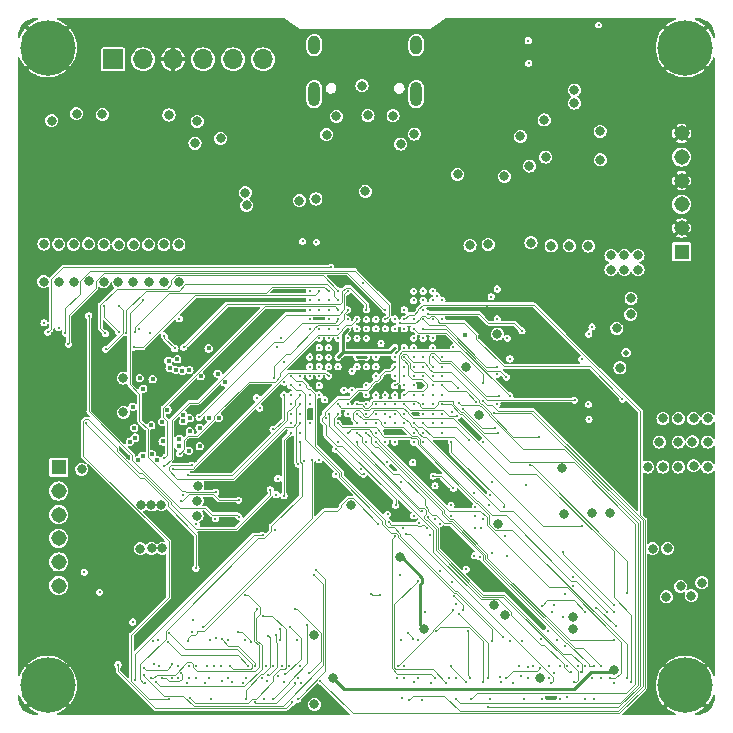
<source format=gbr>
%TF.GenerationSoftware,KiCad,Pcbnew,7.0.7*%
%TF.CreationDate,2024-02-27T15:56:59-08:00*%
%TF.ProjectId,cpu_board,6370755f-626f-4617-9264-2e6b69636164,rev?*%
%TF.SameCoordinates,Original*%
%TF.FileFunction,Copper,L2,Inr*%
%TF.FilePolarity,Positive*%
%FSLAX46Y46*%
G04 Gerber Fmt 4.6, Leading zero omitted, Abs format (unit mm)*
G04 Created by KiCad (PCBNEW 7.0.7) date 2024-02-27 15:56:59*
%MOMM*%
%LPD*%
G01*
G04 APERTURE LIST*
%TA.AperFunction,ComponentPad*%
%ADD10C,4.700000*%
%TD*%
%TA.AperFunction,ComponentPad*%
%ADD11R,1.308000X1.308000*%
%TD*%
%TA.AperFunction,ComponentPad*%
%ADD12C,1.308000*%
%TD*%
%TA.AperFunction,ComponentPad*%
%ADD13O,1.000000X2.100000*%
%TD*%
%TA.AperFunction,ComponentPad*%
%ADD14O,1.000000X1.600000*%
%TD*%
%TA.AperFunction,ComponentPad*%
%ADD15R,1.700000X1.700000*%
%TD*%
%TA.AperFunction,ComponentPad*%
%ADD16O,1.700000X1.700000*%
%TD*%
%TA.AperFunction,ViaPad*%
%ADD17C,0.300000*%
%TD*%
%TA.AperFunction,ViaPad*%
%ADD18C,0.800000*%
%TD*%
%TA.AperFunction,ViaPad*%
%ADD19C,0.406400*%
%TD*%
%TA.AperFunction,ViaPad*%
%ADD20C,0.400000*%
%TD*%
%TA.AperFunction,ViaPad*%
%ADD21C,0.500000*%
%TD*%
%TA.AperFunction,Conductor*%
%ADD22C,0.250000*%
%TD*%
%TA.AperFunction,Conductor*%
%ADD23C,0.090000*%
%TD*%
G04 APERTURE END LIST*
D10*
%TO.N,GND*%
%TO.C,H2*%
X3000000Y-3000000D03*
%TD*%
D11*
%TO.N,POR_B*%
%TO.C,J4*%
X3940000Y-38545500D03*
D12*
%TO.N,EN_LP*%
X3940000Y-40545500D03*
%TO.N,EN_ADCS*%
X3940000Y-42545500D03*
%TO.N,P_GOOD*%
X3940000Y-44545500D03*
%TO.N,LPUART1_TX_BOOT*%
X3940000Y-46545500D03*
%TO.N,LPUART1_RX_BOOT*%
X3940000Y-48545500D03*
%TD*%
D13*
%TO.N,GNDREF*%
%TO.C,J1*%
X34207500Y-6944000D03*
D14*
X34207500Y-2794000D03*
D13*
X25567500Y-6944000D03*
D14*
X25567500Y-2794000D03*
%TD*%
D10*
%TO.N,GND*%
%TO.C,H1*%
X57000000Y-3000000D03*
%TD*%
%TO.N,GND*%
%TO.C,H3*%
X3000000Y-57000000D03*
%TD*%
%TO.N,GND*%
%TO.C,H4*%
X57000000Y-57000000D03*
%TD*%
D15*
%TO.N,Net-(J5-Pin_1)*%
%TO.C,J5*%
X8540000Y-3990000D03*
D16*
%TO.N,EN_ADCS*%
X11080000Y-3990000D03*
%TO.N,GND*%
X13620000Y-3990000D03*
%TO.N,GNDREF*%
X16160000Y-3990000D03*
%TO.N,VBATT_IN*%
X18700000Y-3990000D03*
%TO.N,VUSB*%
X21240000Y-3990000D03*
%TD*%
D11*
%TO.N,VBATT_IN*%
%TO.C,J2*%
X56680000Y-20270000D03*
D12*
%TO.N,GND*%
X56680000Y-18270000D03*
%TO.N,VBATT_IN*%
X56680000Y-16270000D03*
%TO.N,GND*%
X56680000Y-14270000D03*
%TO.N,VBATT_IN*%
X56680000Y-12270000D03*
%TO.N,GND*%
X56680000Y-10270000D03*
%TD*%
D17*
%TO.N,GND*%
X45810000Y-58060000D03*
X29910000Y-13390000D03*
X27450000Y-41180000D03*
D18*
X22350000Y-34400000D03*
D17*
X23600000Y-36400000D03*
X34000000Y-34000000D03*
X29900000Y-14100000D03*
X32400000Y-25200000D03*
D18*
X54700000Y-7000000D03*
D17*
X28400000Y-29200000D03*
D18*
X53300000Y-5600000D03*
X41000000Y-16900000D03*
D17*
X35400000Y-38600000D03*
X33200000Y-27600000D03*
D19*
X12729300Y-35505900D03*
D17*
X31600000Y-31600000D03*
D18*
X52900000Y-31200000D03*
D19*
X14071200Y-35508800D03*
D17*
X27440000Y-40510000D03*
D18*
X40100000Y-16900000D03*
D17*
X31600000Y-27600000D03*
X26160000Y-41860000D03*
D19*
X9839900Y-37678200D03*
D17*
X32400000Y-27600000D03*
D18*
X45900000Y-4800000D03*
D17*
X31600000Y-30800000D03*
D18*
X41100000Y-22000000D03*
D17*
X25200000Y-34000000D03*
D18*
X18750100Y-40709400D03*
D20*
X17075000Y-37925000D03*
D18*
X38700000Y-10100000D03*
D17*
X28400000Y-34800000D03*
X52180000Y-26840000D03*
X34000000Y-25200000D03*
D19*
X17129700Y-31092500D03*
D18*
X18750000Y-41910000D03*
D17*
X28400000Y-30000000D03*
D18*
X38715000Y-8485000D03*
D17*
X25200000Y-28399800D03*
X32363259Y-38776348D03*
D18*
X53800000Y-32100000D03*
D17*
X28400000Y-30800000D03*
X29200000Y-25200000D03*
X25200000Y-31600000D03*
X28400000Y-24400000D03*
D18*
X47400000Y-4800000D03*
D17*
X26000000Y-33200400D03*
X30800000Y-28400000D03*
D18*
X42500000Y-22000000D03*
X46700000Y-4000000D03*
X53800000Y-31200000D03*
D17*
X30800000Y-25200000D03*
X34800000Y-31600000D03*
X36400000Y-23600000D03*
D18*
X40240000Y-25320000D03*
X52900000Y-32100000D03*
D17*
X30000000Y-28400000D03*
X15472302Y-34727698D03*
D19*
X15014400Y-36311600D03*
D20*
X15475000Y-37925000D03*
D17*
X34800000Y-28400000D03*
X26000000Y-26000000D03*
D18*
X46000000Y-3300000D03*
D20*
X39652600Y-27505500D03*
D18*
X38700000Y-11800000D03*
D17*
X32400000Y-35600000D03*
X31600000Y-28400000D03*
D18*
X47400000Y-3300000D03*
D17*
X26180000Y-40540000D03*
D18*
X40100000Y-15900000D03*
D17*
X27600000Y-30800000D03*
X28400000Y-28400000D03*
X26180000Y-41170000D03*
X27600000Y-31600000D03*
X55300000Y-26850000D03*
D18*
X58200000Y-27100000D03*
X51700000Y-35600000D03*
D20*
X38425000Y-46200000D03*
D17*
X30800000Y-31600000D03*
D18*
X35900000Y-18400000D03*
D17*
X29200000Y-28400000D03*
X31600000Y-29200000D03*
X23600000Y-23599200D03*
X26000000Y-34800000D03*
D18*
X35100000Y-14200000D03*
X18730000Y-43180000D03*
D17*
X31600000Y-30000000D03*
D19*
X12760900Y-37203800D03*
D17*
X27440000Y-41860000D03*
X31600000Y-35600000D03*
X36400000Y-36400000D03*
D18*
X41000000Y-15900000D03*
D17*
X26000000Y-34000000D03*
X38600000Y-35000000D03*
D18*
%TO.N,VSYS*%
X51460000Y-30110000D03*
X58910000Y-34400000D03*
X45050000Y-9120000D03*
X55100000Y-38500000D03*
X55100000Y-34400000D03*
X57700000Y-34400000D03*
X43790000Y-13020000D03*
X54800000Y-36400000D03*
X58900000Y-38500000D03*
X56400000Y-36400000D03*
X57700000Y-38400000D03*
X43040000Y-10510000D03*
X57600000Y-36370000D03*
X38774400Y-19751700D03*
X58900000Y-36400000D03*
X45180000Y-12260000D03*
X53800000Y-38500000D03*
X41680000Y-13890000D03*
X56400000Y-34400000D03*
X56400000Y-38500000D03*
D17*
%TO.N,/RT1176 #1/VDDA_ADC_3P3*%
X33200000Y-30000000D03*
%TO.N,VDD_SNVS_ANA*%
X33999999Y-36400000D03*
X31750000Y-38125000D03*
X33925000Y-38125000D03*
X31600000Y-36400000D03*
%TO.N,VDD_SNVS_DIG*%
X34000000Y-35600000D03*
%TO.N,/RT1176 #1/VDD_LPSR_ANA*%
X32400000Y-34000000D03*
%TO.N,/RT1176 #1/VDD_LPSR_DIG*%
X31600000Y-34000000D03*
%TO.N,VDD_1P0*%
X31600000Y-33200000D03*
%TO.N,VDD_SOC_IN*%
X30800000Y-30000000D03*
X29200000Y-29200000D03*
X30800000Y-30800000D03*
X29200000Y-30000000D03*
X30000000Y-29200000D03*
X30800000Y-29200000D03*
X30000000Y-30000000D03*
D18*
%TO.N,/USB-C/USB_CON_DP*%
X29630000Y-6210000D03*
%TO.N,POR_B*%
X5900000Y-38700000D03*
D17*
X30800000Y-35600000D03*
%TO.N,ADC_1V8_IN*%
X34800000Y-30800000D03*
X35600000Y-28400000D03*
%TO.N,Net-(U2B-VDDA_1P8_IN)*%
X31600000Y-32400000D03*
D18*
%TO.N,VDD_3V3*%
X43930000Y-19510000D03*
X40310000Y-19660000D03*
D17*
X27600000Y-30000000D03*
D18*
X38430000Y-30000000D03*
D17*
X32400000Y-28400000D03*
X28400000Y-26800000D03*
D18*
X47170000Y-19780000D03*
D17*
X28400000Y-34000000D03*
D18*
X15480000Y-11090000D03*
X45640000Y-19780000D03*
D17*
X27600000Y-29200000D03*
D18*
X13280000Y-8710000D03*
X27177100Y-56369800D03*
D17*
X32400000Y-34800000D03*
D18*
X28680500Y-41700000D03*
X48800000Y-19800000D03*
D17*
X32400000Y-32400000D03*
D18*
X17650000Y-10680000D03*
X50986700Y-55677800D03*
X37716400Y-13741400D03*
X15670000Y-9250000D03*
D17*
%TO.N,GPIO_AD_08*%
X38678700Y-36213300D03*
X43111372Y-56188628D03*
X34800000Y-34800000D03*
%TO.N,Net-(U2K-VDD_MIPI_1P8)*%
X30000000Y-27600000D03*
%TO.N,/RT1176 #3/MCM_3V3*%
X35600000Y-26000000D03*
%TO.N,VDD_1V8*%
X27600000Y-27600000D03*
D18*
X11810000Y-45390000D03*
X5460000Y-8590000D03*
X41075000Y-27240000D03*
X39511900Y-34072422D03*
X3360000Y-9180000D03*
X25600000Y-52760500D03*
X50615000Y-42370000D03*
X10860000Y-45430000D03*
D17*
X32400000Y-25975000D03*
D18*
X46720479Y-42479521D03*
X52410000Y-24220000D03*
X46576201Y-38629799D03*
X12720000Y-45400000D03*
D17*
X33200000Y-28400000D03*
X28400000Y-27600000D03*
X32400000Y-29200000D03*
D18*
X49100000Y-42400000D03*
X51200000Y-26770000D03*
X25600000Y-58600000D03*
X7650000Y-8650000D03*
D17*
X34000000Y-26000000D03*
D20*
X38322222Y-27292778D03*
D17*
%TO.N,VUSB*%
X36400000Y-26000000D03*
D18*
X32260000Y-8770000D03*
X27460000Y-8830000D03*
X29900000Y-15160000D03*
%TO.N,GNDREF*%
X26620000Y-10360000D03*
X34060000Y-10310000D03*
X32910000Y-11170000D03*
D19*
%TO.N,/SDRAM/SDRAM_1V8*%
X15058100Y-35499400D03*
D18*
X10930000Y-41710000D03*
D19*
X14972300Y-37134300D03*
X12748200Y-36342400D03*
D20*
X10811500Y-30971500D03*
D19*
X12722800Y-34686600D03*
D18*
X9420000Y-30970000D03*
D19*
X12275000Y-37925000D03*
D18*
X15670000Y-41360000D03*
X11790000Y-41710000D03*
D19*
X10675000Y-37925000D03*
D18*
X9420000Y-33880000D03*
X12640000Y-41700000D03*
X15660000Y-42620000D03*
X15720000Y-40080000D03*
%TO.N,/USB-C/USB_CON_DN*%
X30130000Y-8740000D03*
%TO.N,VDD_3V3_LP*%
X41700000Y-51000000D03*
X40800000Y-50200000D03*
D17*
X32400000Y-36400000D03*
D18*
%TO.N,VBATT*%
X47500000Y-52200000D03*
X57500000Y-49400000D03*
X58400000Y-48300000D03*
D17*
X45900000Y-50200000D03*
D18*
X47500000Y-51200000D03*
X56600000Y-48600000D03*
X49790900Y-10080000D03*
X49800000Y-12500000D03*
X47600000Y-7700000D03*
X47600000Y-6600000D03*
D17*
X45700000Y-50800000D03*
D18*
X55400000Y-49500000D03*
D17*
%TO.N,Net-(U1-DVDT)*%
X49652800Y-1075100D03*
D18*
%TO.N,EN_ADCS*%
X54235000Y-45421800D03*
D17*
X43700000Y-2400000D03*
%TO.N,GPIO_AD_27*%
X33992500Y-56735800D03*
X34005700Y-42622800D03*
X35600000Y-33200000D03*
X35808500Y-40096900D03*
%TO.N,GPIO_EMC_B1_40*%
X23600000Y-30800000D03*
X41600000Y-52925300D03*
%TO.N,GPIO_AD_26*%
X34700000Y-58200000D03*
X34000000Y-31600000D03*
%TO.N,GPIO_AD_03*%
X43816700Y-38370900D03*
X45464800Y-56362500D03*
X34800000Y-34000000D03*
X52096600Y-49184500D03*
%TO.N,GPIO_AD_11*%
X41413700Y-56735800D03*
X35600000Y-34000000D03*
%TO.N,GPIO_AD_01*%
X46399000Y-58161100D03*
X34000000Y-34800000D03*
X48220300Y-43536200D03*
%TO.N,GPIO_AD_00*%
X37195200Y-36410500D03*
X41612800Y-41882400D03*
X47000000Y-57941200D03*
X32400000Y-33200000D03*
X45906200Y-55977700D03*
%TO.N,GPIO_AD_06*%
X37687400Y-34186400D03*
X33200000Y-33200000D03*
X43695900Y-56402900D03*
%TO.N,GPIO_AD_02*%
X33200000Y-34800000D03*
X33360600Y-44173200D03*
X45627277Y-56813446D03*
%TO.N,GPIO_AD_07*%
X41273800Y-56300600D03*
X43330600Y-58161100D03*
X36400000Y-35600000D03*
%TO.N,GPIO_LPSR_04*%
X49867400Y-56362500D03*
X29688300Y-22964700D03*
X49429100Y-50406800D03*
X28400000Y-33200000D03*
X51129100Y-51994700D03*
%TO.N,GPIO_LPSR_05*%
X41121800Y-35614000D03*
X46651100Y-45707700D03*
X50995500Y-50232400D03*
X29200000Y-33200000D03*
X49267400Y-58161100D03*
%TO.N,GPIO_EMC_B1_41*%
X23600000Y-31600000D03*
X40667200Y-53250900D03*
%TO.N,GPIO_EMC_B2_00*%
X19783400Y-58161100D03*
X21700000Y-52800000D03*
X22487100Y-39488100D03*
X24400000Y-30800000D03*
%TO.N,GPIO_SNVS_03*%
X24186000Y-56362500D03*
X28753100Y-32022900D03*
X29762800Y-39113000D03*
X27408700Y-37012400D03*
X30800000Y-32400000D03*
%TO.N,GPIO_SNVS_09*%
X21186000Y-56362500D03*
X31600000Y-34800000D03*
D18*
%TO.N,PMIC_ON_REQ*%
X55500000Y-45400000D03*
D17*
X48533200Y-55337500D03*
D18*
X41100000Y-43300000D03*
D17*
X30000000Y-36400000D03*
%TO.N,ONOFF*%
X30800000Y-36400000D03*
X50996300Y-53156400D03*
%TO.N,GPIO_SNVS_00*%
X24460100Y-56780000D03*
X30800000Y-34800000D03*
%TO.N,PMIC_STBY_REQ*%
X30000000Y-35600000D03*
X49867400Y-55337500D03*
%TO.N,GPIO_SNVS_05*%
X29538000Y-38694000D03*
X27404000Y-39140900D03*
X22117600Y-58161100D03*
X30000000Y-34000000D03*
X25005900Y-51874700D03*
%TO.N,GPIO_SNVS_07*%
X30390800Y-49245900D03*
X30000000Y-34800000D03*
X31146600Y-49372800D03*
X21317600Y-58161100D03*
%TO.N,GPIO_LPSR_07*%
X50992259Y-50792259D03*
X48533200Y-58161100D03*
X29200000Y-34800000D03*
%TO.N,WAKEUP*%
X49267400Y-55337500D03*
X29200000Y-35600000D03*
%TO.N,GPIO_AD_09*%
X37448800Y-49437100D03*
X38200000Y-50600000D03*
X35652100Y-39272700D03*
X35600000Y-34800000D03*
X42396400Y-56768700D03*
X37350000Y-40307700D03*
%TO.N,GPIO_EMC_B2_10*%
X24218800Y-38271500D03*
X15004500Y-56362500D03*
X24400000Y-34800000D03*
X23985400Y-50497900D03*
X25112600Y-55958800D03*
%TO.N,GPIO_SNVS_01*%
X30800000Y-34000000D03*
X25772400Y-47215600D03*
X28085500Y-32007400D03*
X24186000Y-58161100D03*
%TO.N,GPIO_EMC_B2_06*%
X16835000Y-58161100D03*
X23011500Y-40924600D03*
X23600000Y-35600000D03*
%TO.N,GPIO_EMC_B2_03*%
X18659700Y-56735400D03*
X23600000Y-34800000D03*
%TO.N,GPIO_EMC_B2_13*%
X26800000Y-30800000D03*
X13497400Y-56362500D03*
X13588100Y-38655800D03*
%TO.N,GPIO_LPSR_01*%
X27600000Y-34800000D03*
X52022400Y-56362500D03*
%TO.N,GPIO_EMC_B2_14*%
X21850300Y-40435700D03*
X13315000Y-58161100D03*
X26000000Y-32400000D03*
%TO.N,GPIO_EMC_B2_01*%
X26000000Y-30800000D03*
X23128600Y-56066900D03*
X23513400Y-52031300D03*
X24752700Y-37975700D03*
X19513100Y-56768700D03*
X26474400Y-32825900D03*
%TO.N,GPIO_EMC_B2_15*%
X14327400Y-41397000D03*
X14270200Y-55962900D03*
X24400000Y-31600000D03*
X12669478Y-56390622D03*
X19180000Y-41309700D03*
%TO.N,GPIO_LPSR_09*%
X26800000Y-34000000D03*
X47314900Y-55900000D03*
%TO.N,GPIO_AD_32*%
X40667900Y-39759400D03*
X37157600Y-41765400D03*
X38145000Y-33565900D03*
X40900000Y-35200000D03*
X33119500Y-43684500D03*
X36187600Y-43292900D03*
X33491300Y-52531800D03*
X33947400Y-53039000D03*
X39133000Y-40687900D03*
X35600000Y-30785500D03*
%TO.N,GPIO_AD_33*%
X32834100Y-47622700D03*
X33191200Y-55337500D03*
X38448828Y-47151172D03*
X36400000Y-29200000D03*
%TO.N,GPIO_EMC_B2_08*%
X23600000Y-34000000D03*
X16300800Y-56766600D03*
%TO.N,GPIO_EMC_B2_16*%
X24400000Y-34000000D03*
X19756800Y-49374400D03*
X12200000Y-56700000D03*
%TO.N,GPIO_SNVS_08*%
X21600000Y-56600000D03*
X30000000Y-33200000D03*
%TO.N,GPIO_SNVS_04*%
X30800000Y-33200000D03*
X23063600Y-56735800D03*
%TO.N,GPIO_EMC_B2_18*%
X25200000Y-33200000D03*
X25988700Y-37876900D03*
X25583800Y-47623700D03*
X11200000Y-56100000D03*
%TO.N,GPIO_EMC_B2_05*%
X23600000Y-33200000D03*
X17807100Y-56584800D03*
%TO.N,GPIO_EMC_B2_09*%
X24400000Y-33200000D03*
X15201600Y-38340200D03*
X15580800Y-56362500D03*
%TO.N,GPIO_EMC_B2_04*%
X22324000Y-52700000D03*
X21662300Y-56104100D03*
X18249200Y-56362500D03*
X23600000Y-32400000D03*
X22360200Y-40842900D03*
%TO.N,GPIO_EMC_B2_07*%
X16700800Y-56362500D03*
X25200000Y-32400000D03*
%TO.N,GPIO_LPSR_06*%
X50346194Y-50809450D03*
X49085600Y-56362500D03*
X29200000Y-34000000D03*
%TO.N,GPIO_SNVS_06*%
X30000000Y-32400000D03*
X22500000Y-56200000D03*
%TO.N,GPIO_SNVS_02*%
X30000000Y-31600000D03*
X20549300Y-58422100D03*
X3017000Y-27088900D03*
X23913100Y-56768700D03*
X26978100Y-21585700D03*
%TO.N,GPIO_DISP_B2_09*%
X29200000Y-26000000D03*
X14046600Y-55337500D03*
X14174400Y-37379600D03*
%TO.N,GPIO_SD_B1_04*%
X46399000Y-55337500D03*
X34800000Y-24400000D03*
%TO.N,GPIO_DISP_B2_07*%
X15833700Y-34283700D03*
X27600000Y-26000000D03*
X15259503Y-52484400D03*
%TO.N,GPIO_AD_35*%
X32678100Y-55337500D03*
X37302000Y-50602000D03*
X37193600Y-42613500D03*
X37365800Y-28386300D03*
X39226600Y-41865800D03*
%TO.N,GPIO_DISP_B2_06*%
X15592000Y-43347500D03*
X12893300Y-37741900D03*
X15580800Y-55337500D03*
X15332000Y-51500000D03*
X27600000Y-25200000D03*
%TO.N,GPIO_SD_B1_01*%
X46800000Y-53700000D03*
X41047400Y-30004300D03*
X34800000Y-26000000D03*
X46794500Y-49236800D03*
%TO.N,GPIO_AD_34*%
X32933200Y-53156400D03*
X39210500Y-43693100D03*
X35600000Y-30000000D03*
X41186600Y-32493000D03*
X35394000Y-44223300D03*
X34976800Y-50788600D03*
%TO.N,GPIO_SD_B1_03*%
X46148800Y-53156400D03*
X36400000Y-24400000D03*
%TO.N,DAC_OUT*%
X47933200Y-55337500D03*
X35600000Y-29200000D03*
X47630000Y-32828700D03*
%TO.N,GPIO_LPSR_00*%
X52431600Y-56735800D03*
X27600000Y-33200000D03*
%TO.N,GPIO_SD_B1_05*%
X35600000Y-23600000D03*
X45464800Y-55337500D03*
%TO.N,GPIO_SD_B1_00*%
X46664300Y-51191800D03*
X46999000Y-55337500D03*
X35600000Y-24400000D03*
D18*
%TO.N,Net-(U7-PG)*%
X52370000Y-25580000D03*
D21*
X52002679Y-28826800D03*
D18*
%TO.N,Net-(R44-Pad2)*%
X11550000Y-22840000D03*
X11560000Y-19660000D03*
%TO.N,Net-(R45-Pad2)*%
X12840000Y-22830000D03*
X12850000Y-19650000D03*
%TO.N,Net-(R46-Pad2)*%
X14110000Y-22830000D03*
X14120000Y-19650000D03*
%TO.N,Net-(R48-Pad2)*%
X19739500Y-15289500D03*
X25720000Y-15810000D03*
%TO.N,Net-(R50-Pad2)*%
X19860000Y-16350000D03*
X24320000Y-15950000D03*
%TO.N,Net-(R37-Pad2)*%
X2690000Y-19630000D03*
X2680000Y-22810000D03*
%TO.N,Net-(R38-Pad2)*%
X3950000Y-19640000D03*
X3940000Y-22820000D03*
%TO.N,Net-(R39-Pad2)*%
X5210000Y-22830000D03*
X5220000Y-19650000D03*
%TO.N,Net-(R40-Pad2)*%
X6470000Y-22790000D03*
X6480000Y-19610000D03*
%TO.N,Net-(R41-Pad2)*%
X7760000Y-22830000D03*
X7770000Y-19650000D03*
D17*
%TO.N,GPIO_EMC_B2_02*%
X22240400Y-43807500D03*
X25200000Y-30800100D03*
X19783400Y-56362500D03*
D18*
%TO.N,Net-(R42-Pad2)*%
X9010000Y-19670000D03*
X9000000Y-22850000D03*
D17*
%TO.N,ENET_RGMII_MDC*%
X11232800Y-56780000D03*
X24400000Y-36400000D03*
%TO.N,ENET_RGMII_MDIO*%
X10419972Y-56564528D03*
X25200000Y-34800000D03*
X21216200Y-44255800D03*
%TO.N,GPIO_DISP_B2_15*%
X11933500Y-53240700D03*
X10283700Y-28375900D03*
X26000000Y-23600000D03*
%TO.N,GPIO_DISP_B2_08*%
X15004500Y-55337500D03*
X16142800Y-52028500D03*
X26569300Y-34400300D03*
X26800000Y-24400000D03*
X25375800Y-37883600D03*
%TO.N,GPIO_DISP_B2_13*%
X10419500Y-27107000D03*
X26800000Y-23600000D03*
X12435000Y-55337500D03*
D18*
%TO.N,Net-(R43-Pad2)*%
X10270000Y-22850000D03*
X10280000Y-19670000D03*
D17*
%TO.N,GPIO_DISP_B2_12*%
X27597000Y-24402300D03*
X10222400Y-51624000D03*
X9671500Y-27126800D03*
X12375600Y-53156400D03*
%TO.N,GPIO_DISP_B2_10*%
X31019800Y-43300000D03*
X30000000Y-26000000D03*
X14905600Y-53200000D03*
%TO.N,GPIO_DISP_B2_11*%
X7906700Y-27197100D03*
X11187400Y-55489700D03*
X13536200Y-55220500D03*
X27600000Y-23600000D03*
%TO.N,GPIO_DISP_B2_14*%
X28400000Y-23600000D03*
X12844900Y-38444100D03*
X11996200Y-55220500D03*
%TO.N,ENET_RGMII_RXD2*%
X30800000Y-26800000D03*
X22698828Y-52201172D03*
X22654400Y-53156400D03*
%TO.N,ENET_RGMII_RXD1*%
X22851800Y-55337500D03*
X31600000Y-26800000D03*
%TO.N,GPIO_AD_28*%
X33600000Y-58209800D03*
X39838200Y-32895300D03*
X39264300Y-32976700D03*
X33191200Y-56362500D03*
X36400000Y-31600000D03*
%TO.N,ENET_RGMII_RXD0*%
X23735500Y-58413000D03*
X8965000Y-55234700D03*
X4510900Y-27178100D03*
X31600000Y-26000000D03*
X23451800Y-55337500D03*
%TO.N,GPIO_AD_29*%
X39224400Y-42651800D03*
X39872300Y-36402400D03*
X33052423Y-58047577D03*
X31884300Y-43200000D03*
X36400000Y-32400000D03*
X35122100Y-43680900D03*
%TO.N,ENET_RGMII_RXD3*%
X31600000Y-25200000D03*
X6297400Y-34767300D03*
X22117600Y-55337500D03*
X4758000Y-28088300D03*
X15562700Y-47071700D03*
%TO.N,GPIO_AD_30*%
X36400000Y-30800000D03*
X32620100Y-56362500D03*
%TO.N,GPIO_AD_31*%
X37222700Y-48267200D03*
X40613500Y-45820500D03*
X34401600Y-53156400D03*
X39906200Y-42887600D03*
X37554500Y-50076200D03*
X36400000Y-30000000D03*
%TO.N,ENET_RGMII_RX_EN*%
X33200000Y-26800000D03*
X24122800Y-53156400D03*
%TO.N,ENET_RGMII_RXC*%
X26104500Y-56635200D03*
X24386000Y-55337500D03*
X33200000Y-26000000D03*
%TO.N,P_GOOD*%
X43747200Y-4325000D03*
%TO.N,JTAG_MOD*%
X27600000Y-36400000D03*
%TO.N,FlexSPI_A_SS0*%
X48825000Y-27240000D03*
X41930000Y-27600000D03*
%TO.N,FlexSPI_A_D3*%
X41050000Y-33185000D03*
X35600000Y-27600000D03*
X41075000Y-25970000D03*
%TO.N,FlexSPI_A_D2*%
X42146000Y-29340600D03*
X48220000Y-29380000D03*
X34000000Y-29199900D03*
D20*
%TO.N,SEMC_CKE*%
X15040400Y-34381800D03*
D17*
X26800000Y-28399800D03*
%TO.N,SEMC_CS0*%
X27600000Y-26799600D03*
D20*
X11900000Y-31069800D03*
D17*
%TO.N,SEMC_CLK*%
X25200000Y-30000000D03*
D20*
%TO.N,/SDRAM/SEMC_CLK_R*%
X16685200Y-34331000D03*
D17*
%TO.N,SEMC_A0*%
X25200000Y-23591800D03*
D20*
X13338000Y-30109000D03*
D17*
%TO.N,ENET_RGMII_TXC_BT*%
X19717600Y-53156400D03*
X34000000Y-23600000D03*
X7925700Y-28530900D03*
X9047800Y-24890000D03*
%TO.N,ENET_RGMII_TXD1_BT*%
X20583400Y-55337500D03*
X11050000Y-24350000D03*
X17767200Y-53080500D03*
X17242500Y-40637500D03*
X34800000Y-23600000D03*
D20*
%TO.N,SEMC_A8*%
X16634400Y-28463600D03*
D17*
X25200000Y-24399300D03*
%TO.N,SEMC_A9*%
X26000000Y-24399300D03*
D20*
X14424600Y-30337100D03*
D17*
%TO.N,ENET_RGMII_TX_EN_BT*%
X7772200Y-24890000D03*
X13163000Y-53284500D03*
X19983400Y-55337500D03*
X34000000Y-24400000D03*
X9029700Y-27062700D03*
D20*
%TO.N,SEMC_A2*%
X17396400Y-30597200D03*
X11097200Y-31892600D03*
%TO.N,SEMC_A12*%
X13865800Y-30300500D03*
D17*
X25200000Y-25199400D03*
D20*
%TO.N,SEMC_A11*%
X15008800Y-30292400D03*
D17*
X26000000Y-25199400D03*
%TO.N,SEMC_A3*%
X26800000Y-25199400D03*
D20*
X13243500Y-29492300D03*
D17*
%TO.N,GPIO_DISP_B2_04*%
X28400000Y-25200000D03*
X22167700Y-30948000D03*
X16780800Y-53156400D03*
%TO.N,GPIO_DISP_B2_05*%
X25760000Y-19457300D03*
X30000000Y-25200000D03*
X14537700Y-28374700D03*
X16505800Y-55337500D03*
%TO.N,ENET_RGMII_TXD0_BT*%
X19143300Y-52498700D03*
X6500000Y-25700000D03*
X33200000Y-25200000D03*
X19211800Y-42730100D03*
X20200000Y-53310500D03*
%TO.N,SEMC_A7*%
X25200000Y-25999500D03*
D20*
X15964000Y-30810300D03*
%TO.N,SEMC_A4*%
X13980100Y-29378000D03*
D17*
X26800000Y-25999500D03*
%TO.N,GPIO_DISP_B2_03*%
X14150000Y-25950000D03*
X23010100Y-32414700D03*
X17115000Y-55337500D03*
X28400000Y-26000000D03*
X28778500Y-30392000D03*
X22098900Y-35318300D03*
%TO.N,ENET_RGMII_TXD3_BT*%
X2700000Y-26300000D03*
X30800000Y-26000000D03*
X21517600Y-55337500D03*
%TO.N,SEMC_D8*%
X25200000Y-26799600D03*
D20*
X18006000Y-31333800D03*
%TO.N,SEMC_D3*%
X10424100Y-36016600D03*
D17*
X26000000Y-26799600D03*
%TO.N,SEMC_WE*%
X26800000Y-26799600D03*
D20*
X10208200Y-33390200D03*
D17*
%TO.N,GPIO_DISP_B2_00*%
X29200000Y-26800000D03*
X10750000Y-26800000D03*
X13319700Y-52582019D03*
X18449200Y-55337500D03*
%TO.N,GPIO_DISP_B2_02*%
X14512200Y-40848200D03*
X17220500Y-42901700D03*
X12900000Y-27404500D03*
X17715000Y-55337500D03*
X13782400Y-28462600D03*
X17222900Y-52990700D03*
X30000000Y-26800000D03*
%TO.N,ENET_RGMII_TXD2_BT*%
X32400000Y-26800000D03*
X7410800Y-49091300D03*
X3945600Y-26700000D03*
%TO.N,USDHC2_CMD*%
X42162600Y-53263700D03*
X42141400Y-32491900D03*
X34000000Y-26800000D03*
X47517200Y-47784000D03*
%TO.N,USDHC2_DATA0*%
X41847300Y-30886300D03*
X47472600Y-48563900D03*
X34800000Y-26800000D03*
X42915000Y-55337500D03*
D20*
%TO.N,SEMC_D1*%
X9981000Y-36363000D03*
D17*
X22400200Y-28362000D03*
%TO.N,SEMC_D0*%
X22781200Y-27600000D03*
D20*
X11041354Y-37558646D03*
%TO.N,SEMC_D5*%
X10334500Y-35200000D03*
D17*
X26000000Y-27599700D03*
D20*
%TO.N,SEMC_DM0*%
X11783000Y-34966000D03*
D17*
X26800000Y-27599700D03*
%TO.N,GPIO_DISP_B2_01*%
X29200000Y-27600000D03*
X18249200Y-53156400D03*
X11700000Y-27200000D03*
%TO.N,USDHC2_CLK*%
X35245200Y-25543200D03*
X43201000Y-53251000D03*
X43176600Y-26980500D03*
X44829623Y-50272721D03*
X48548000Y-50797200D03*
X34000000Y-27600000D03*
%TO.N,FlexSPI_A_D0*%
X41050000Y-30645000D03*
X41075000Y-23430000D03*
X34800000Y-27599700D03*
%TO.N,SEMC_BA0*%
X20698400Y-32629200D03*
D20*
X14500800Y-34077000D03*
D17*
%TO.N,SEMC_D2*%
X25997400Y-28397200D03*
D20*
X11833800Y-37404400D03*
D17*
%TO.N,FlexSPI_A_CLK*%
X34000000Y-28400000D03*
D20*
%TO.N,SEMC_BA1*%
X13154600Y-33645200D03*
D17*
X23009800Y-29606600D03*
%TO.N,SEMC_D7*%
X25197300Y-29197200D03*
D20*
X14140000Y-36110000D03*
%TO.N,SEMC_D6*%
X15902117Y-36737902D03*
D17*
X26000000Y-29199900D03*
%TO.N,SEMC_D4*%
X26800000Y-29199900D03*
D20*
X14119800Y-36718600D03*
D17*
%TO.N,USDHC2_DATA1*%
X43685700Y-55435100D03*
X33200000Y-29200000D03*
X37744300Y-31794200D03*
%TO.N,FlexSPI_A_D1*%
X34800000Y-29200000D03*
X48800000Y-33200000D03*
X49105000Y-26640400D03*
%TO.N,SEMC_DM1*%
X20977800Y-33518200D03*
D20*
X17498000Y-34331000D03*
D17*
%TO.N,SEMC_RAS*%
X26000000Y-30000000D03*
D20*
X15884461Y-35184546D03*
D17*
%TO.N,SEMC_CAS*%
X26800000Y-30000000D03*
D20*
X14488100Y-34635800D03*
D17*
%TO.N,GPIO_AD_23*%
X35845400Y-56362500D03*
X32473100Y-41748300D03*
X32415900Y-44357700D03*
X32400000Y-30000000D03*
%TO.N,USDHC2_DATA2*%
X40454700Y-40879300D03*
X44130600Y-55337500D03*
X45332700Y-52400000D03*
X34000000Y-30000000D03*
%TO.N,USDHC2_DATA3*%
X34800000Y-30000000D03*
X44772600Y-53064200D03*
%TO.N,GPIO_AD_22*%
X51677300Y-32744700D03*
X32820800Y-26330200D03*
X32400000Y-30800000D03*
X35445400Y-56754600D03*
%TO.N,GPIO_AD_20*%
X35981200Y-24017300D03*
X36223600Y-47289800D03*
X33200000Y-30800000D03*
X43492800Y-39998800D03*
X41706800Y-44377000D03*
X37024000Y-56362500D03*
X39597400Y-46118600D03*
%TO.N,GPIO_AD_21*%
X36779600Y-56765300D03*
X41880600Y-46017100D03*
X34379600Y-48129700D03*
X40404600Y-41758000D03*
X34000000Y-30800000D03*
%TO.N,GPIO_EMC_B2_11*%
X14766600Y-56768700D03*
X21277700Y-51117400D03*
X15067900Y-58046800D03*
X26000000Y-31600000D03*
%TO.N,GPIO_AD_13*%
X39878600Y-31421400D03*
X40275200Y-58857500D03*
X32400000Y-31600000D03*
X40833700Y-33918300D03*
X40435000Y-58161100D03*
%TO.N,LPUART1_TX_BOOT*%
X32020000Y-34310000D03*
X33200000Y-31600000D03*
X31800000Y-42500000D03*
X6100000Y-47400000D03*
%TO.N,GPIO_AD_19*%
X37593800Y-58161100D03*
X35600000Y-31600000D03*
X37836600Y-33128800D03*
%TO.N,GPIO_EMC_B2_12*%
X14852600Y-39207700D03*
X14035000Y-56362500D03*
X24400000Y-32400000D03*
%TO.N,GPIO_AD_04*%
X33200000Y-32400000D03*
X44628300Y-35926000D03*
X44864800Y-58161100D03*
%TO.N,GPIO_AD_15*%
X38567300Y-52370600D03*
X37212800Y-33890400D03*
X38806800Y-56362500D03*
X34000000Y-32400000D03*
%TO.N,LPUART1_RX_BOOT*%
X34401600Y-56362500D03*
X32900000Y-39800000D03*
X34800000Y-32400000D03*
%TO.N,GPIO_AD_18*%
X37593800Y-56362500D03*
X35600000Y-32400000D03*
%TO.N,GPIO_AD_14*%
X35924000Y-52385700D03*
X34487000Y-43217200D03*
X35794900Y-42870300D03*
X39866100Y-56735800D03*
X34000000Y-33200000D03*
%TO.N,GPIO_AD_17*%
X38397700Y-56735800D03*
X37131900Y-55337500D03*
X34800000Y-33200000D03*
%TO.N,GPIO_AD_16*%
X36400000Y-33200000D03*
X38835000Y-58161100D03*
%TO.N,GPIO_LPSR_02*%
X35191300Y-42732400D03*
X51001600Y-56768700D03*
X27600000Y-34000000D03*
X48200600Y-55900000D03*
X34735900Y-42223000D03*
D18*
%TO.N,BT_CFG_IO_EN*%
X32806700Y-46155700D03*
D17*
X33200000Y-34000000D03*
D18*
X44680400Y-56362500D03*
X34917000Y-52251100D03*
D17*
%TO.N,GPIO_AD_12*%
X37839400Y-50960600D03*
X36400000Y-34000000D03*
X40275200Y-56362500D03*
%TO.N,GPIO_AD_10*%
X39698700Y-43670200D03*
X44663300Y-55531100D03*
X41796400Y-56362500D03*
X36400000Y-34800000D03*
X39133900Y-46034600D03*
%TO.N,CAMERA_TRIG*%
X11801291Y-56399814D03*
X20697000Y-50559900D03*
X24400000Y-35600000D03*
%TO.N,GPIO_LPSR_03*%
X24600000Y-19400000D03*
X28400000Y-35600700D03*
X50652800Y-56362500D03*
%TO.N,GPIO_LPSR_08*%
X29200000Y-36400000D03*
X47589784Y-56705146D03*
%TO.N,FlexSPI_A_SS1*%
X48850000Y-34455000D03*
X34800000Y-25200000D03*
X40560000Y-24090000D03*
D18*
%TO.N,VBATT_IN*%
X53000000Y-21800000D03*
X51850000Y-20600000D03*
X53000000Y-20600000D03*
X50700000Y-20600000D03*
X51850000Y-21800000D03*
X50700000Y-21800000D03*
D17*
%TO.N,/RT1176 #1/CLK1_P*%
X34800000Y-36400000D03*
%TO.N,/RT1176 #1/CLK1_N*%
X34800000Y-35600000D03*
%TO.N,/RT1176 #3/SEMC_DQS*%
X23039400Y-31310600D03*
%TO.N,/RT1176 #3/VDD_MIPI_1P0*%
X31238700Y-28047600D03*
%TD*%
D22*
%TO.N,GND*%
X14202000Y-35508800D02*
X14211600Y-35508800D01*
X14071200Y-35508800D02*
X14202000Y-35508800D01*
X14071200Y-35508800D02*
X14202000Y-35508800D01*
%TO.N,VDD_SOC_IN*%
X29200000Y-29200000D02*
X30000000Y-29200000D01*
%TO.N,VDD_3V3*%
X27991700Y-27208300D02*
X28400000Y-26800000D01*
X50773900Y-55890600D02*
X48985000Y-55890600D01*
X27991700Y-28808300D02*
X27600000Y-29200000D01*
X32400000Y-28400000D02*
X31991700Y-28808300D01*
X48985000Y-55890600D02*
X47575600Y-57300000D01*
X28107300Y-57300000D02*
X27177100Y-56369800D01*
X50986700Y-55677800D02*
X50773900Y-55890600D01*
X31991700Y-28808300D02*
X27991700Y-28808300D01*
X27991700Y-28808300D02*
X27991700Y-27208300D01*
X47575600Y-57300000D02*
X28107300Y-57300000D01*
D23*
%TO.N,GPIO_AD_08*%
X34800000Y-34800000D02*
X35132700Y-35132700D01*
X37598100Y-35132700D02*
X38678700Y-36213300D01*
X35132700Y-35132700D02*
X37598100Y-35132700D01*
%TO.N,GPIO_EMC_B1_40*%
X32884700Y-44388100D02*
X32884700Y-44163500D01*
X24000000Y-31200100D02*
X24000000Y-31200000D01*
X32324500Y-43603300D02*
X31857858Y-43603300D01*
X25637600Y-36716891D02*
X25637600Y-32328000D01*
X25196500Y-31886900D02*
X25081200Y-31886900D01*
X27868999Y-38948290D02*
X25637600Y-36716891D01*
X41600000Y-52925300D02*
X37643000Y-48968300D01*
X27869000Y-39269000D02*
X27868999Y-38948290D01*
X31592600Y-42992600D02*
X27869000Y-39269000D01*
X24913100Y-31718800D02*
X24913100Y-31599900D01*
X32884700Y-44163500D02*
X32324500Y-43603300D01*
X24000000Y-31200000D02*
X23600000Y-30800000D01*
X24513300Y-31200100D02*
X24000000Y-31200100D01*
X25637600Y-32328000D02*
X25196500Y-31886900D01*
X37464900Y-48968300D02*
X32884700Y-44388100D01*
X31592600Y-43338042D02*
X31592600Y-42992600D01*
X25081200Y-31886900D02*
X24913100Y-31718800D01*
X31857858Y-43603300D02*
X31592600Y-43338042D01*
X24913100Y-31599900D02*
X24513300Y-31200100D01*
X37643000Y-48968300D02*
X37464900Y-48968300D01*
%TO.N,GPIO_AD_03*%
X52096600Y-49184500D02*
X52096600Y-46478400D01*
X52096600Y-46478400D02*
X43989100Y-38370900D01*
X43989100Y-38370900D02*
X43816700Y-38370900D01*
%TO.N,GPIO_AD_01*%
X44936200Y-43536200D02*
X48220300Y-43536200D01*
X34338900Y-35138900D02*
X34744700Y-35138900D01*
X35605800Y-36000000D02*
X37400000Y-36000000D01*
X37400000Y-36000000D02*
X44936200Y-43536200D01*
X34000000Y-34800000D02*
X34338900Y-35138900D01*
X34744700Y-35138900D02*
X35605800Y-36000000D01*
%TO.N,GPIO_AD_00*%
X37195200Y-36410500D02*
X37195200Y-37214000D01*
X41612800Y-41631600D02*
X41612800Y-41882400D01*
X37195200Y-37214000D02*
X41612800Y-41631600D01*
%TO.N,GPIO_AD_06*%
X33200000Y-33200000D02*
X33668800Y-33668800D01*
X36992200Y-34186400D02*
X37687400Y-34186400D01*
X36474600Y-33668800D02*
X36992200Y-34186400D01*
X33668800Y-33668800D02*
X36474600Y-33668800D01*
%TO.N,GPIO_AD_02*%
X45800800Y-56278500D02*
X44950200Y-55427900D01*
X45627277Y-56813446D02*
X45800800Y-56639923D01*
X45800800Y-56639923D02*
X45800800Y-56278500D01*
X33711200Y-44173200D02*
X33360600Y-44173200D01*
X44950200Y-55427900D02*
X44950200Y-55412200D01*
X44950200Y-55412200D02*
X33711200Y-44173200D01*
%TO.N,GPIO_LPSR_04*%
X49541200Y-50406800D02*
X49429100Y-50406800D01*
X51129100Y-51994700D02*
X49541200Y-50406800D01*
%TO.N,GPIO_LPSR_05*%
X34513100Y-33318800D02*
X34681200Y-33486900D01*
X50995500Y-50232400D02*
X46651100Y-45888000D01*
X39973342Y-35627900D02*
X41107900Y-35627900D01*
X36051600Y-33033600D02*
X36172100Y-32913100D01*
X36172100Y-32913100D02*
X37313100Y-32913100D01*
X29881200Y-33486900D02*
X30118900Y-33486900D01*
X30454600Y-33151200D02*
X30454600Y-33032100D01*
X34226300Y-32913100D02*
X34513100Y-33199900D01*
X34681200Y-33486900D02*
X35718900Y-33486900D01*
X41107900Y-35627900D02*
X41121800Y-35614000D01*
X29200000Y-33200000D02*
X29594300Y-33200000D01*
X37313100Y-32913100D02*
X37313100Y-33137051D01*
X38196342Y-33850900D02*
X39973342Y-35627900D01*
X37313100Y-33137051D02*
X38026949Y-33850900D01*
X38026949Y-33850900D02*
X38196342Y-33850900D01*
X30454600Y-33032100D02*
X30573600Y-32913100D01*
X46651100Y-45888000D02*
X46651100Y-45707700D01*
X30118900Y-33486900D02*
X30454600Y-33151200D01*
X34513100Y-33199900D02*
X34513100Y-33318800D01*
X29594300Y-33200000D02*
X29881200Y-33486900D01*
X35718900Y-33486900D02*
X36051600Y-33154200D01*
X36051600Y-33154200D02*
X36051600Y-33033600D01*
X30573600Y-32913100D02*
X34226300Y-32913100D01*
%TO.N,GPIO_EMC_B1_41*%
X37567700Y-49150200D02*
X37389600Y-49150200D01*
X31340200Y-43340200D02*
X31340200Y-43040200D01*
X32534800Y-44070800D02*
X32070800Y-44070800D01*
X31340200Y-43040200D02*
X27689000Y-39389000D01*
X24000000Y-32000000D02*
X23600000Y-31600000D01*
X37389600Y-49150200D02*
X32702800Y-44463400D01*
X40667200Y-52249700D02*
X37567700Y-49150200D01*
X40667200Y-53250900D02*
X40667200Y-52249700D01*
X24800000Y-36133849D02*
X24800000Y-32350800D01*
X24449200Y-32000000D02*
X24000000Y-32000000D01*
X27689000Y-39022849D02*
X24800000Y-36133849D01*
X27689000Y-39389000D02*
X27689000Y-39022849D01*
X24800000Y-32350800D02*
X24449200Y-32000000D01*
X32702800Y-44463400D02*
X32702800Y-44238800D01*
X32702800Y-44238800D02*
X32534800Y-44070800D01*
X32070800Y-44070800D02*
X31340200Y-43340200D01*
%TO.N,GPIO_EMC_B2_00*%
X21817600Y-52917600D02*
X21817600Y-55449800D01*
X21817600Y-55449800D02*
X21211400Y-56056000D01*
X21700000Y-52800000D02*
X21817600Y-52917600D01*
X21211400Y-56056000D02*
X21086800Y-56056000D01*
X19783400Y-57359400D02*
X19783400Y-58161100D01*
X21086800Y-56056000D02*
X19783400Y-57359400D01*
%TO.N,GPIO_SNVS_03*%
X29762800Y-39113000D02*
X29509300Y-39113000D01*
X29509300Y-39113000D02*
X27408700Y-37012400D01*
%TO.N,ONOFF*%
X36537800Y-42137800D02*
X30800000Y-36400000D01*
X36537800Y-42381000D02*
X36537800Y-42137800D01*
X37299400Y-42900400D02*
X37057200Y-42900400D01*
X50996300Y-53156400D02*
X47264267Y-53156400D01*
X37057200Y-42900400D02*
X36537800Y-42381000D01*
X47162868Y-53055001D02*
X47109559Y-53055001D01*
X47109559Y-53055001D02*
X40248100Y-46193542D01*
X40248100Y-45849100D02*
X37299400Y-42900400D01*
X40248100Y-46193542D02*
X40248100Y-45849100D01*
X47264267Y-53156400D02*
X47162868Y-53055001D01*
%TO.N,PMIC_STBY_REQ*%
X49867400Y-55337500D02*
X48332100Y-53802200D01*
X40066200Y-46266200D02*
X40066200Y-45924400D01*
X48332100Y-53802200D02*
X47655509Y-53802200D01*
X36984542Y-43082300D02*
X36357800Y-42455558D01*
X30939142Y-36793700D02*
X30717400Y-36793700D01*
X40066200Y-45924400D02*
X37224100Y-43082300D01*
X30400000Y-36476300D02*
X30400000Y-36000000D01*
X36357800Y-42455558D02*
X36357800Y-42212358D01*
X30717400Y-36793700D02*
X30400000Y-36476300D01*
X36357800Y-42212358D02*
X30939142Y-36793700D01*
X37224100Y-43082300D02*
X36984542Y-43082300D01*
X47655509Y-53802200D02*
X47088310Y-53235001D01*
X47035001Y-53235001D02*
X40066200Y-46266200D01*
X30400000Y-36000000D02*
X30000000Y-35600000D01*
X47088310Y-53235001D02*
X47035001Y-53235001D01*
%TO.N,GPIO_SNVS_05*%
X25005900Y-55137000D02*
X23472000Y-56670900D01*
X23472000Y-56670900D02*
X23472000Y-56806700D01*
X25005900Y-51874700D02*
X25005900Y-55137000D01*
X23472000Y-56806700D02*
X22117600Y-58161100D01*
%TO.N,GPIO_SNVS_07*%
X31146600Y-49372800D02*
X30517700Y-49372800D01*
X30517700Y-49372800D02*
X30390800Y-49245900D01*
%TO.N,GPIO_LPSR_07*%
X29881200Y-34286900D02*
X29713100Y-34118800D01*
X32866900Y-34100600D02*
X32866900Y-34010200D01*
X34400000Y-35525700D02*
X34008300Y-35134000D01*
X42393400Y-42233800D02*
X41286200Y-42233800D01*
X29713100Y-33993400D02*
X29399700Y-33680000D01*
X28857300Y-34457300D02*
X29200000Y-34800000D01*
X30440100Y-33965700D02*
X30118900Y-34286900D01*
X34400000Y-35649100D02*
X34400000Y-35525700D01*
X33900300Y-35134000D02*
X33666900Y-34900600D01*
X35052400Y-36000000D02*
X34750900Y-36000000D01*
X34750900Y-36000000D02*
X34400000Y-35649100D01*
X30440100Y-33894200D02*
X30440100Y-33965700D01*
X34008300Y-35134000D02*
X33900300Y-35134000D01*
X32866900Y-34010200D02*
X32536700Y-33680000D01*
X29399700Y-33680000D02*
X29109600Y-33680000D01*
X33100300Y-34334000D02*
X32866900Y-34100600D01*
X30654300Y-33680000D02*
X30440100Y-33894200D01*
X33666900Y-34900600D02*
X33666900Y-34810200D01*
X28857300Y-33932300D02*
X28857300Y-34457300D01*
X41286200Y-42233800D02*
X35052400Y-36000000D01*
X50992259Y-50792259D02*
X50951859Y-50792259D01*
X33666900Y-34810200D02*
X33190700Y-34334000D01*
X50951859Y-50792259D02*
X42393400Y-42233800D01*
X30118900Y-34286900D02*
X29881200Y-34286900D01*
X29109600Y-33680000D02*
X28857300Y-33932300D01*
X29713100Y-34118800D02*
X29713100Y-33993400D01*
X32536700Y-33680000D02*
X30654300Y-33680000D01*
X33190700Y-34334000D02*
X33100300Y-34334000D01*
%TO.N,WAKEUP*%
X29600000Y-36000000D02*
X29200000Y-35600000D01*
X35202800Y-42202800D02*
X35202799Y-42032290D01*
X48837500Y-55337500D02*
X48818200Y-55318200D01*
X35202799Y-42032290D02*
X34928509Y-41758000D01*
X48818200Y-55318200D02*
X48818200Y-55219449D01*
X32245208Y-39061348D02*
X29600000Y-36416140D01*
X47013751Y-53415000D02*
X46915000Y-53415000D01*
X39884300Y-46384300D02*
X39884300Y-45999700D01*
X32761348Y-39061348D02*
X32245208Y-39061348D01*
X34928509Y-41758000D02*
X34928509Y-41228509D01*
X46915000Y-53415000D02*
X39884300Y-46384300D01*
X29600000Y-36416140D02*
X29600000Y-36000000D01*
X37148800Y-43264200D02*
X36594600Y-43264200D01*
X35907900Y-42577500D02*
X35577500Y-42577500D01*
X34928509Y-41228509D02*
X32761348Y-39061348D01*
X35577500Y-42577500D02*
X35202800Y-42202800D01*
X39884300Y-45999700D02*
X37148800Y-43264200D01*
X48818200Y-55219449D02*
X47013751Y-53415000D01*
X36594600Y-43264200D02*
X35907900Y-42577500D01*
X49267400Y-55337500D02*
X48837500Y-55337500D01*
%TO.N,GPIO_AD_09*%
X36315000Y-39272700D02*
X35652100Y-39272700D01*
X38200000Y-50188300D02*
X37448800Y-49437100D01*
X37350000Y-40307700D02*
X36315000Y-39272700D01*
X38200000Y-50600000D02*
X38200000Y-50188300D01*
%TO.N,GPIO_EMC_B2_10*%
X26162000Y-52557600D02*
X24102300Y-50497900D01*
X26162000Y-54909400D02*
X26162000Y-52557600D01*
X24400000Y-34800000D02*
X24063500Y-35136500D01*
X24102300Y-50497900D02*
X23985400Y-50497900D01*
X24063500Y-35136500D02*
X24063500Y-38116200D01*
X24063500Y-38116200D02*
X24218800Y-38271500D01*
X25112600Y-55958800D02*
X26162000Y-54909400D01*
%TO.N,GPIO_SNVS_01*%
X24186000Y-58147900D02*
X24186000Y-58161100D01*
X26533900Y-47977100D02*
X26533900Y-55800000D01*
X25772400Y-47215600D02*
X26533900Y-47977100D01*
X26533900Y-55800000D02*
X24186000Y-58147900D01*
%TO.N,GPIO_EMC_B2_06*%
X23011600Y-36188400D02*
X23011600Y-40924600D01*
X23011600Y-40924600D02*
X23011500Y-40924600D01*
X23600000Y-35600000D02*
X23011600Y-36188400D01*
%TO.N,GPIO_EMC_B2_13*%
X15488500Y-38459100D02*
X15291900Y-38655700D01*
X26508800Y-30508800D02*
X23376300Y-30508800D01*
X15291900Y-38655700D02*
X13588100Y-38655700D01*
X13588100Y-38655700D02*
X13588100Y-38655800D01*
X15488500Y-38396600D02*
X15488500Y-38459100D01*
X26800000Y-30800000D02*
X26508800Y-30508800D01*
X23376300Y-30508800D02*
X15488500Y-38396600D01*
%TO.N,GPIO_LPSR_01*%
X31267300Y-35590500D02*
X31267300Y-35737900D01*
X27908900Y-35108900D02*
X30785700Y-35108900D01*
X34210442Y-36065000D02*
X34335000Y-36189558D01*
X40375000Y-43334200D02*
X40877700Y-43836900D01*
X39319091Y-41576700D02*
X39343300Y-41576700D01*
X39343300Y-41576700D02*
X40375000Y-42608400D01*
X40877700Y-43836900D02*
X42339900Y-43836900D01*
X34335000Y-36189558D02*
X34335000Y-36592609D01*
X31529400Y-36000000D02*
X33742391Y-36000000D01*
X33742391Y-36000000D02*
X33807391Y-36065000D01*
X52022400Y-53519400D02*
X52022400Y-56362500D01*
X34335000Y-36592609D02*
X39319091Y-41576700D01*
X31267300Y-35737900D02*
X31529400Y-36000000D01*
X40375000Y-42608400D02*
X40375000Y-43334200D01*
X30785700Y-35108900D02*
X31267300Y-35590500D01*
X42339900Y-43836900D02*
X52022400Y-53519400D01*
X27600000Y-34800000D02*
X27908900Y-35108900D01*
X33807391Y-36065000D02*
X34210442Y-36065000D01*
%TO.N,GPIO_EMC_B2_14*%
X15564500Y-43760900D02*
X18935100Y-43760900D01*
X13268800Y-49533800D02*
X13268800Y-44807900D01*
X8839800Y-37166800D02*
X10715900Y-39042900D01*
X6416300Y-34480400D02*
X8839800Y-36903900D01*
X10100000Y-52702600D02*
X13268800Y-49533800D01*
X6178600Y-34480400D02*
X6416300Y-34480400D01*
X10715900Y-39042900D02*
X10999400Y-39042900D01*
X13451800Y-41495300D02*
X13451800Y-41648200D01*
X13451800Y-41648200D02*
X15564500Y-43760900D01*
X10100000Y-56646900D02*
X10100000Y-52702600D01*
X8839800Y-36903900D02*
X8839800Y-37166800D01*
X13315000Y-58161100D02*
X11614200Y-58161100D01*
X13268800Y-44807900D02*
X6010500Y-37549600D01*
X6010500Y-34648500D02*
X6178600Y-34480400D01*
X21850300Y-40845700D02*
X21850300Y-40435700D01*
X11614200Y-58161100D02*
X10100000Y-56646900D01*
X6010500Y-37549600D02*
X6010500Y-34648500D01*
X10999400Y-39042900D02*
X13451800Y-41495300D01*
X18935100Y-43760900D02*
X21850300Y-40845700D01*
%TO.N,GPIO_EMC_B2_01*%
X24433600Y-54761900D02*
X24433600Y-52951500D01*
X23128600Y-56066900D02*
X24433600Y-54761900D01*
X24433600Y-52951500D02*
X23513400Y-52031300D01*
%TO.N,GPIO_EMC_B2_15*%
X17493200Y-41309700D02*
X19180000Y-41309700D01*
X14146900Y-56656400D02*
X14368100Y-56435200D01*
X13269400Y-56656400D02*
X14146900Y-56656400D01*
X14369200Y-41397000D02*
X14945000Y-40821200D01*
X12669478Y-56390622D02*
X13003622Y-56390622D01*
X14945000Y-40821200D02*
X17004700Y-40821200D01*
X14327400Y-41397000D02*
X14369200Y-41397000D01*
X17004700Y-40821200D02*
X17493200Y-41309700D01*
X14368100Y-56435200D02*
X14368100Y-56060800D01*
X13003622Y-56390622D02*
X13269400Y-56656400D01*
X14368100Y-56060800D02*
X14270200Y-55962900D01*
%TO.N,GPIO_LPSR_09*%
X26856200Y-35060300D02*
X26856200Y-34056200D01*
X35679000Y-43834749D02*
X35236651Y-43392400D01*
X46699000Y-55223700D02*
X45015100Y-53539800D01*
X47158449Y-55900000D02*
X46699000Y-55440551D01*
X39665000Y-49665000D02*
X35679000Y-45679000D01*
X35188300Y-43392400D02*
X26856200Y-35060300D01*
X35236651Y-43392400D02*
X35188300Y-43392400D01*
X26856200Y-34056200D02*
X26800000Y-34000000D01*
X45015100Y-53539800D02*
X44787700Y-53539800D01*
X42280000Y-50823395D02*
X41121605Y-49665000D01*
X42280000Y-51032100D02*
X42280000Y-50823395D01*
X41121605Y-49665000D02*
X39665000Y-49665000D01*
X44787700Y-53539800D02*
X42280000Y-51032100D01*
X46699000Y-55440551D02*
X46699000Y-55223700D01*
X35679000Y-45679000D02*
X35679000Y-43834749D01*
X47314900Y-55900000D02*
X47158449Y-55900000D01*
%TO.N,GPIO_AD_32*%
X38165900Y-33565900D02*
X38145000Y-33565900D01*
X39800000Y-35200000D02*
X38165900Y-33565900D01*
X33947400Y-52987900D02*
X33491300Y-52531800D01*
X40900000Y-35200000D02*
X39800000Y-35200000D01*
X33947400Y-53039000D02*
X33947400Y-52987900D01*
%TO.N,GPIO_EMC_B2_16*%
X21122200Y-53571400D02*
X20680000Y-53129200D01*
X21122200Y-55579300D02*
X21122200Y-53571400D01*
X12200000Y-56700000D02*
X12555600Y-57055600D01*
X20680000Y-53129200D02*
X20680000Y-51270200D01*
X20990900Y-50959300D02*
X20990900Y-50350400D01*
X19645900Y-57055600D02*
X21122200Y-55579300D01*
X20990900Y-50350400D02*
X20014900Y-49374400D01*
X20014900Y-49374400D02*
X19756800Y-49374400D01*
X12555600Y-57055600D02*
X19645900Y-57055600D01*
X20680000Y-51270200D02*
X20990900Y-50959300D01*
%TO.N,GPIO_EMC_B2_18*%
X11200000Y-56100000D02*
X11200000Y-56212600D01*
X11200000Y-56212600D02*
X12854500Y-57867100D01*
X15373500Y-58758200D02*
X22894900Y-58758200D01*
X14482400Y-57867100D02*
X15373500Y-58758200D01*
X26348400Y-48388300D02*
X25583800Y-47623700D01*
X12854500Y-57867100D02*
X14482400Y-57867100D01*
X22894900Y-58758200D02*
X26348400Y-55304700D01*
X26348400Y-55304700D02*
X26348400Y-48388300D01*
%TO.N,GPIO_EMC_B2_09*%
X15201600Y-38340200D02*
X13429100Y-38340200D01*
X23747800Y-35132700D02*
X24063700Y-34816800D01*
X13254500Y-38514800D02*
X13254500Y-38783100D01*
X13429100Y-38340200D02*
X13254500Y-38514800D01*
X18688500Y-39524300D02*
X23080100Y-35132700D01*
X24063700Y-34816800D02*
X24063700Y-33536300D01*
X23080100Y-35132700D02*
X23747800Y-35132700D01*
X13254500Y-38783100D02*
X13995700Y-39524300D01*
X13995700Y-39524300D02*
X18688500Y-39524300D01*
X24063700Y-33536300D02*
X24400000Y-33200000D01*
%TO.N,GPIO_EMC_B2_04*%
X22426800Y-55440100D02*
X21762800Y-56104100D01*
X22324000Y-52700000D02*
X22324000Y-53306500D01*
X22324000Y-53306500D02*
X22426800Y-53409300D01*
X21762800Y-56104100D02*
X21662300Y-56104100D01*
X22426800Y-53409300D02*
X22426800Y-55440100D01*
%TO.N,GPIO_LPSR_06*%
X34515000Y-36518051D02*
X34515000Y-36115000D01*
X29668800Y-34468800D02*
X29200000Y-34000000D01*
X30948200Y-34468800D02*
X29668800Y-34468800D01*
X50346194Y-50809450D02*
X50346194Y-50751794D01*
X31200000Y-34849100D02*
X31200000Y-34720600D01*
X41776200Y-42600100D02*
X40623900Y-42600100D01*
X47749400Y-48155000D02*
X47331100Y-48155000D01*
X33127949Y-35131000D02*
X31481900Y-35131000D01*
X33881949Y-35885000D02*
X33127949Y-35131000D01*
X39418600Y-41394800D02*
X39391749Y-41394800D01*
X50346194Y-50751794D02*
X47749400Y-48155000D01*
X31200000Y-34720600D02*
X30948200Y-34468800D01*
X39391749Y-41394800D02*
X34515000Y-36518051D01*
X47331100Y-48155000D02*
X41776200Y-42600100D01*
X34515000Y-36115000D02*
X34285000Y-35885000D01*
X34285000Y-35885000D02*
X33881949Y-35885000D01*
X40623900Y-42600100D02*
X39418600Y-41394800D01*
X31481900Y-35131000D02*
X31200000Y-34849100D01*
%TO.N,GPIO_SNVS_02*%
X23913100Y-56846100D02*
X22311200Y-58448000D01*
X3017000Y-27088900D02*
X3315100Y-26790800D01*
X3315100Y-22618100D02*
X4347500Y-21585700D01*
X4347500Y-21585700D02*
X26978100Y-21585700D01*
X22311200Y-58448000D02*
X20575200Y-58448000D01*
X3315100Y-26790800D02*
X3315100Y-22618100D01*
X20575200Y-58448000D02*
X20549300Y-58422100D01*
X23913100Y-56768700D02*
X23913100Y-56846100D01*
%TO.N,GPIO_DISP_B2_09*%
X20020200Y-31295000D02*
X17091600Y-34223600D01*
X14542900Y-36263300D02*
X14542900Y-37011100D01*
X14542900Y-37011100D02*
X14174400Y-37379600D01*
X22683900Y-30507900D02*
X22683900Y-30841300D01*
X22230200Y-31295000D02*
X20020200Y-31295000D01*
X27936100Y-26801900D02*
X27936100Y-26888900D01*
X22683900Y-30841300D02*
X22230200Y-31295000D01*
X15650200Y-35893100D02*
X14913100Y-35893100D01*
X14913100Y-35893100D02*
X14542900Y-36263300D01*
X17091600Y-34451700D02*
X15650200Y-35893100D01*
X27936100Y-26888900D02*
X27513200Y-27311800D01*
X17091600Y-34223600D02*
X17091600Y-34451700D01*
X28720300Y-26479700D02*
X28258300Y-26479700D01*
X25880000Y-27311800D02*
X22683900Y-30507900D01*
X27513200Y-27311800D02*
X25880000Y-27311800D01*
X29200000Y-26000000D02*
X28720300Y-26479700D01*
X28258300Y-26479700D02*
X27936100Y-26801900D01*
%TO.N,GPIO_DISP_B2_07*%
X22908500Y-27925000D02*
X24546600Y-26286900D01*
X22192400Y-27925000D02*
X22908500Y-27925000D01*
X15833700Y-34283700D02*
X22192400Y-27925000D01*
X27313100Y-26286900D02*
X27600000Y-26000000D01*
X24546600Y-26286900D02*
X27313100Y-26286900D01*
%TO.N,GPIO_AD_35*%
X37302000Y-50602000D02*
X35613500Y-52290500D01*
X35613500Y-52290500D02*
X35613500Y-52402100D01*
X35613500Y-52402100D02*
X32678100Y-55337500D01*
%TO.N,GPIO_DISP_B2_06*%
X13125000Y-34592100D02*
X12807400Y-34274500D01*
X12807400Y-34274500D02*
X12807400Y-33481600D01*
X27312500Y-24912500D02*
X27600000Y-25200000D01*
X13125000Y-37510200D02*
X13125000Y-34592100D01*
X12893300Y-37741900D02*
X13125000Y-37510200D01*
X12807400Y-33481600D02*
X21376500Y-24912500D01*
X21376500Y-24912500D02*
X27312500Y-24912500D01*
%TO.N,GPIO_SD_B1_01*%
X34800000Y-26000000D02*
X35314600Y-26514600D01*
X40162916Y-30004300D02*
X41047400Y-30004300D01*
X36673216Y-26514600D02*
X40162916Y-30004300D01*
X35314600Y-26514600D02*
X36673216Y-26514600D01*
%TO.N,GPIO_AD_34*%
X36325500Y-29531200D02*
X37179600Y-29531200D01*
X37179600Y-29531200D02*
X40141400Y-32493000D01*
X35735800Y-28888100D02*
X36113100Y-29265400D01*
X35600000Y-30000000D02*
X35294900Y-29694900D01*
X35294900Y-29078800D02*
X35485600Y-28888100D01*
X40141400Y-32493000D02*
X41186600Y-32493000D01*
X35294900Y-29694900D02*
X35294900Y-29078800D01*
X36113100Y-29265400D02*
X36113100Y-29318800D01*
X36113100Y-29318800D02*
X36325500Y-29531200D01*
X35485600Y-28888100D02*
X35735800Y-28888100D01*
%TO.N,DAC_OUT*%
X36113100Y-29713100D02*
X35600000Y-29200000D01*
X47630000Y-32828700D02*
X40177400Y-32828700D01*
X40177400Y-32828700D02*
X37061800Y-29713100D01*
X37061800Y-29713100D02*
X36113100Y-29713100D01*
%TO.N,GPIO_LPSR_00*%
X33520300Y-33883600D02*
X33520300Y-33969400D01*
X27600000Y-33200000D02*
X27887000Y-33487000D01*
X50931200Y-49555900D02*
X52431600Y-51056300D01*
X37316900Y-34378300D02*
X42046000Y-39107400D01*
X27887000Y-33487000D02*
X29624100Y-33487000D01*
X52431600Y-51056300D02*
X52431600Y-56735800D01*
X33123700Y-33487000D02*
X33520300Y-33883600D01*
X29805900Y-33668800D02*
X30194200Y-33668800D01*
X42046000Y-39107400D02*
X44387100Y-39107400D01*
X33929200Y-34378300D02*
X37316900Y-34378300D01*
X30376000Y-33487000D02*
X33123700Y-33487000D01*
X33520300Y-33969400D02*
X33929200Y-34378300D01*
X50931200Y-45651500D02*
X50931200Y-49555900D01*
X30194200Y-33668800D02*
X30376000Y-33487000D01*
X44387100Y-39107400D02*
X50931200Y-45651500D01*
X29624100Y-33487000D02*
X29805900Y-33668800D01*
%TO.N,ENET_RGMII_MDC*%
X21953500Y-43480500D02*
X24505700Y-40928300D01*
X11232800Y-56780000D02*
X11119900Y-56780000D01*
X21335100Y-44542700D02*
X21953500Y-43924300D01*
X20857300Y-44542700D02*
X21335100Y-44542700D01*
X24505700Y-40928300D02*
X24505700Y-38152600D01*
X24505700Y-38152600D02*
X24400000Y-38046900D01*
X24400000Y-38046900D02*
X24400000Y-36400000D01*
X13000000Y-52400000D02*
X20857300Y-44542700D01*
X10833800Y-55208000D02*
X13000000Y-53041800D01*
X10833800Y-56493900D02*
X10833800Y-55208000D01*
X13000000Y-53041800D02*
X13000000Y-52400000D01*
X21953500Y-43924300D02*
X21953500Y-43480500D01*
X11119900Y-56780000D02*
X10833800Y-56493900D01*
%TO.N,ENET_RGMII_MDIO*%
X10419972Y-54326728D02*
X20490900Y-44255800D01*
X10419972Y-56564528D02*
X10419972Y-54326728D01*
X20490900Y-44255800D02*
X21216200Y-44255800D01*
%TO.N,GPIO_DISP_B2_15*%
X11100300Y-28375900D02*
X15499100Y-23977100D01*
X15499100Y-23977100D02*
X25622900Y-23977100D01*
X25622900Y-23977100D02*
X26000000Y-23600000D01*
X10283700Y-28375900D02*
X11100300Y-28375900D01*
%TO.N,GPIO_DISP_B2_08*%
X16142800Y-52028500D02*
X25375800Y-42795500D01*
X25375800Y-42795500D02*
X25375800Y-37883600D01*
%TO.N,GPIO_DISP_B2_13*%
X10419500Y-27107000D02*
X10419500Y-26651400D01*
X26427900Y-23227900D02*
X26800000Y-23600000D01*
X21485900Y-23779800D02*
X22037800Y-23227900D01*
X10419500Y-26651400D02*
X13291100Y-23779800D01*
X13291100Y-23779800D02*
X21485900Y-23779800D01*
X22037800Y-23227900D02*
X26427900Y-23227900D01*
%TO.N,GPIO_DISP_B2_12*%
X14657200Y-23042600D02*
X26680300Y-23042600D01*
X14103300Y-23596500D02*
X14657200Y-23042600D01*
X27263900Y-24069200D02*
X27597000Y-24402300D01*
X27263900Y-23626200D02*
X27263900Y-24069200D01*
X11331000Y-23596500D02*
X14103300Y-23596500D01*
X9671500Y-25256000D02*
X11331000Y-23596500D01*
X9671500Y-27126800D02*
X9671500Y-25256000D01*
X26680300Y-23042600D02*
X27263900Y-23626200D01*
%TO.N,GPIO_DISP_B2_10*%
X15452451Y-52768900D02*
X15131100Y-52768900D01*
X31019800Y-43300000D02*
X29215500Y-41495700D01*
X15131100Y-52768900D02*
X14905600Y-52994400D01*
X16289700Y-52365000D02*
X15621300Y-52365000D01*
X14905600Y-52994400D02*
X14905600Y-53200000D01*
X27858900Y-41875700D02*
X27527300Y-42207300D01*
X29215500Y-41478395D02*
X28900205Y-41163100D01*
X28458200Y-41163100D02*
X27858900Y-41762400D01*
X29215500Y-41495700D02*
X29215500Y-41478395D01*
X15621300Y-52365000D02*
X15619400Y-52366900D01*
X28900205Y-41163100D02*
X28458200Y-41163100D01*
X15619400Y-52601951D02*
X15452451Y-52768900D01*
X27858900Y-41762400D02*
X27858900Y-41875700D01*
X15619400Y-52366900D02*
X15619400Y-52601951D01*
X26447400Y-42207300D02*
X16289700Y-52365000D01*
X27527300Y-42207300D02*
X26447400Y-42207300D01*
%TO.N,GPIO_DISP_B2_11*%
X8854200Y-23397500D02*
X13082300Y-23397500D01*
X26284700Y-22284700D02*
X27600000Y-23600000D01*
X13475000Y-22686700D02*
X13877000Y-22284700D01*
X11366500Y-55668800D02*
X11187400Y-55489700D01*
X7472900Y-26763300D02*
X7472900Y-24778800D01*
X13536200Y-55220500D02*
X13087900Y-55668800D01*
X7906700Y-27197100D02*
X7472900Y-26763300D01*
X13082300Y-23397500D02*
X13475000Y-23004800D01*
X13877000Y-22284700D02*
X26284700Y-22284700D01*
X13087900Y-55668800D02*
X11366500Y-55668800D01*
X7472900Y-24778800D02*
X8854200Y-23397500D01*
X13475000Y-23004800D02*
X13475000Y-22686700D01*
%TO.N,GPIO_DISP_B2_14*%
X28400000Y-23600000D02*
X28396900Y-23600000D01*
X28111700Y-25137700D02*
X27649900Y-25599500D01*
X13496600Y-34560100D02*
X13496600Y-37792400D01*
X28111700Y-23885200D02*
X28111700Y-25137700D01*
X27649900Y-25599500D02*
X23183900Y-25599500D01*
X14991500Y-33065200D02*
X13496600Y-34560100D01*
X15718200Y-33065200D02*
X14991500Y-33065200D01*
X28396900Y-23600000D02*
X28111700Y-23885200D01*
X13496600Y-37792400D02*
X12844900Y-38444100D01*
X23183900Y-25599500D02*
X15718200Y-33065200D01*
%TO.N,ENET_RGMII_RXD2*%
X22698828Y-53111972D02*
X22654400Y-53156400D01*
X22698828Y-52201172D02*
X22698828Y-53111972D01*
%TO.N,GPIO_AD_28*%
X51296800Y-59151500D02*
X53385400Y-57062900D01*
X36914600Y-32114600D02*
X38402200Y-32114600D01*
X33600000Y-58209800D02*
X33941300Y-57868500D01*
X36599200Y-57868500D02*
X37882200Y-59151500D01*
X33941300Y-57868500D02*
X36599200Y-57868500D01*
X40232700Y-33289800D02*
X39838200Y-32895300D01*
X40674400Y-33289800D02*
X40232700Y-33289800D01*
X53385400Y-57062900D02*
X53385400Y-43030200D01*
X44093100Y-33737900D02*
X41122500Y-33737900D01*
X38402200Y-32114600D02*
X39264300Y-32976700D01*
X37882200Y-59151500D02*
X51296800Y-59151500D01*
X36400000Y-31600000D02*
X36914600Y-32114600D01*
X53385400Y-43030200D02*
X44093100Y-33737900D01*
X41122500Y-33737900D02*
X40674400Y-33289800D01*
%TO.N,ENET_RGMII_RXD0*%
X23208200Y-58940300D02*
X12101300Y-58940300D01*
X29002000Y-21872600D02*
X31886900Y-24757500D01*
X4510900Y-27178100D02*
X4510900Y-25080700D01*
X8965000Y-55804000D02*
X8965000Y-55234700D01*
X4510900Y-25080700D02*
X5772800Y-23818800D01*
X6619000Y-21872600D02*
X29002000Y-21872600D01*
X31886900Y-25713100D02*
X31600000Y-26000000D01*
X12101300Y-58940300D02*
X8965000Y-55804000D01*
X23735500Y-58413000D02*
X23208200Y-58940300D01*
X31886900Y-24757500D02*
X31886900Y-25713100D01*
X5772800Y-23818800D02*
X5772800Y-22718800D01*
X5772800Y-22718800D02*
X6619000Y-21872600D01*
%TO.N,GPIO_AD_29*%
X34707251Y-43400000D02*
X34841200Y-43400000D01*
X34368949Y-43502200D02*
X34605051Y-43502200D01*
X34266749Y-43400000D02*
X34368949Y-43502200D01*
X34605051Y-43502200D02*
X34707251Y-43400000D01*
X32084300Y-43400000D02*
X34266749Y-43400000D01*
X31884300Y-43200000D02*
X32084300Y-43400000D01*
X34841200Y-43400000D02*
X35122100Y-43680900D01*
%TO.N,ENET_RGMII_RXD3*%
X7095100Y-23365400D02*
X7095100Y-22734400D01*
X7775000Y-22054500D02*
X28372400Y-22054500D01*
X4758000Y-28088300D02*
X4797800Y-28048500D01*
X6297400Y-34904600D02*
X10856800Y-39464000D01*
X11163400Y-39464000D02*
X13176900Y-41477500D01*
X31517900Y-25200000D02*
X31600000Y-25200000D01*
X6297400Y-34767300D02*
X6297400Y-34904600D01*
X4797800Y-28048500D02*
X4797800Y-25662700D01*
X7095100Y-22734400D02*
X7775000Y-22054500D01*
X4797800Y-25662700D02*
X7095100Y-23365400D01*
X13176900Y-41849200D02*
X15562700Y-44235000D01*
X13176900Y-41477500D02*
X13176900Y-41849200D01*
X28372400Y-22054500D02*
X31517900Y-25200000D01*
X10856800Y-39464000D02*
X11163400Y-39464000D01*
X15562700Y-44235000D02*
X15562700Y-47071700D01*
%TO.N,ENET_RGMII_RXC*%
X33600000Y-25600000D02*
X34049100Y-25600000D01*
X53565400Y-57210000D02*
X51420100Y-59355300D01*
X33200000Y-26000000D02*
X33600000Y-25600000D01*
X53200000Y-33791000D02*
X53200000Y-42590242D01*
X34400000Y-25249100D02*
X34400000Y-25151100D01*
X34400000Y-25151100D02*
X34776500Y-24774600D01*
X44183600Y-24774600D02*
X53200000Y-33791000D01*
X28824600Y-59355300D02*
X26104500Y-56635200D01*
X34776500Y-24774600D02*
X44183600Y-24774600D01*
X34049100Y-25600000D02*
X34400000Y-25249100D01*
X53565400Y-42955642D02*
X53565400Y-57210000D01*
X51420100Y-59355300D02*
X28824600Y-59355300D01*
X53200000Y-42590242D02*
X53565400Y-42955642D01*
%TO.N,ENET_RGMII_TXC_BT*%
X7993200Y-28530900D02*
X7925700Y-28530900D01*
X9384600Y-25226800D02*
X9384600Y-27139500D01*
X9384600Y-27139500D02*
X7993200Y-28530900D01*
X9047800Y-24890000D02*
X9384600Y-25226800D01*
%TO.N,ENET_RGMII_TXD1_BT*%
X19114300Y-53622200D02*
X18308900Y-53622200D01*
X10775800Y-32339100D02*
X9958400Y-31521700D01*
X11496900Y-35292500D02*
X10775800Y-34571400D01*
X14631100Y-40561300D02*
X14397500Y-40561300D01*
X14397500Y-40561300D02*
X11496900Y-37660700D01*
X9958400Y-25441600D02*
X11050000Y-24350000D01*
X18308900Y-53622200D02*
X17767200Y-53080500D01*
X9958400Y-31521700D02*
X9958400Y-25441600D01*
X14707300Y-40637500D02*
X14631100Y-40561300D01*
X17242500Y-40637500D02*
X14707300Y-40637500D01*
X10775800Y-34571400D02*
X10775800Y-32339100D01*
X20583400Y-55337500D02*
X20583400Y-55091300D01*
X20583400Y-55091300D02*
X19114300Y-53622200D01*
X11496900Y-37660700D02*
X11496900Y-35292500D01*
%TO.N,ENET_RGMII_TX_EN_BT*%
X14338700Y-54460200D02*
X13163000Y-53284500D01*
X7772200Y-25805200D02*
X7772200Y-24890000D01*
X9029700Y-27062700D02*
X7772200Y-25805200D01*
X19983400Y-55337500D02*
X19106100Y-54460200D01*
X19106100Y-54460200D02*
X14338700Y-54460200D01*
%TO.N,GPIO_DISP_B2_04*%
X25600100Y-26748600D02*
X25879900Y-26468800D01*
X25879900Y-26468800D02*
X27552200Y-26468800D01*
X22167700Y-29986500D02*
X23229600Y-28924600D01*
X22167700Y-30948000D02*
X22167700Y-29986500D01*
X23517500Y-28924600D02*
X25600100Y-26842000D01*
X27552200Y-26468800D02*
X28083000Y-25938000D01*
X25600100Y-26842000D02*
X25600100Y-26748600D01*
X28083000Y-25517000D02*
X28400000Y-25200000D01*
X28083000Y-25938000D02*
X28083000Y-25517000D01*
X23229600Y-28924600D02*
X23517500Y-28924600D01*
%TO.N,GPIO_DISP_B2_05*%
X18181800Y-24730600D02*
X14537700Y-28374700D01*
X30000000Y-24740400D02*
X28572700Y-23313100D01*
X27906100Y-23639300D02*
X27906100Y-24569100D01*
X30000000Y-25200000D02*
X30000000Y-24740400D01*
X28232300Y-23313100D02*
X27906100Y-23639300D01*
X28572700Y-23313100D02*
X28232300Y-23313100D01*
X27744600Y-24730600D02*
X18181800Y-24730600D01*
X27906100Y-24569100D02*
X27744600Y-24730600D01*
%TO.N,ENET_RGMII_TXD0_BT*%
X16908700Y-42545000D02*
X16353700Y-41990000D01*
X19211800Y-42730100D02*
X19026700Y-42545000D01*
X19466600Y-52498700D02*
X19143300Y-52498700D01*
X6500000Y-33806200D02*
X6500000Y-25700000D01*
X16353700Y-41990000D02*
X14244400Y-41990000D01*
X10187800Y-37933400D02*
X10187800Y-37494000D01*
X19026700Y-42545000D02*
X16908700Y-42545000D01*
X20200000Y-53232100D02*
X19466600Y-52498700D01*
X14244400Y-41990000D02*
X10187800Y-37933400D01*
X20200000Y-53310500D02*
X20200000Y-53232100D01*
X10187800Y-37494000D02*
X6500000Y-33806200D01*
%TO.N,GPIO_DISP_B2_03*%
X22210400Y-35318300D02*
X22098900Y-35318300D01*
X23010100Y-34518600D02*
X22210400Y-35318300D01*
X23010100Y-32414700D02*
X23010100Y-34518600D01*
%TO.N,GPIO_DISP_B2_00*%
X20163700Y-55631300D02*
X18743000Y-55631300D01*
X18743000Y-55631300D02*
X18449200Y-55337500D01*
X20283400Y-55149400D02*
X20283400Y-55511600D01*
X14611981Y-53874300D02*
X19008300Y-53874300D01*
X13319700Y-52582019D02*
X14611981Y-53874300D01*
X19008300Y-53874300D02*
X20283400Y-55149400D01*
X20283400Y-55511600D02*
X20163700Y-55631300D01*
%TO.N,GPIO_DISP_B2_02*%
X12900000Y-27580200D02*
X12900000Y-27404500D01*
X13782400Y-28462600D02*
X12900000Y-27580200D01*
%TO.N,USDHC2_CMD*%
X34329300Y-27129300D02*
X36778800Y-27129300D01*
X36778800Y-27129300D02*
X42141400Y-32491900D01*
X34000000Y-26800000D02*
X34329300Y-27129300D01*
%TO.N,USDHC2_DATA0*%
X41304000Y-30343000D02*
X40247058Y-30343000D01*
X40247058Y-30343000D02*
X36704058Y-26800000D01*
X36704058Y-26800000D02*
X34800000Y-26800000D01*
X41847300Y-30886300D02*
X41304000Y-30343000D01*
%TO.N,USDHC2_CLK*%
X45302344Y-49800000D02*
X47550800Y-49800000D01*
X40324200Y-26334200D02*
X39521200Y-25531200D01*
X44829623Y-50272721D02*
X45302344Y-49800000D01*
X35257200Y-25531200D02*
X35245200Y-25543200D01*
X39521200Y-25531200D02*
X35257200Y-25531200D01*
X47550800Y-49800000D02*
X48548000Y-50797200D01*
X42530300Y-26334200D02*
X40324200Y-26334200D01*
X43176600Y-26980500D02*
X42530300Y-26334200D01*
%TO.N,USDHC2_DATA1*%
X35605700Y-31200000D02*
X37150100Y-31200000D01*
X33713100Y-29713100D02*
X33713100Y-30118800D01*
X37150100Y-31200000D02*
X37744300Y-31794200D01*
X34869600Y-30463900D02*
X35605700Y-31200000D01*
X34058200Y-30463900D02*
X34869600Y-30463900D01*
X33200000Y-29200000D02*
X33713100Y-29713100D01*
X33713100Y-30118800D02*
X34058200Y-30463900D01*
%TO.N,GPIO_AD_23*%
X32473100Y-41222900D02*
X32473100Y-41748300D01*
X32400000Y-30000000D02*
X32000000Y-30400000D01*
X26462600Y-34101200D02*
X26244600Y-34319200D01*
X32000000Y-30400000D02*
X31582000Y-30400000D01*
X26543300Y-35779000D02*
X27470400Y-36706100D01*
X31582000Y-30400000D02*
X31173600Y-30808400D01*
X26462600Y-33827100D02*
X26462600Y-34101200D01*
X29267400Y-32000000D02*
X28558500Y-32708900D01*
X32602600Y-56004800D02*
X32153600Y-55555800D01*
X27470400Y-36706100D02*
X27956300Y-36706100D01*
X26244600Y-34319200D02*
X26244600Y-34638800D01*
X30920500Y-31200000D02*
X30750900Y-31200000D01*
X27956300Y-36706100D02*
X32473100Y-41222900D01*
X35487700Y-56004800D02*
X32602600Y-56004800D01*
X27580800Y-32708900D02*
X26462600Y-33827100D01*
X31173600Y-30946900D02*
X30920500Y-31200000D01*
X26543300Y-34937500D02*
X26543300Y-35779000D01*
X28558500Y-32708900D02*
X27580800Y-32708900D01*
X30750900Y-31200000D02*
X30400000Y-31550900D01*
X32153600Y-44620000D02*
X32415900Y-44357700D01*
X30400000Y-31649200D02*
X30049200Y-32000000D01*
X35845400Y-56362500D02*
X35487700Y-56004800D01*
X32153600Y-55555800D02*
X32153600Y-44620000D01*
X26244600Y-34638800D02*
X26543300Y-34937500D01*
X30049200Y-32000000D02*
X29267400Y-32000000D01*
X31173600Y-30808400D02*
X31173600Y-30946900D01*
X30400000Y-31550900D02*
X30400000Y-31649200D01*
%TO.N,GPIO_AD_22*%
X34513100Y-25969000D02*
X34513100Y-25862900D01*
X34151900Y-26330200D02*
X34513100Y-25969000D01*
X35111700Y-25855000D02*
X35339300Y-25855000D01*
X39317600Y-27317600D02*
X39317600Y-27644262D01*
X35718900Y-25713100D02*
X36051600Y-26045800D01*
X35481200Y-25713100D02*
X35718900Y-25713100D01*
X38286900Y-26286900D02*
X39317600Y-27317600D01*
X34513100Y-25862900D02*
X34695000Y-25681000D01*
X36172100Y-26286900D02*
X38286900Y-26286900D01*
X41654738Y-29981400D02*
X48914000Y-29981400D01*
X39317600Y-27644262D02*
X41654738Y-29981400D01*
X36051600Y-26166400D02*
X36172100Y-26286900D01*
X34695000Y-25681000D02*
X34937700Y-25681000D01*
X48914000Y-29981400D02*
X51677300Y-32744700D01*
X35339300Y-25855000D02*
X35481200Y-25713100D01*
X32820800Y-26330200D02*
X34151900Y-26330200D01*
X34937700Y-25681000D02*
X35111700Y-25855000D01*
X36051600Y-26045800D02*
X36051600Y-26166400D01*
%TO.N,GPIO_AD_21*%
X32370900Y-55496200D02*
X32370900Y-50138400D01*
X32370900Y-50138400D02*
X34379600Y-48129700D01*
X36779600Y-56765300D02*
X35638700Y-55624400D01*
X32499100Y-55624400D02*
X32370900Y-55496200D01*
X35638700Y-55624400D02*
X32499100Y-55624400D01*
%TO.N,GPIO_EMC_B2_11*%
X20623800Y-58135200D02*
X20348000Y-58135200D01*
X21277700Y-51117400D02*
X22017400Y-51117400D01*
X22100000Y-56182150D02*
X22100000Y-56659000D01*
X22651450Y-55630700D02*
X22100000Y-56182150D01*
X23042800Y-55630700D02*
X22651450Y-55630700D01*
X23151800Y-55521700D02*
X23042800Y-55630700D01*
X22017400Y-51117400D02*
X23151800Y-52251800D01*
X20348000Y-58135200D02*
X19998700Y-58484500D01*
X15505600Y-58484500D02*
X15067900Y-58046800D01*
X22100000Y-56659000D02*
X20623800Y-58135200D01*
X23151800Y-52251800D02*
X23151800Y-55521700D01*
X19998700Y-58484500D02*
X15505600Y-58484500D01*
%TO.N,GPIO_AD_13*%
X43975800Y-33919800D02*
X53153200Y-43097200D01*
X53153200Y-57037900D02*
X51333600Y-58857500D01*
X32727500Y-29009300D02*
X32727500Y-31272500D01*
X37907000Y-28695800D02*
X33041000Y-28695800D01*
X53153200Y-43097200D02*
X53153200Y-57037900D01*
X32727500Y-31272500D02*
X32400000Y-31600000D01*
X40833700Y-33918300D02*
X40835200Y-33919800D01*
X39878600Y-31421400D02*
X39878600Y-30667400D01*
X40835200Y-33919800D02*
X43975800Y-33919800D01*
X39878600Y-30667400D02*
X37907000Y-28695800D01*
X51333600Y-58857500D02*
X40275200Y-58857500D01*
X33041000Y-28695800D02*
X32727500Y-29009300D01*
%TO.N,GPIO_AD_19*%
X37593800Y-58161100D02*
X37880700Y-58448000D01*
X37986800Y-33279000D02*
X37836600Y-33128800D01*
X37880700Y-58448000D02*
X51483800Y-58448000D01*
X40368701Y-34110910D02*
X40368701Y-34023259D01*
X39645591Y-33360300D02*
X39564291Y-33279000D01*
X51483800Y-58448000D02*
X52964800Y-56967000D01*
X43258591Y-37000800D02*
X40368701Y-34110910D01*
X39564291Y-33279000D02*
X37986800Y-33279000D01*
X46732600Y-37000800D02*
X43258591Y-37000800D01*
X39705742Y-33360300D02*
X39645591Y-33360300D01*
X40368701Y-34023259D02*
X39705742Y-33360300D01*
X52964800Y-56967000D02*
X52964800Y-43233000D01*
X52964800Y-43233000D02*
X46732600Y-37000800D01*
%TO.N,GPIO_EMC_B2_12*%
X23534600Y-33713100D02*
X23406600Y-33713100D01*
X23973600Y-33274100D02*
X23534600Y-33713100D01*
X23406600Y-33713100D02*
X23278700Y-33841000D01*
X23278700Y-33841000D02*
X23278700Y-34552700D01*
X23973600Y-32826400D02*
X23973600Y-33274100D01*
X18623700Y-39207700D02*
X14852600Y-39207700D01*
X23278700Y-34552700D02*
X18623700Y-39207700D01*
X24400000Y-32400000D02*
X23973600Y-32826400D01*
%TO.N,GPIO_AD_04*%
X37192000Y-30498600D02*
X39551200Y-32857800D01*
X40548700Y-34036351D02*
X42438349Y-35926000D01*
X40548700Y-33948700D02*
X40548700Y-34036351D01*
X32913100Y-29318800D02*
X32913100Y-29081200D01*
X33531200Y-30736900D02*
X33531200Y-29862700D01*
X39720149Y-33180300D02*
X39780300Y-33180300D01*
X35129800Y-31483800D02*
X34732900Y-31086900D01*
X39551200Y-33011351D02*
X39720149Y-33180300D01*
X39551200Y-32857800D02*
X39551200Y-33011351D01*
X42438349Y-35926000D02*
X44628300Y-35926000D01*
X34732900Y-31086900D02*
X33881200Y-31086900D01*
X39780300Y-33180300D02*
X40548700Y-33948700D01*
X33155400Y-29486900D02*
X33081200Y-29486900D01*
X35295100Y-30089300D02*
X35295100Y-30191700D01*
X33318900Y-28913100D02*
X33486900Y-29081100D01*
X33531200Y-29862700D02*
X33155400Y-29486900D01*
X32913100Y-29081200D02*
X33081200Y-28913100D01*
X33970800Y-29639400D02*
X34845200Y-29639400D01*
X33486900Y-29081100D02*
X33486900Y-29155500D01*
X35602000Y-30498600D02*
X37192000Y-30498600D01*
X33081200Y-28913100D02*
X33318900Y-28913100D01*
X33200000Y-32400000D02*
X33521300Y-32078700D01*
X35295100Y-30191700D02*
X35602000Y-30498600D01*
X35129800Y-31742800D02*
X35129800Y-31483800D01*
X33486900Y-29155500D02*
X33970800Y-29639400D01*
X33081200Y-29486900D02*
X32913100Y-29318800D01*
X33881200Y-31086900D02*
X33531200Y-30736900D01*
X34793900Y-32078700D02*
X35129800Y-31742800D01*
X33521300Y-32078700D02*
X34793900Y-32078700D01*
X34845200Y-29639400D02*
X35295100Y-30089300D01*
%TO.N,GPIO_AD_15*%
X38567400Y-52370600D02*
X38567300Y-52370600D01*
X38806800Y-56362500D02*
X38567400Y-56123100D01*
X38567400Y-56123100D02*
X38567400Y-52370600D01*
%TO.N,GPIO_AD_14*%
X39866100Y-56735800D02*
X39866100Y-53253000D01*
X38690800Y-52077700D02*
X36232000Y-52077700D01*
X36232000Y-52077700D02*
X35924000Y-52385700D01*
X39866100Y-53253000D02*
X38690800Y-52077700D01*
%TO.N,GPIO_AD_17*%
X38397700Y-56735800D02*
X37131900Y-55470000D01*
X37131900Y-55470000D02*
X37131900Y-55337500D01*
%TO.N,GPIO_AD_16*%
X52005200Y-57656700D02*
X52765000Y-56896900D01*
X37121491Y-33200000D02*
X36400000Y-33200000D01*
X39339400Y-57656700D02*
X52005200Y-57656700D01*
X37952390Y-34030899D02*
X37121491Y-33200000D01*
X38835000Y-58161100D02*
X39339400Y-57656700D01*
X52765000Y-43293200D02*
X47555800Y-38084000D01*
X52765000Y-56896900D02*
X52765000Y-43293200D01*
X47555800Y-38084000D02*
X42174884Y-38084000D01*
X38121784Y-34030900D02*
X37952390Y-34030899D01*
X42174884Y-38084000D02*
X38121784Y-34030900D01*
%TO.N,GPIO_LPSR_02*%
X48233200Y-55867400D02*
X48233200Y-55193700D01*
X34502600Y-42223000D02*
X27268500Y-34988900D01*
X41671009Y-49305000D02*
X39859558Y-49305000D01*
X46675209Y-54309200D02*
X41671009Y-49305000D01*
X35191300Y-42840901D02*
X35191300Y-42732400D01*
X27268500Y-34988900D02*
X27268500Y-34331500D01*
X47348700Y-54309200D02*
X46675209Y-54309200D01*
X39859558Y-49305000D02*
X36039000Y-45484442D01*
X48200600Y-55900000D02*
X48233200Y-55867400D01*
X36038998Y-43685631D02*
X35194268Y-42840901D01*
X34735900Y-42223000D02*
X34502600Y-42223000D01*
X27268500Y-34331500D02*
X27600000Y-34000000D01*
X48233200Y-55193700D02*
X47348700Y-54309200D01*
X35194268Y-42840901D02*
X35191300Y-42840901D01*
X36039000Y-45484442D02*
X36038998Y-43685631D01*
D22*
%TO.N,BT_CFG_IO_EN*%
X34569300Y-51903400D02*
X34917000Y-52251100D01*
X34569300Y-48459000D02*
X34569300Y-51903400D01*
X32986700Y-46155700D02*
X34746500Y-47915500D01*
X34746500Y-48281800D02*
X34569300Y-48459000D01*
X32806700Y-46155700D02*
X32986700Y-46155700D01*
X34746500Y-47915500D02*
X34746500Y-48281800D01*
D23*
%TO.N,GPIO_AD_12*%
X37839400Y-50960600D02*
X40275200Y-53396400D01*
X40275200Y-53396400D02*
X40275200Y-56362500D01*
%TO.N,GPIO_AD_10*%
X42412400Y-55746500D02*
X44447900Y-55746500D01*
X41796400Y-56362500D02*
X42412400Y-55746500D01*
X44447900Y-55746500D02*
X44663300Y-55531100D01*
%TO.N,CAMERA_TRIG*%
X15634700Y-55819000D02*
X20545300Y-55819000D01*
X20500000Y-53206400D02*
X20500000Y-50756900D01*
X15124300Y-55050600D02*
X15292600Y-55218900D01*
X15292600Y-55218900D02*
X15292600Y-55476900D01*
X14776900Y-55050600D02*
X15124300Y-55050600D01*
X12247700Y-56075600D02*
X13751900Y-56075600D01*
X15292600Y-55476900D02*
X15634700Y-55819000D01*
X11923486Y-56399814D02*
X12247700Y-56075600D01*
X20902500Y-53608900D02*
X20500000Y-53206400D01*
X13751900Y-56075600D02*
X14776900Y-55050600D01*
X20500000Y-50756900D02*
X20697000Y-50559900D01*
X11801291Y-56399814D02*
X11923486Y-56399814D01*
X20545300Y-55819000D02*
X20902500Y-55461800D01*
X20902500Y-55461800D02*
X20902500Y-53608900D01*
%TO.N,GPIO_LPSR_03*%
X39621700Y-42197300D02*
X36986400Y-42197300D01*
X30226300Y-35313100D02*
X28687600Y-35313100D01*
X30513100Y-35718800D02*
X30513100Y-35599900D01*
X40193100Y-43409500D02*
X40193100Y-42768700D01*
X31086900Y-36297800D02*
X31086900Y-36209900D01*
X46949500Y-48703700D02*
X45487300Y-48703700D01*
X51532100Y-53286300D02*
X46949500Y-48703700D01*
X51532100Y-55909700D02*
X51532100Y-53286300D01*
X51079300Y-56362500D02*
X51532100Y-55909700D01*
X31086900Y-36209900D02*
X30839100Y-35962100D01*
X50652800Y-56362500D02*
X51079300Y-56362500D01*
X36986400Y-42197300D02*
X31086900Y-36297800D01*
X30513100Y-35599900D02*
X30226300Y-35313100D01*
X30756400Y-35962100D02*
X30513100Y-35718800D01*
X30839100Y-35962100D02*
X30756400Y-35962100D01*
X40193100Y-42768700D02*
X39621700Y-42197300D01*
X45487300Y-48703700D02*
X40193100Y-43409500D01*
X28687600Y-35313100D02*
X28400000Y-35600700D01*
%TO.N,GPIO_LPSR_08*%
X41596451Y-49485000D02*
X39785000Y-49485000D01*
X35859000Y-45559000D02*
X35858999Y-43760190D01*
X35119709Y-43020900D02*
X35074100Y-43020900D01*
X29200000Y-36665842D02*
X29200000Y-36400000D01*
X35022800Y-42106849D02*
X34853951Y-41938000D01*
X39785000Y-49485000D02*
X35859000Y-45559000D01*
X35074100Y-43020900D02*
X34904400Y-42851200D01*
X34904400Y-42613600D02*
X35022800Y-42495200D01*
X35858999Y-43760190D02*
X35119709Y-43020900D01*
X47733054Y-56705146D02*
X47916100Y-56522100D01*
X47916100Y-56522100D02*
X47916100Y-55804649D01*
X34904400Y-42851200D02*
X34904400Y-42613600D01*
X34853951Y-41938000D02*
X34472158Y-41938000D01*
X47589784Y-56705146D02*
X47733054Y-56705146D01*
X34472158Y-41938000D02*
X29200000Y-36665842D01*
X35022800Y-42495200D02*
X35022800Y-42106849D01*
X47916100Y-55804649D02*
X41596451Y-49485000D01*
%TD*%
%TA.AperFunction,Conductor*%
%TO.N,GND*%
G36*
X613300Y-57814935D02*
G01*
X646365Y-57854340D01*
X647219Y-57856822D01*
X668722Y-57923001D01*
X668730Y-57923023D01*
X802790Y-58207917D01*
X802799Y-58207934D01*
X971505Y-58473771D01*
X971511Y-58473780D01*
X1117004Y-58649650D01*
X1875558Y-57891095D01*
X1922178Y-57869355D01*
X1971865Y-57882669D01*
X1981906Y-57891095D01*
X2108903Y-58018092D01*
X2130643Y-58064712D01*
X2117329Y-58114399D01*
X2108903Y-58124440D01*
X1350000Y-58883342D01*
X1350001Y-58883343D01*
X1401752Y-58931942D01*
X1656499Y-59117026D01*
X1656500Y-59117027D01*
X1932411Y-59268710D01*
X1932427Y-59268717D01*
X2163351Y-59360147D01*
X2201818Y-59394299D01*
X2209332Y-59445187D01*
X2182378Y-59489000D01*
X2135676Y-59505266D01*
X1997587Y-59505281D01*
X1995537Y-59505281D01*
X1992856Y-59505185D01*
X1955661Y-59502525D01*
X1786174Y-59490403D01*
X1775558Y-59488877D01*
X1577006Y-59445685D01*
X1566719Y-59442665D01*
X1376333Y-59371655D01*
X1366574Y-59367198D01*
X1188242Y-59269822D01*
X1179215Y-59264021D01*
X1016546Y-59142249D01*
X1008438Y-59135222D01*
X864773Y-58991557D01*
X857746Y-58983449D01*
X819188Y-58931942D01*
X735974Y-58820780D01*
X730173Y-58811753D01*
X632797Y-58633421D01*
X628340Y-58623662D01*
X604601Y-58560014D01*
X557329Y-58433273D01*
X554312Y-58422998D01*
X511115Y-58224425D01*
X509592Y-58213821D01*
X509304Y-58209800D01*
X498922Y-58064631D01*
X499496Y-58048560D01*
X500500Y-58041581D01*
X500500Y-57880060D01*
X518093Y-57831722D01*
X562642Y-57806002D01*
X613300Y-57814935D01*
G37*
%TD.AperFunction*%
%TA.AperFunction,Conductor*%
G36*
X56182771Y-512796D02*
G01*
X56208503Y-557338D01*
X56199584Y-607998D01*
X56162132Y-640335D01*
X55932427Y-731282D01*
X55932411Y-731289D01*
X55656500Y-882972D01*
X55656499Y-882973D01*
X55401761Y-1068050D01*
X55350000Y-1116656D01*
X56108903Y-1875559D01*
X56130643Y-1922179D01*
X56117329Y-1971866D01*
X56108903Y-1981907D01*
X55981907Y-2108903D01*
X55935287Y-2130643D01*
X55885600Y-2117329D01*
X55875559Y-2108903D01*
X55117004Y-1350348D01*
X54971511Y-1526219D01*
X54971505Y-1526228D01*
X54802799Y-1792065D01*
X54802790Y-1792082D01*
X54668730Y-2076976D01*
X54668721Y-2076998D01*
X54571426Y-2376439D01*
X54571426Y-2376442D01*
X54512424Y-2685739D01*
X54492652Y-2999999D01*
X54512424Y-3314260D01*
X54571426Y-3623557D01*
X54571426Y-3623560D01*
X54668721Y-3923001D01*
X54668730Y-3923023D01*
X54802790Y-4207917D01*
X54802799Y-4207934D01*
X54971505Y-4473771D01*
X54971511Y-4473780D01*
X55117004Y-4649650D01*
X55875558Y-3891095D01*
X55922178Y-3869355D01*
X55971865Y-3882669D01*
X55981906Y-3891095D01*
X56108903Y-4018092D01*
X56130643Y-4064712D01*
X56117329Y-4114399D01*
X56108903Y-4124440D01*
X55350000Y-4883342D01*
X55350001Y-4883343D01*
X55401752Y-4931942D01*
X55656499Y-5117026D01*
X55656500Y-5117027D01*
X55932411Y-5268710D01*
X55932427Y-5268717D01*
X56225182Y-5384628D01*
X56225199Y-5384633D01*
X56530157Y-5462933D01*
X56530181Y-5462937D01*
X56842564Y-5502400D01*
X57157436Y-5502400D01*
X57469818Y-5462937D01*
X57469842Y-5462933D01*
X57774800Y-5384633D01*
X57774817Y-5384628D01*
X58067572Y-5268717D01*
X58067588Y-5268710D01*
X58343499Y-5117027D01*
X58343500Y-5117026D01*
X58598240Y-4931948D01*
X58598247Y-4931942D01*
X58649997Y-4883343D01*
X58649998Y-4883342D01*
X57891096Y-4124440D01*
X57869356Y-4077820D01*
X57882670Y-4028133D01*
X57891096Y-4018092D01*
X58018092Y-3891096D01*
X58064712Y-3869356D01*
X58114399Y-3882670D01*
X58124440Y-3891096D01*
X58882994Y-4649650D01*
X58882995Y-4649649D01*
X59028488Y-4473781D01*
X59197200Y-4207934D01*
X59197209Y-4207917D01*
X59331269Y-3923023D01*
X59331278Y-3923001D01*
X59348567Y-3869792D01*
X59380236Y-3829257D01*
X59430552Y-3818562D01*
X59475971Y-3842711D01*
X59495240Y-3890406D01*
X59495286Y-3893030D01*
X59495286Y-34032990D01*
X59477693Y-34081328D01*
X59433144Y-34107048D01*
X59382486Y-34098115D01*
X59360426Y-34078769D01*
X59304333Y-34005666D01*
X59188839Y-33917045D01*
X59188838Y-33917044D01*
X59188836Y-33917043D01*
X59094337Y-33877900D01*
X59054337Y-33861331D01*
X58966961Y-33849828D01*
X58910000Y-33842329D01*
X58909999Y-33842329D01*
X58765662Y-33861331D01*
X58631163Y-33917044D01*
X58631162Y-33917044D01*
X58515666Y-34005666D01*
X58427044Y-34121162D01*
X58427044Y-34121163D01*
X58427043Y-34121164D01*
X58427043Y-34121165D01*
X58376023Y-34244338D01*
X58374476Y-34248072D01*
X58339723Y-34285997D01*
X58288723Y-34292711D01*
X58245340Y-34265072D01*
X58235524Y-34248072D01*
X58234101Y-34244637D01*
X58182957Y-34121165D01*
X58182817Y-34120982D01*
X58094333Y-34005666D01*
X57978839Y-33917045D01*
X57978838Y-33917044D01*
X57978836Y-33917043D01*
X57884337Y-33877900D01*
X57844337Y-33861331D01*
X57700000Y-33842329D01*
X57555662Y-33861331D01*
X57421163Y-33917044D01*
X57421162Y-33917044D01*
X57305666Y-34005666D01*
X57217044Y-34121162D01*
X57217044Y-34121163D01*
X57161331Y-34255662D01*
X57142329Y-34400000D01*
X57161331Y-34544337D01*
X57178837Y-34586600D01*
X57217043Y-34678836D01*
X57217044Y-34678838D01*
X57217045Y-34678839D01*
X57305666Y-34794333D01*
X57407742Y-34872658D01*
X57421164Y-34882957D01*
X57555664Y-34938669D01*
X57700000Y-34957671D01*
X57844336Y-34938669D01*
X57978836Y-34882957D01*
X58094333Y-34794333D01*
X58182957Y-34678836D01*
X58235525Y-34551925D01*
X58270277Y-34514002D01*
X58321276Y-34507288D01*
X58364660Y-34534926D01*
X58374473Y-34551922D01*
X58427043Y-34678836D01*
X58427044Y-34678838D01*
X58427045Y-34678839D01*
X58515666Y-34794333D01*
X58617742Y-34872658D01*
X58631164Y-34882957D01*
X58765664Y-34938669D01*
X58910000Y-34957671D01*
X59054336Y-34938669D01*
X59188836Y-34882957D01*
X59304333Y-34794333D01*
X59360426Y-34721230D01*
X59403810Y-34693593D01*
X59454809Y-34700307D01*
X59489562Y-34738232D01*
X59495286Y-34767010D01*
X59495286Y-36046022D01*
X59477693Y-36094360D01*
X59433144Y-36120080D01*
X59382486Y-36111147D01*
X59360426Y-36091801D01*
X59294333Y-36005666D01*
X59178839Y-35917045D01*
X59178838Y-35917044D01*
X59178836Y-35917043D01*
X59090288Y-35880365D01*
X59044337Y-35861331D01*
X58900000Y-35842329D01*
X58755662Y-35861331D01*
X58644238Y-35907485D01*
X58621511Y-35916900D01*
X58621163Y-35917044D01*
X58621162Y-35917044D01*
X58505666Y-36005666D01*
X58417044Y-36121162D01*
X58417044Y-36121163D01*
X58417043Y-36121164D01*
X58417043Y-36121165D01*
X58414621Y-36127012D01*
X58361331Y-36255662D01*
X58342329Y-36400000D01*
X58361331Y-36544337D01*
X58365467Y-36554322D01*
X58417043Y-36678836D01*
X58417044Y-36678838D01*
X58417045Y-36678839D01*
X58505666Y-36794333D01*
X58619399Y-36881603D01*
X58621164Y-36882957D01*
X58755664Y-36938669D01*
X58900000Y-36957671D01*
X59044336Y-36938669D01*
X59178836Y-36882957D01*
X59294333Y-36794333D01*
X59323501Y-36756320D01*
X59360426Y-36708199D01*
X59403810Y-36680561D01*
X59454809Y-36687275D01*
X59489562Y-36725200D01*
X59495286Y-36753978D01*
X59495286Y-38146022D01*
X59477693Y-38194360D01*
X59433144Y-38220080D01*
X59382486Y-38211147D01*
X59360426Y-38191801D01*
X59294333Y-38105666D01*
X59178839Y-38017045D01*
X59178838Y-38017044D01*
X59178836Y-38017043D01*
X59091891Y-37981029D01*
X59044337Y-37961331D01*
X58916589Y-37944513D01*
X58900000Y-37942329D01*
X58899999Y-37942329D01*
X58755662Y-37961331D01*
X58621163Y-38017044D01*
X58621162Y-38017044D01*
X58505666Y-38105666D01*
X58417044Y-38221162D01*
X58417040Y-38221169D01*
X58385642Y-38296971D01*
X58350890Y-38334897D01*
X58299890Y-38341610D01*
X58256506Y-38313971D01*
X58241610Y-38278010D01*
X58238669Y-38255664D01*
X58182957Y-38121165D01*
X58177334Y-38113837D01*
X58094333Y-38005666D01*
X57978839Y-37917045D01*
X57978838Y-37917044D01*
X57978836Y-37917043D01*
X57880822Y-37876444D01*
X57844337Y-37861331D01*
X57700000Y-37842329D01*
X57555662Y-37861331D01*
X57462853Y-37899775D01*
X57422305Y-37916571D01*
X57421163Y-37917044D01*
X57421162Y-37917044D01*
X57305666Y-38005666D01*
X57217044Y-38121162D01*
X57217044Y-38121163D01*
X57217043Y-38121164D01*
X57217043Y-38121165D01*
X57208276Y-38142329D01*
X57161331Y-38255662D01*
X57142329Y-38400000D01*
X57161331Y-38544337D01*
X57173535Y-38573800D01*
X57217043Y-38678836D01*
X57217044Y-38678838D01*
X57217045Y-38678839D01*
X57305666Y-38794333D01*
X57418935Y-38881247D01*
X57421164Y-38882957D01*
X57555664Y-38938669D01*
X57700000Y-38957671D01*
X57844336Y-38938669D01*
X57978836Y-38882957D01*
X58094333Y-38794333D01*
X58182957Y-38678836D01*
X58214357Y-38603027D01*
X58249108Y-38565104D01*
X58300108Y-38558389D01*
X58343492Y-38586028D01*
X58358388Y-38621989D01*
X58361330Y-38644334D01*
X58361331Y-38644336D01*
X58417043Y-38778836D01*
X58417044Y-38778838D01*
X58417045Y-38778839D01*
X58505666Y-38894333D01*
X58611757Y-38975739D01*
X58621164Y-38982957D01*
X58755664Y-39038669D01*
X58900000Y-39057671D01*
X59044336Y-39038669D01*
X59178836Y-38982957D01*
X59294333Y-38894333D01*
X59322978Y-38857002D01*
X59360426Y-38808199D01*
X59403810Y-38780561D01*
X59454809Y-38787275D01*
X59489562Y-38825200D01*
X59495286Y-38853978D01*
X59495286Y-56106969D01*
X59477693Y-56155307D01*
X59433144Y-56181027D01*
X59382486Y-56172094D01*
X59349421Y-56132689D01*
X59348567Y-56130208D01*
X59331276Y-56076993D01*
X59331269Y-56076976D01*
X59197209Y-55792082D01*
X59197200Y-55792065D01*
X59028494Y-55526228D01*
X59028488Y-55526219D01*
X58882994Y-55350348D01*
X58124440Y-56108903D01*
X58077820Y-56130643D01*
X58028133Y-56117329D01*
X58018092Y-56108903D01*
X57891095Y-55981906D01*
X57869355Y-55935286D01*
X57882669Y-55885599D01*
X57891095Y-55875558D01*
X58649998Y-55116656D01*
X58649997Y-55116655D01*
X58598247Y-55068057D01*
X58343500Y-54882973D01*
X58343499Y-54882972D01*
X58067588Y-54731289D01*
X58067572Y-54731282D01*
X57774817Y-54615371D01*
X57774800Y-54615366D01*
X57469842Y-54537066D01*
X57469818Y-54537062D01*
X57157436Y-54497600D01*
X56842564Y-54497600D01*
X56530181Y-54537062D01*
X56530157Y-54537066D01*
X56225199Y-54615366D01*
X56225182Y-54615371D01*
X55932427Y-54731282D01*
X55932411Y-54731289D01*
X55656500Y-54882972D01*
X55656499Y-54882973D01*
X55401761Y-55068050D01*
X55350000Y-55116656D01*
X56108903Y-55875559D01*
X56130643Y-55922179D01*
X56117329Y-55971866D01*
X56108903Y-55981907D01*
X55981907Y-56108903D01*
X55935287Y-56130643D01*
X55885600Y-56117329D01*
X55875559Y-56108903D01*
X55117004Y-55350348D01*
X54971511Y-55526219D01*
X54971505Y-55526228D01*
X54802799Y-55792065D01*
X54802790Y-55792082D01*
X54668730Y-56076976D01*
X54668721Y-56076998D01*
X54571426Y-56376439D01*
X54571426Y-56376442D01*
X54512424Y-56685739D01*
X54492652Y-57000000D01*
X54512424Y-57314260D01*
X54571426Y-57623557D01*
X54571426Y-57623560D01*
X54668721Y-57923001D01*
X54668730Y-57923023D01*
X54802790Y-58207917D01*
X54802799Y-58207934D01*
X54971505Y-58473771D01*
X54971511Y-58473780D01*
X55117004Y-58649650D01*
X55875558Y-57891095D01*
X55922178Y-57869355D01*
X55971865Y-57882669D01*
X55981906Y-57891095D01*
X56108903Y-58018092D01*
X56130643Y-58064712D01*
X56117329Y-58114399D01*
X56108903Y-58124440D01*
X55350000Y-58883342D01*
X55350001Y-58883343D01*
X55401752Y-58931942D01*
X55656499Y-59117026D01*
X55656500Y-59117027D01*
X55932411Y-59268710D01*
X55932427Y-59268717D01*
X56149273Y-59354573D01*
X56187740Y-59388725D01*
X56195254Y-59439613D01*
X56168300Y-59483426D01*
X56121598Y-59499692D01*
X51736682Y-59500145D01*
X51688342Y-59482557D01*
X51662618Y-59438011D01*
X51671545Y-59387352D01*
X51683496Y-59371775D01*
X53672525Y-57382746D01*
X53689073Y-57371006D01*
X53691957Y-57368705D01*
X53691962Y-57368703D01*
X53711890Y-57343712D01*
X53714673Y-57340598D01*
X53721103Y-57334170D01*
X53725934Y-57326480D01*
X53728358Y-57323062D01*
X53748287Y-57298074D01*
X53748287Y-57298071D01*
X53748289Y-57298070D01*
X53749890Y-57294744D01*
X53755772Y-57280545D01*
X53756995Y-57277046D01*
X53756998Y-57277043D01*
X53760575Y-57245291D01*
X53761278Y-57241153D01*
X53763300Y-57232297D01*
X53763300Y-57223225D01*
X53763537Y-57219011D01*
X53767113Y-57187270D01*
X53766702Y-57183624D01*
X53763300Y-57163598D01*
X53763300Y-49500000D01*
X54842329Y-49500000D01*
X54849998Y-49558255D01*
X54861331Y-49644337D01*
X54877305Y-49682900D01*
X54917043Y-49778836D01*
X54917044Y-49778838D01*
X54917045Y-49778839D01*
X55005666Y-49894333D01*
X55121160Y-49982954D01*
X55121164Y-49982957D01*
X55255664Y-50038669D01*
X55400000Y-50057671D01*
X55544336Y-50038669D01*
X55678836Y-49982957D01*
X55794333Y-49894333D01*
X55882957Y-49778836D01*
X55938669Y-49644336D01*
X55957671Y-49500000D01*
X55938669Y-49355664D01*
X55882957Y-49221165D01*
X55882955Y-49221162D01*
X55794333Y-49105666D01*
X55678839Y-49017045D01*
X55678838Y-49017044D01*
X55678836Y-49017043D01*
X55583828Y-48977689D01*
X55544337Y-48961331D01*
X55400000Y-48942329D01*
X55255662Y-48961331D01*
X55121163Y-49017044D01*
X55121162Y-49017044D01*
X55005666Y-49105666D01*
X54917044Y-49221162D01*
X54917044Y-49221163D01*
X54861331Y-49355662D01*
X54848671Y-49451827D01*
X54842329Y-49500000D01*
X53763300Y-49500000D01*
X53763300Y-48600000D01*
X56042329Y-48600000D01*
X56061331Y-48744337D01*
X56075240Y-48777915D01*
X56117043Y-48878836D01*
X56117044Y-48878838D01*
X56117045Y-48878839D01*
X56205666Y-48994333D01*
X56275865Y-49048198D01*
X56321164Y-49082957D01*
X56455664Y-49138669D01*
X56600000Y-49157671D01*
X56744336Y-49138669D01*
X56878836Y-49082957D01*
X56881974Y-49080548D01*
X56931030Y-49065074D01*
X56978557Y-49084753D01*
X57002315Y-49130377D01*
X56997236Y-49168980D01*
X56961332Y-49255660D01*
X56961331Y-49255662D01*
X56961331Y-49255664D01*
X56955704Y-49298408D01*
X56943093Y-49394200D01*
X56942329Y-49400000D01*
X56947213Y-49437100D01*
X56961331Y-49544337D01*
X56973660Y-49574100D01*
X57017043Y-49678836D01*
X57017044Y-49678838D01*
X57017045Y-49678839D01*
X57105666Y-49794333D01*
X57195025Y-49862900D01*
X57221164Y-49882957D01*
X57355664Y-49938669D01*
X57500000Y-49957671D01*
X57644336Y-49938669D01*
X57778836Y-49882957D01*
X57894333Y-49794333D01*
X57982957Y-49678836D01*
X58038669Y-49544336D01*
X58057671Y-49400000D01*
X58038669Y-49255664D01*
X57982957Y-49121165D01*
X57982462Y-49120520D01*
X57894333Y-49005666D01*
X57778839Y-48917045D01*
X57778838Y-48917044D01*
X57778836Y-48917043D01*
X57686597Y-48878836D01*
X57644337Y-48861331D01*
X57500000Y-48842329D01*
X57355662Y-48861331D01*
X57258447Y-48901600D01*
X57225521Y-48915239D01*
X57221163Y-48917044D01*
X57221159Y-48917046D01*
X57218014Y-48919460D01*
X57168954Y-48934926D01*
X57121431Y-48915239D01*
X57097681Y-48869610D01*
X57102763Y-48831020D01*
X57105284Y-48824933D01*
X57138669Y-48744336D01*
X57157671Y-48600000D01*
X57138669Y-48455664D01*
X57082957Y-48321165D01*
X57077490Y-48314040D01*
X57066717Y-48300000D01*
X57842329Y-48300000D01*
X57861331Y-48444337D01*
X57873261Y-48473138D01*
X57917043Y-48578836D01*
X57917044Y-48578838D01*
X57917045Y-48578839D01*
X58005666Y-48694333D01*
X58107429Y-48772418D01*
X58121164Y-48782957D01*
X58255664Y-48838669D01*
X58400000Y-48857671D01*
X58544336Y-48838669D01*
X58678836Y-48782957D01*
X58794333Y-48694333D01*
X58882957Y-48578836D01*
X58938669Y-48444336D01*
X58957671Y-48300000D01*
X58938669Y-48155664D01*
X58882957Y-48021165D01*
X58882955Y-48021162D01*
X58794333Y-47905666D01*
X58678839Y-47817045D01*
X58678838Y-47817044D01*
X58678836Y-47817043D01*
X58567322Y-47770852D01*
X58544337Y-47761331D01*
X58400000Y-47742329D01*
X58255662Y-47761331D01*
X58151801Y-47804353D01*
X58123418Y-47816110D01*
X58121163Y-47817044D01*
X58121162Y-47817044D01*
X58005666Y-47905666D01*
X57917044Y-48021162D01*
X57917044Y-48021163D01*
X57917043Y-48021164D01*
X57917043Y-48021165D01*
X57909723Y-48038838D01*
X57861331Y-48155662D01*
X57842329Y-48300000D01*
X57066717Y-48300000D01*
X56994333Y-48205666D01*
X56878839Y-48117045D01*
X56878838Y-48117044D01*
X56878836Y-48117043D01*
X56775139Y-48074090D01*
X56744337Y-48061331D01*
X56600000Y-48042329D01*
X56455662Y-48061331D01*
X56321163Y-48117044D01*
X56321162Y-48117044D01*
X56205666Y-48205666D01*
X56117044Y-48321162D01*
X56117044Y-48321163D01*
X56117043Y-48321164D01*
X56117043Y-48321165D01*
X56111830Y-48333750D01*
X56061331Y-48455662D01*
X56042329Y-48600000D01*
X53763300Y-48600000D01*
X53763300Y-45909258D01*
X53780893Y-45860920D01*
X53825442Y-45835200D01*
X53876100Y-45844133D01*
X53884279Y-45849598D01*
X53935776Y-45889113D01*
X53956164Y-45904757D01*
X54090664Y-45960469D01*
X54235000Y-45979471D01*
X54379336Y-45960469D01*
X54513836Y-45904757D01*
X54629333Y-45816133D01*
X54717957Y-45700636D01*
X54773669Y-45566136D01*
X54792671Y-45421800D01*
X54789801Y-45400000D01*
X54942329Y-45400000D01*
X54960082Y-45534853D01*
X54961331Y-45544336D01*
X55017043Y-45678836D01*
X55017044Y-45678838D01*
X55017045Y-45678839D01*
X55105666Y-45794333D01*
X55208128Y-45872954D01*
X55221164Y-45882957D01*
X55355664Y-45938669D01*
X55500000Y-45957671D01*
X55644336Y-45938669D01*
X55778836Y-45882957D01*
X55894333Y-45794333D01*
X55982957Y-45678836D01*
X56038669Y-45544336D01*
X56057671Y-45400000D01*
X56038669Y-45255664D01*
X55982957Y-45121165D01*
X55975284Y-45111165D01*
X55894333Y-45005666D01*
X55778839Y-44917045D01*
X55778838Y-44917044D01*
X55778836Y-44917043D01*
X55691891Y-44881029D01*
X55644337Y-44861331D01*
X55568378Y-44851331D01*
X55500000Y-44842329D01*
X55499999Y-44842329D01*
X55355662Y-44861331D01*
X55221163Y-44917044D01*
X55221162Y-44917044D01*
X55105666Y-45005666D01*
X55017044Y-45121162D01*
X55017044Y-45121163D01*
X54961331Y-45255662D01*
X54942329Y-45400000D01*
X54789801Y-45400000D01*
X54773669Y-45277464D01*
X54717957Y-45142965D01*
X54703154Y-45123673D01*
X54629333Y-45027466D01*
X54513839Y-44938845D01*
X54513838Y-44938844D01*
X54513836Y-44938843D01*
X54414789Y-44897816D01*
X54379337Y-44883131D01*
X54297286Y-44872329D01*
X54235000Y-44864129D01*
X54234999Y-44864129D01*
X54090662Y-44883131D01*
X53956163Y-44938844D01*
X53884278Y-44994003D01*
X53835219Y-45009470D01*
X53787695Y-44989785D01*
X53763943Y-44944157D01*
X53763300Y-44934342D01*
X53763300Y-43002042D01*
X53766700Y-42982030D01*
X53767113Y-42978366D01*
X53763537Y-42946626D01*
X53763300Y-42942413D01*
X53763300Y-42933347D01*
X53763300Y-42933345D01*
X53761280Y-42924495D01*
X53760575Y-42920344D01*
X53756999Y-42888598D01*
X53755782Y-42885121D01*
X53749898Y-42870914D01*
X53748287Y-42867570D01*
X53748287Y-42867568D01*
X53742667Y-42860521D01*
X53731067Y-42845974D01*
X53728370Y-42842592D01*
X53725930Y-42839154D01*
X53723506Y-42835297D01*
X53721103Y-42831472D01*
X53721102Y-42831471D01*
X53721101Y-42831469D01*
X53714694Y-42825063D01*
X53711883Y-42821917D01*
X53691961Y-42796937D01*
X53689095Y-42794652D01*
X53672526Y-42782895D01*
X53419926Y-42530295D01*
X53398186Y-42483675D01*
X53397900Y-42477121D01*
X53397900Y-40759409D01*
X53397900Y-39040861D01*
X53415492Y-38992526D01*
X53460041Y-38966806D01*
X53510699Y-38975739D01*
X53518876Y-38981202D01*
X53519803Y-38981913D01*
X53521164Y-38982957D01*
X53655664Y-39038669D01*
X53800000Y-39057671D01*
X53944336Y-39038669D01*
X54078836Y-38982957D01*
X54194333Y-38894333D01*
X54282957Y-38778836D01*
X54338669Y-38644336D01*
X54357671Y-38500000D01*
X54542329Y-38500000D01*
X54545865Y-38526857D01*
X54561331Y-38644337D01*
X54568594Y-38661871D01*
X54617043Y-38778836D01*
X54617044Y-38778838D01*
X54617045Y-38778839D01*
X54705666Y-38894333D01*
X54811757Y-38975739D01*
X54821164Y-38982957D01*
X54955664Y-39038669D01*
X55100000Y-39057671D01*
X55244336Y-39038669D01*
X55378836Y-38982957D01*
X55494333Y-38894333D01*
X55582957Y-38778836D01*
X55638669Y-38644336D01*
X55657671Y-38500000D01*
X55842329Y-38500000D01*
X55845865Y-38526857D01*
X55861331Y-38644337D01*
X55868594Y-38661871D01*
X55917043Y-38778836D01*
X55917044Y-38778838D01*
X55917045Y-38778839D01*
X56005666Y-38894333D01*
X56111757Y-38975739D01*
X56121164Y-38982957D01*
X56255664Y-39038669D01*
X56400000Y-39057671D01*
X56544336Y-39038669D01*
X56678836Y-38982957D01*
X56794333Y-38894333D01*
X56882957Y-38778836D01*
X56938669Y-38644336D01*
X56957671Y-38500000D01*
X56938669Y-38355664D01*
X56882957Y-38221165D01*
X56882188Y-38220163D01*
X56794333Y-38105666D01*
X56678839Y-38017045D01*
X56678838Y-38017044D01*
X56678836Y-38017043D01*
X56591891Y-37981029D01*
X56544337Y-37961331D01*
X56400000Y-37942329D01*
X56255662Y-37961331D01*
X56121163Y-38017044D01*
X56121162Y-38017044D01*
X56005666Y-38105666D01*
X55917044Y-38221162D01*
X55917044Y-38221163D01*
X55917043Y-38221164D01*
X55917043Y-38221165D01*
X55916660Y-38222090D01*
X55861331Y-38355662D01*
X55842817Y-38496293D01*
X55842329Y-38500000D01*
X55657671Y-38500000D01*
X55638669Y-38355664D01*
X55582957Y-38221165D01*
X55582188Y-38220163D01*
X55494333Y-38105666D01*
X55378839Y-38017045D01*
X55378838Y-38017044D01*
X55378836Y-38017043D01*
X55291891Y-37981029D01*
X55244337Y-37961331D01*
X55100000Y-37942329D01*
X54955662Y-37961331D01*
X54821163Y-38017044D01*
X54821162Y-38017044D01*
X54705666Y-38105666D01*
X54617044Y-38221162D01*
X54617044Y-38221163D01*
X54617043Y-38221164D01*
X54617043Y-38221165D01*
X54616660Y-38222090D01*
X54561331Y-38355662D01*
X54542817Y-38496293D01*
X54542329Y-38500000D01*
X54357671Y-38500000D01*
X54338669Y-38355664D01*
X54282957Y-38221165D01*
X54282188Y-38220163D01*
X54194333Y-38105666D01*
X54078839Y-38017045D01*
X54078838Y-38017044D01*
X54078836Y-38017043D01*
X53991891Y-37981029D01*
X53944337Y-37961331D01*
X53800000Y-37942329D01*
X53655662Y-37961331D01*
X53521163Y-38017044D01*
X53518878Y-38018798D01*
X53517220Y-38019320D01*
X53516896Y-38019508D01*
X53516854Y-38019435D01*
X53469819Y-38034265D01*
X53422295Y-38014580D01*
X53398543Y-37968952D01*
X53397900Y-37959137D01*
X53397900Y-36400000D01*
X54242329Y-36400000D01*
X54261331Y-36544337D01*
X54265467Y-36554322D01*
X54317043Y-36678836D01*
X54317044Y-36678838D01*
X54317045Y-36678839D01*
X54405666Y-36794333D01*
X54519399Y-36881603D01*
X54521164Y-36882957D01*
X54655664Y-36938669D01*
X54800000Y-36957671D01*
X54944336Y-36938669D01*
X55078836Y-36882957D01*
X55194333Y-36794333D01*
X55282957Y-36678836D01*
X55338669Y-36544336D01*
X55357671Y-36400000D01*
X55842329Y-36400000D01*
X55861331Y-36544337D01*
X55865467Y-36554322D01*
X55917043Y-36678836D01*
X55917044Y-36678838D01*
X55917045Y-36678839D01*
X56005666Y-36794333D01*
X56119399Y-36881603D01*
X56121164Y-36882957D01*
X56255664Y-36938669D01*
X56400000Y-36957671D01*
X56544336Y-36938669D01*
X56678836Y-36882957D01*
X56794333Y-36794333D01*
X56882957Y-36678836D01*
X56936738Y-36548996D01*
X56971490Y-36511073D01*
X57022489Y-36504359D01*
X57065873Y-36531997D01*
X57075687Y-36548995D01*
X57117043Y-36648836D01*
X57117044Y-36648838D01*
X57117045Y-36648839D01*
X57205666Y-36764333D01*
X57277125Y-36819165D01*
X57321164Y-36852957D01*
X57455664Y-36908669D01*
X57600000Y-36927671D01*
X57744336Y-36908669D01*
X57878836Y-36852957D01*
X57994333Y-36764333D01*
X58082957Y-36648836D01*
X58138669Y-36514336D01*
X58157671Y-36370000D01*
X58138669Y-36225664D01*
X58082957Y-36091165D01*
X58082955Y-36091162D01*
X57994333Y-35975666D01*
X57878839Y-35887045D01*
X57878838Y-35887044D01*
X57878836Y-35887043D01*
X57779854Y-35846043D01*
X57744337Y-35831331D01*
X57600000Y-35812329D01*
X57455662Y-35831331D01*
X57367319Y-35867925D01*
X57325388Y-35885294D01*
X57321163Y-35887044D01*
X57321162Y-35887044D01*
X57205666Y-35975666D01*
X57117044Y-36091162D01*
X57117042Y-36091167D01*
X57063261Y-36221002D01*
X57028509Y-36258927D01*
X56977509Y-36265640D01*
X56934125Y-36238001D01*
X56924311Y-36221002D01*
X56882957Y-36121165D01*
X56882955Y-36121162D01*
X56794333Y-36005666D01*
X56678839Y-35917045D01*
X56678838Y-35917044D01*
X56678836Y-35917043D01*
X56590288Y-35880365D01*
X56544337Y-35861331D01*
X56400000Y-35842329D01*
X56255662Y-35861331D01*
X56144237Y-35907485D01*
X56121511Y-35916900D01*
X56121163Y-35917044D01*
X56121162Y-35917044D01*
X56005666Y-36005666D01*
X55917044Y-36121162D01*
X55917044Y-36121163D01*
X55917043Y-36121164D01*
X55917043Y-36121165D01*
X55914621Y-36127012D01*
X55861331Y-36255662D01*
X55842329Y-36400000D01*
X55357671Y-36400000D01*
X55338669Y-36255664D01*
X55282957Y-36121165D01*
X55282955Y-36121162D01*
X55194333Y-36005666D01*
X55078839Y-35917045D01*
X55078838Y-35917044D01*
X55078836Y-35917043D01*
X54990288Y-35880365D01*
X54944337Y-35861331D01*
X54800000Y-35842329D01*
X54655662Y-35861331D01*
X54544237Y-35907485D01*
X54521511Y-35916900D01*
X54521163Y-35917044D01*
X54521162Y-35917044D01*
X54405666Y-36005666D01*
X54317044Y-36121162D01*
X54317044Y-36121163D01*
X54317043Y-36121164D01*
X54317043Y-36121165D01*
X54314621Y-36127012D01*
X54261331Y-36255662D01*
X54242329Y-36400000D01*
X53397900Y-36400000D01*
X53397900Y-34400000D01*
X54542329Y-34400000D01*
X54561331Y-34544337D01*
X54578837Y-34586600D01*
X54617043Y-34678836D01*
X54617044Y-34678838D01*
X54617045Y-34678839D01*
X54705666Y-34794333D01*
X54807742Y-34872658D01*
X54821164Y-34882957D01*
X54955664Y-34938669D01*
X55100000Y-34957671D01*
X55244336Y-34938669D01*
X55378836Y-34882957D01*
X55494333Y-34794333D01*
X55582957Y-34678836D01*
X55638669Y-34544336D01*
X55657671Y-34400000D01*
X55842329Y-34400000D01*
X55861331Y-34544337D01*
X55878837Y-34586600D01*
X55917043Y-34678836D01*
X55917044Y-34678838D01*
X55917045Y-34678839D01*
X56005666Y-34794333D01*
X56107742Y-34872658D01*
X56121164Y-34882957D01*
X56255664Y-34938669D01*
X56400000Y-34957671D01*
X56544336Y-34938669D01*
X56678836Y-34882957D01*
X56794333Y-34794333D01*
X56882957Y-34678836D01*
X56938669Y-34544336D01*
X56957671Y-34400000D01*
X56938669Y-34255664D01*
X56882957Y-34121165D01*
X56882817Y-34120982D01*
X56794333Y-34005666D01*
X56678839Y-33917045D01*
X56678838Y-33917044D01*
X56678836Y-33917043D01*
X56584337Y-33877900D01*
X56544337Y-33861331D01*
X56400000Y-33842329D01*
X56255662Y-33861331D01*
X56121163Y-33917044D01*
X56121162Y-33917044D01*
X56005666Y-34005666D01*
X55917044Y-34121162D01*
X55917044Y-34121163D01*
X55861331Y-34255662D01*
X55842329Y-34400000D01*
X55657671Y-34400000D01*
X55638669Y-34255664D01*
X55582957Y-34121165D01*
X55582817Y-34120982D01*
X55494333Y-34005666D01*
X55378839Y-33917045D01*
X55378838Y-33917044D01*
X55378836Y-33917043D01*
X55284337Y-33877900D01*
X55244337Y-33861331D01*
X55156961Y-33849828D01*
X55100000Y-33842329D01*
X55099999Y-33842329D01*
X54955662Y-33861331D01*
X54821163Y-33917044D01*
X54821162Y-33917044D01*
X54705666Y-34005666D01*
X54617044Y-34121162D01*
X54617044Y-34121163D01*
X54561331Y-34255662D01*
X54542329Y-34400000D01*
X53397900Y-34400000D01*
X53397900Y-33837401D01*
X53401302Y-33817379D01*
X53401713Y-33813728D01*
X53398137Y-33781986D01*
X53397900Y-33777773D01*
X53397900Y-33768706D01*
X53397900Y-33768703D01*
X53395879Y-33759852D01*
X53395175Y-33755707D01*
X53391598Y-33723957D01*
X53391597Y-33723955D01*
X53391597Y-33723954D01*
X53390386Y-33720493D01*
X53384481Y-33706236D01*
X53382887Y-33702927D01*
X53382887Y-33702926D01*
X53362966Y-33677946D01*
X53360535Y-33674520D01*
X53355703Y-33666830D01*
X53349286Y-33660413D01*
X53346483Y-33657276D01*
X53326562Y-33632296D01*
X53323695Y-33630010D01*
X53307126Y-33618253D01*
X49798873Y-30110000D01*
X50902329Y-30110000D01*
X50908588Y-30157543D01*
X50921331Y-30254337D01*
X50931868Y-30279774D01*
X50977043Y-30388836D01*
X50977044Y-30388838D01*
X50977045Y-30388839D01*
X51065666Y-30504333D01*
X51178466Y-30590887D01*
X51181164Y-30592957D01*
X51315664Y-30648669D01*
X51460000Y-30667671D01*
X51604336Y-30648669D01*
X51738836Y-30592957D01*
X51854333Y-30504333D01*
X51942957Y-30388836D01*
X51998669Y-30254336D01*
X52017671Y-30110000D01*
X51998669Y-29965664D01*
X51942957Y-29831165D01*
X51940372Y-29827796D01*
X51854333Y-29715666D01*
X51738839Y-29627045D01*
X51738838Y-29627044D01*
X51738836Y-29627043D01*
X51651857Y-29591015D01*
X51604337Y-29571331D01*
X51460000Y-29552329D01*
X51315662Y-29571331D01*
X51181163Y-29627044D01*
X51181162Y-29627044D01*
X51065666Y-29715666D01*
X50977044Y-29831162D01*
X50977044Y-29831163D01*
X50921331Y-29965662D01*
X50903695Y-30099621D01*
X50902329Y-30110000D01*
X49798873Y-30110000D01*
X48515673Y-28826800D01*
X51594757Y-28826800D01*
X51614722Y-28952856D01*
X51663149Y-29047898D01*
X51672663Y-29066571D01*
X51762908Y-29156816D01*
X51876622Y-29214756D01*
X51876624Y-29214757D01*
X52002679Y-29234722D01*
X52128734Y-29214757D01*
X52242450Y-29156816D01*
X52332695Y-29066571D01*
X52390636Y-28952855D01*
X52410601Y-28826800D01*
X52390636Y-28700745D01*
X52332695Y-28587029D01*
X52242450Y-28496784D01*
X52128734Y-28438843D01*
X52128736Y-28438843D01*
X52002679Y-28418878D01*
X51876622Y-28438843D01*
X51762907Y-28496784D01*
X51672663Y-28587028D01*
X51614722Y-28700743D01*
X51594757Y-28826799D01*
X51594757Y-28826800D01*
X48515673Y-28826800D01*
X46928873Y-27240000D01*
X48517427Y-27240000D01*
X48535976Y-27345197D01*
X48589384Y-27437703D01*
X48589385Y-27437704D01*
X48671211Y-27506365D01*
X48671212Y-27506365D01*
X48671213Y-27506366D01*
X48771591Y-27542900D01*
X48878409Y-27542900D01*
X48978787Y-27506366D01*
X49060615Y-27437704D01*
X49114024Y-27345196D01*
X49132573Y-27240000D01*
X49114024Y-27134804D01*
X49097972Y-27107000D01*
X49068585Y-27056100D01*
X49059653Y-27005441D01*
X49085373Y-26960893D01*
X49133710Y-26943300D01*
X49158409Y-26943300D01*
X49258787Y-26906766D01*
X49340615Y-26838104D01*
X49379934Y-26770000D01*
X50642329Y-26770000D01*
X50646806Y-26804006D01*
X50661331Y-26914337D01*
X50673328Y-26943300D01*
X50717043Y-27048836D01*
X50717044Y-27048838D01*
X50717045Y-27048839D01*
X50805666Y-27164333D01*
X50905297Y-27240782D01*
X50921164Y-27252957D01*
X51055664Y-27308669D01*
X51200000Y-27327671D01*
X51344336Y-27308669D01*
X51478836Y-27252957D01*
X51594333Y-27164333D01*
X51682957Y-27048836D01*
X51738669Y-26914336D01*
X51757671Y-26770000D01*
X51738669Y-26625664D01*
X51682957Y-26491165D01*
X51680039Y-26487362D01*
X51594333Y-26375666D01*
X51478839Y-26287045D01*
X51478838Y-26287044D01*
X51478836Y-26287043D01*
X51380658Y-26246376D01*
X51344337Y-26231331D01*
X51200000Y-26212329D01*
X51055662Y-26231331D01*
X50971085Y-26266365D01*
X50927819Y-26284287D01*
X50921163Y-26287044D01*
X50921162Y-26287044D01*
X50805666Y-26375666D01*
X50717044Y-26491162D01*
X50717044Y-26491163D01*
X50717043Y-26491164D01*
X50717043Y-26491165D01*
X50707485Y-26514238D01*
X50661331Y-26625662D01*
X50644017Y-26757175D01*
X50642329Y-26770000D01*
X49379934Y-26770000D01*
X49394024Y-26745596D01*
X49412573Y-26640400D01*
X49394024Y-26535204D01*
X49389809Y-26527904D01*
X49340615Y-26442696D01*
X49340614Y-26442695D01*
X49258788Y-26374034D01*
X49158409Y-26337500D01*
X49051591Y-26337500D01*
X49024806Y-26347248D01*
X48951214Y-26374033D01*
X48869385Y-26442695D01*
X48869382Y-26442698D01*
X48815976Y-26535202D01*
X48797447Y-26640286D01*
X48797427Y-26640400D01*
X48802371Y-26668440D01*
X48815976Y-26745597D01*
X48861415Y-26824300D01*
X48870347Y-26874959D01*
X48844627Y-26919507D01*
X48796290Y-26937100D01*
X48771591Y-26937100D01*
X48754557Y-26943300D01*
X48671214Y-26973633D01*
X48589385Y-27042295D01*
X48589382Y-27042298D01*
X48535976Y-27134802D01*
X48517427Y-27240000D01*
X46928873Y-27240000D01*
X45268872Y-25579999D01*
X51812329Y-25579999D01*
X51831331Y-25724337D01*
X51841215Y-25748199D01*
X51887043Y-25858836D01*
X51887044Y-25858838D01*
X51887045Y-25858839D01*
X51975666Y-25974333D01*
X52078057Y-26052900D01*
X52091164Y-26062957D01*
X52225664Y-26118669D01*
X52370000Y-26137671D01*
X52514336Y-26118669D01*
X52648836Y-26062957D01*
X52764333Y-25974333D01*
X52852957Y-25858836D01*
X52908669Y-25724336D01*
X52927671Y-25580000D01*
X52908669Y-25435664D01*
X52852957Y-25301165D01*
X52841894Y-25286747D01*
X52764333Y-25185666D01*
X52648839Y-25097045D01*
X52648838Y-25097044D01*
X52648836Y-25097043D01*
X52549091Y-25055727D01*
X52514337Y-25041331D01*
X52404948Y-25026930D01*
X52370000Y-25022329D01*
X52369999Y-25022329D01*
X52225662Y-25041331D01*
X52119515Y-25085300D01*
X52091738Y-25096806D01*
X52091163Y-25097044D01*
X52091162Y-25097044D01*
X51975666Y-25185666D01*
X51887044Y-25301162D01*
X51887044Y-25301163D01*
X51887043Y-25301164D01*
X51887043Y-25301165D01*
X51884736Y-25306734D01*
X51831331Y-25435662D01*
X51812329Y-25579999D01*
X45268872Y-25579999D01*
X44356348Y-24667475D01*
X44344606Y-24650927D01*
X44342303Y-24648038D01*
X44317317Y-24628112D01*
X44314188Y-24625315D01*
X44307770Y-24618897D01*
X44307769Y-24618896D01*
X44307768Y-24618895D01*
X44300084Y-24614067D01*
X44296646Y-24611627D01*
X44292500Y-24608321D01*
X44271674Y-24591713D01*
X44271670Y-24591712D01*
X44268365Y-24590120D01*
X44254111Y-24584215D01*
X44250644Y-24583002D01*
X44218901Y-24579424D01*
X44214749Y-24578718D01*
X44205906Y-24576701D01*
X44205898Y-24576700D01*
X44205897Y-24576700D01*
X44205894Y-24576700D01*
X44196825Y-24576700D01*
X44192611Y-24576463D01*
X44160870Y-24572886D01*
X44157224Y-24573297D01*
X44137198Y-24576700D01*
X36766036Y-24576700D01*
X36717698Y-24559107D01*
X36691978Y-24514558D01*
X36691978Y-24488442D01*
X36707573Y-24400000D01*
X36689024Y-24294804D01*
X36635615Y-24202296D01*
X36634402Y-24201278D01*
X36553788Y-24133634D01*
X36453409Y-24097100D01*
X36363973Y-24097100D01*
X36344465Y-24090000D01*
X40252427Y-24090000D01*
X40270976Y-24195197D01*
X40324384Y-24287703D01*
X40324385Y-24287704D01*
X40406211Y-24356365D01*
X40406212Y-24356365D01*
X40406213Y-24356366D01*
X40506591Y-24392900D01*
X40613409Y-24392900D01*
X40713787Y-24356366D01*
X40795615Y-24287704D01*
X40834704Y-24220000D01*
X51852329Y-24220000D01*
X51871331Y-24364337D01*
X51886104Y-24400002D01*
X51927043Y-24498836D01*
X51927044Y-24498838D01*
X51927045Y-24498839D01*
X52015666Y-24614333D01*
X52117269Y-24692295D01*
X52131164Y-24702957D01*
X52265664Y-24758669D01*
X52410000Y-24777671D01*
X52554336Y-24758669D01*
X52688836Y-24702957D01*
X52804333Y-24614333D01*
X52892957Y-24498836D01*
X52948669Y-24364336D01*
X52967671Y-24220000D01*
X52948669Y-24075664D01*
X52892957Y-23941165D01*
X52892955Y-23941162D01*
X52804333Y-23825666D01*
X52688839Y-23737045D01*
X52688838Y-23737044D01*
X52688836Y-23737043D01*
X52598412Y-23699588D01*
X52554337Y-23681331D01*
X52410000Y-23662329D01*
X52265662Y-23681331D01*
X52185829Y-23714400D01*
X52131687Y-23736827D01*
X52131163Y-23737044D01*
X52131162Y-23737044D01*
X52015666Y-23825666D01*
X51927044Y-23941162D01*
X51927044Y-23941163D01*
X51927043Y-23941164D01*
X51927043Y-23941165D01*
X51923020Y-23950878D01*
X51871331Y-24075662D01*
X51852329Y-24220000D01*
X40834704Y-24220000D01*
X40849024Y-24195196D01*
X40867573Y-24090000D01*
X40849024Y-23984804D01*
X40846138Y-23979806D01*
X40795615Y-23892296D01*
X40795614Y-23892295D01*
X40713788Y-23823634D01*
X40613409Y-23787100D01*
X40506591Y-23787100D01*
X40481943Y-23796071D01*
X40406214Y-23823633D01*
X40324385Y-23892295D01*
X40324382Y-23892298D01*
X40270976Y-23984802D01*
X40252427Y-24090000D01*
X36344465Y-24090000D01*
X36315635Y-24079507D01*
X36289915Y-24034958D01*
X36288773Y-24021900D01*
X36288773Y-24017302D01*
X36288773Y-24017300D01*
X36270224Y-23912104D01*
X36267204Y-23906874D01*
X36216815Y-23819596D01*
X36216814Y-23819595D01*
X36134988Y-23750934D01*
X36034609Y-23714400D01*
X35977021Y-23714400D01*
X35928683Y-23696807D01*
X35902963Y-23652258D01*
X35902963Y-23626142D01*
X35903177Y-23624928D01*
X35907573Y-23600000D01*
X35889024Y-23494804D01*
X35851610Y-23430000D01*
X40767427Y-23430000D01*
X40771566Y-23453474D01*
X40785976Y-23535197D01*
X40839384Y-23627703D01*
X40839385Y-23627704D01*
X40921211Y-23696365D01*
X40921212Y-23696365D01*
X40921213Y-23696366D01*
X41021591Y-23732900D01*
X41128409Y-23732900D01*
X41228787Y-23696366D01*
X41310615Y-23627704D01*
X41364024Y-23535196D01*
X41382573Y-23430000D01*
X41364024Y-23324804D01*
X41357182Y-23312954D01*
X41310615Y-23232296D01*
X41310614Y-23232295D01*
X41228788Y-23163634D01*
X41128409Y-23127100D01*
X41021591Y-23127100D01*
X40994806Y-23136848D01*
X40921214Y-23163633D01*
X40839385Y-23232295D01*
X40839382Y-23232298D01*
X40785976Y-23324802D01*
X40768117Y-23426086D01*
X40767427Y-23430000D01*
X35851610Y-23430000D01*
X35835615Y-23402296D01*
X35833718Y-23400704D01*
X35753788Y-23333634D01*
X35653409Y-23297100D01*
X35546591Y-23297100D01*
X35530499Y-23302957D01*
X35446214Y-23333633D01*
X35364385Y-23402295D01*
X35364382Y-23402298D01*
X35310976Y-23494802D01*
X35292427Y-23600000D01*
X35310976Y-23705197D01*
X35364384Y-23797703D01*
X35364385Y-23797704D01*
X35446211Y-23866365D01*
X35446212Y-23866365D01*
X35446213Y-23866366D01*
X35546591Y-23902900D01*
X35604179Y-23902900D01*
X35652517Y-23920493D01*
X35678237Y-23965042D01*
X35678237Y-23991155D01*
X35673627Y-24017300D01*
X35673627Y-24017302D01*
X35673627Y-24021900D01*
X35656034Y-24070238D01*
X35611485Y-24095958D01*
X35598427Y-24097100D01*
X35546591Y-24097100D01*
X35532027Y-24102401D01*
X35446214Y-24133633D01*
X35364385Y-24202295D01*
X35364382Y-24202298D01*
X35310976Y-24294802D01*
X35298715Y-24364337D01*
X35292427Y-24400000D01*
X35304868Y-24470558D01*
X35308022Y-24488442D01*
X35299089Y-24539100D01*
X35259684Y-24572165D01*
X35233964Y-24576700D01*
X35166036Y-24576700D01*
X35117698Y-24559107D01*
X35091978Y-24514558D01*
X35091978Y-24488442D01*
X35107573Y-24400000D01*
X35089024Y-24294804D01*
X35035615Y-24202296D01*
X35034402Y-24201278D01*
X34953788Y-24133634D01*
X34853409Y-24097100D01*
X34746591Y-24097100D01*
X34732027Y-24102401D01*
X34646214Y-24133633D01*
X34564385Y-24202295D01*
X34564382Y-24202298D01*
X34510976Y-24294802D01*
X34492427Y-24400000D01*
X34510976Y-24505197D01*
X34564384Y-24597703D01*
X34568614Y-24602744D01*
X34566498Y-24604519D01*
X34586577Y-24639268D01*
X34577662Y-24689930D01*
X34565698Y-24705527D01*
X34292872Y-24978353D01*
X34276305Y-24990110D01*
X34273438Y-24992396D01*
X34253519Y-25017371D01*
X34250712Y-25020512D01*
X34244301Y-25026924D01*
X34244297Y-25026929D01*
X34239468Y-25034613D01*
X34237029Y-25038050D01*
X34217111Y-25063027D01*
X34215529Y-25066313D01*
X34209613Y-25080594D01*
X34208402Y-25084057D01*
X34204824Y-25115802D01*
X34204118Y-25119955D01*
X34202100Y-25128803D01*
X34202100Y-25137928D01*
X34201857Y-25142135D01*
X34201602Y-25144404D01*
X34201574Y-25144647D01*
X34180047Y-25189178D01*
X33989153Y-25380074D01*
X33942533Y-25401814D01*
X33935978Y-25402100D01*
X33646402Y-25402100D01*
X33626375Y-25398697D01*
X33622729Y-25398286D01*
X33590989Y-25401863D01*
X33586775Y-25402100D01*
X33577700Y-25402100D01*
X33577139Y-25402228D01*
X33576866Y-25402193D01*
X33573510Y-25402572D01*
X33573418Y-25401761D01*
X33526100Y-25395824D01*
X33491118Y-25358110D01*
X33488816Y-25311841D01*
X33487881Y-25311676D01*
X33488604Y-25307571D01*
X33488563Y-25306734D01*
X33488961Y-25305548D01*
X33489023Y-25305197D01*
X33489024Y-25305196D01*
X33507573Y-25200000D01*
X33489024Y-25094804D01*
X33487571Y-25092288D01*
X33435615Y-25002296D01*
X33435614Y-25002295D01*
X33353788Y-24933634D01*
X33253409Y-24897100D01*
X33146591Y-24897100D01*
X33119806Y-24906848D01*
X33046214Y-24933633D01*
X32964385Y-25002295D01*
X32964382Y-25002298D01*
X32910976Y-25094802D01*
X32892427Y-25200000D01*
X32910976Y-25305197D01*
X32964384Y-25397703D01*
X32964385Y-25397704D01*
X33046211Y-25466365D01*
X33046212Y-25466365D01*
X33046213Y-25466366D01*
X33146591Y-25502900D01*
X33235679Y-25502900D01*
X33284017Y-25520493D01*
X33309737Y-25565042D01*
X33300804Y-25615700D01*
X33288853Y-25631274D01*
X33245053Y-25675074D01*
X33198433Y-25696814D01*
X33191879Y-25697100D01*
X33146591Y-25697100D01*
X33128642Y-25703633D01*
X33046214Y-25733633D01*
X32964385Y-25802295D01*
X32964382Y-25802298D01*
X32910976Y-25894802D01*
X32908218Y-25910445D01*
X32898702Y-25964416D01*
X32898571Y-25965158D01*
X32872851Y-26009707D01*
X32824513Y-26027300D01*
X32779895Y-26027300D01*
X32731557Y-26009707D01*
X32705837Y-25965159D01*
X32689024Y-25869804D01*
X32682693Y-25858839D01*
X32635615Y-25777296D01*
X32635614Y-25777295D01*
X32553788Y-25708634D01*
X32453409Y-25672100D01*
X32346591Y-25672100D01*
X32319806Y-25681848D01*
X32246214Y-25708633D01*
X32211475Y-25737782D01*
X32163137Y-25755374D01*
X32114800Y-25737779D01*
X32091940Y-25698183D01*
X32091411Y-25698369D01*
X32090431Y-25695569D01*
X32089081Y-25693230D01*
X32088411Y-25688582D01*
X32088201Y-25686719D01*
X32084800Y-25666698D01*
X32084800Y-24803900D01*
X32088200Y-24783888D01*
X32088613Y-24780224D01*
X32085037Y-24748484D01*
X32084800Y-24744271D01*
X32084800Y-24735205D01*
X32084800Y-24735203D01*
X32082780Y-24726353D01*
X32082075Y-24722202D01*
X32081613Y-24718103D01*
X32078706Y-24692295D01*
X32078499Y-24690456D01*
X32077282Y-24686979D01*
X32071398Y-24672772D01*
X32069787Y-24669428D01*
X32069787Y-24669426D01*
X32068231Y-24667475D01*
X32051681Y-24646721D01*
X32049870Y-24644450D01*
X32047430Y-24641012D01*
X32042601Y-24633327D01*
X32036194Y-24626921D01*
X32033383Y-24623775D01*
X32013461Y-24598795D01*
X32010595Y-24596510D01*
X31994026Y-24584753D01*
X31809273Y-24400000D01*
X33692427Y-24400000D01*
X33710976Y-24505197D01*
X33764384Y-24597703D01*
X33764385Y-24597704D01*
X33846211Y-24666365D01*
X33846212Y-24666365D01*
X33846213Y-24666366D01*
X33946591Y-24702900D01*
X34053409Y-24702900D01*
X34153787Y-24666366D01*
X34235615Y-24597704D01*
X34289024Y-24505196D01*
X34307573Y-24400000D01*
X34289024Y-24294804D01*
X34235615Y-24202296D01*
X34234402Y-24201278D01*
X34153788Y-24133634D01*
X34053409Y-24097100D01*
X33946591Y-24097100D01*
X33932027Y-24102401D01*
X33846214Y-24133633D01*
X33764385Y-24202295D01*
X33764382Y-24202298D01*
X33710976Y-24294802D01*
X33692427Y-24400000D01*
X31809273Y-24400000D01*
X31009273Y-23600000D01*
X33692427Y-23600000D01*
X33710976Y-23705197D01*
X33764384Y-23797703D01*
X33764385Y-23797704D01*
X33846211Y-23866365D01*
X33846212Y-23866365D01*
X33846213Y-23866366D01*
X33946591Y-23902900D01*
X34053409Y-23902900D01*
X34153787Y-23866366D01*
X34235615Y-23797704D01*
X34289024Y-23705196D01*
X34307573Y-23600000D01*
X34492427Y-23600000D01*
X34510976Y-23705197D01*
X34564384Y-23797703D01*
X34564385Y-23797704D01*
X34646211Y-23866365D01*
X34646212Y-23866365D01*
X34646213Y-23866366D01*
X34746591Y-23902900D01*
X34853409Y-23902900D01*
X34953787Y-23866366D01*
X35035615Y-23797704D01*
X35089024Y-23705196D01*
X35107573Y-23600000D01*
X35089024Y-23494804D01*
X35035615Y-23402296D01*
X35033718Y-23400704D01*
X34953788Y-23333634D01*
X34853409Y-23297100D01*
X34746591Y-23297100D01*
X34730499Y-23302957D01*
X34646214Y-23333633D01*
X34564385Y-23402295D01*
X34564382Y-23402298D01*
X34510976Y-23494802D01*
X34492427Y-23600000D01*
X34307573Y-23600000D01*
X34289024Y-23494804D01*
X34235615Y-23402296D01*
X34233718Y-23400704D01*
X34153788Y-23333634D01*
X34053409Y-23297100D01*
X33946591Y-23297100D01*
X33930499Y-23302957D01*
X33846214Y-23333633D01*
X33764385Y-23402295D01*
X33764382Y-23402298D01*
X33710976Y-23494802D01*
X33692427Y-23600000D01*
X31009273Y-23600000D01*
X29209273Y-21800000D01*
X50142329Y-21800000D01*
X50161331Y-21944336D01*
X50217043Y-22078836D01*
X50217044Y-22078838D01*
X50217045Y-22078839D01*
X50305666Y-22194333D01*
X50421160Y-22282954D01*
X50421164Y-22282957D01*
X50555664Y-22338669D01*
X50700000Y-22357671D01*
X50844336Y-22338669D01*
X50978836Y-22282957D01*
X51094333Y-22194333D01*
X51182957Y-22078836D01*
X51205525Y-22024351D01*
X51240277Y-21986428D01*
X51291276Y-21979714D01*
X51334660Y-22007352D01*
X51344473Y-22024348D01*
X51367043Y-22078836D01*
X51367044Y-22078838D01*
X51367045Y-22078839D01*
X51455666Y-22194333D01*
X51571160Y-22282954D01*
X51571164Y-22282957D01*
X51705664Y-22338669D01*
X51850000Y-22357671D01*
X51994336Y-22338669D01*
X52128836Y-22282957D01*
X52244333Y-22194333D01*
X52332957Y-22078836D01*
X52355525Y-22024351D01*
X52390277Y-21986428D01*
X52441276Y-21979714D01*
X52484660Y-22007352D01*
X52494473Y-22024348D01*
X52517043Y-22078836D01*
X52517044Y-22078838D01*
X52517045Y-22078839D01*
X52605666Y-22194333D01*
X52721160Y-22282954D01*
X52721164Y-22282957D01*
X52855664Y-22338669D01*
X53000000Y-22357671D01*
X53144336Y-22338669D01*
X53278836Y-22282957D01*
X53394333Y-22194333D01*
X53482957Y-22078836D01*
X53538669Y-21944336D01*
X53557671Y-21800000D01*
X53538669Y-21655664D01*
X53482957Y-21521165D01*
X53451757Y-21480504D01*
X53394333Y-21405666D01*
X53278839Y-21317045D01*
X53278838Y-21317044D01*
X53278836Y-21317043D01*
X53163996Y-21269474D01*
X53126073Y-21234723D01*
X53119359Y-21183724D01*
X53146997Y-21140340D01*
X53163993Y-21130526D01*
X53278836Y-21082957D01*
X53394333Y-20994333D01*
X53436749Y-20939055D01*
X55873100Y-20939055D01*
X55873101Y-20939057D01*
X55881972Y-20983659D01*
X55915764Y-21034232D01*
X55915765Y-21034232D01*
X55915766Y-21034234D01*
X55966342Y-21068028D01*
X56010943Y-21076900D01*
X57349056Y-21076899D01*
X57393658Y-21068028D01*
X57444234Y-21034234D01*
X57478028Y-20983658D01*
X57486900Y-20939057D01*
X57486899Y-19600944D01*
X57478028Y-19556342D01*
X57457529Y-19525664D01*
X57444235Y-19505767D01*
X57444081Y-19505664D01*
X57393658Y-19471972D01*
X57393656Y-19471971D01*
X57349057Y-19463100D01*
X56010944Y-19463100D01*
X56010942Y-19463101D01*
X55966340Y-19471972D01*
X55915767Y-19505764D01*
X55881972Y-19556342D01*
X55881971Y-19556343D01*
X55873100Y-19600942D01*
X55873100Y-20939055D01*
X53436749Y-20939055D01*
X53482957Y-20878836D01*
X53538669Y-20744336D01*
X53557671Y-20600000D01*
X53538669Y-20455664D01*
X53482957Y-20321165D01*
X53481041Y-20318668D01*
X53394333Y-20205666D01*
X53278839Y-20117045D01*
X53278838Y-20117044D01*
X53278836Y-20117043D01*
X53186597Y-20078836D01*
X53144337Y-20061331D01*
X53000000Y-20042329D01*
X52855662Y-20061331D01*
X52744237Y-20107485D01*
X52731030Y-20112957D01*
X52721163Y-20117044D01*
X52721162Y-20117044D01*
X52605666Y-20205666D01*
X52517044Y-20321162D01*
X52517044Y-20321163D01*
X52517043Y-20321164D01*
X52517043Y-20321165D01*
X52510207Y-20337670D01*
X52494476Y-20375647D01*
X52459723Y-20413572D01*
X52408723Y-20420286D01*
X52365340Y-20392647D01*
X52355524Y-20375647D01*
X52348078Y-20357671D01*
X52332957Y-20321165D01*
X52331041Y-20318668D01*
X52244333Y-20205666D01*
X52128839Y-20117045D01*
X52128838Y-20117044D01*
X52128836Y-20117043D01*
X52036597Y-20078836D01*
X51994337Y-20061331D01*
X51850000Y-20042329D01*
X51705662Y-20061331D01*
X51594237Y-20107485D01*
X51581030Y-20112957D01*
X51571163Y-20117044D01*
X51571162Y-20117044D01*
X51455666Y-20205666D01*
X51367044Y-20321162D01*
X51367044Y-20321163D01*
X51367043Y-20321164D01*
X51367043Y-20321165D01*
X51360207Y-20337670D01*
X51344476Y-20375647D01*
X51309723Y-20413572D01*
X51258723Y-20420286D01*
X51215340Y-20392647D01*
X51205524Y-20375647D01*
X51198078Y-20357671D01*
X51182957Y-20321165D01*
X51181041Y-20318668D01*
X51094333Y-20205666D01*
X50978839Y-20117045D01*
X50978838Y-20117044D01*
X50978836Y-20117043D01*
X50886597Y-20078836D01*
X50844337Y-20061331D01*
X50700000Y-20042329D01*
X50555662Y-20061331D01*
X50444237Y-20107485D01*
X50431030Y-20112957D01*
X50421163Y-20117044D01*
X50421162Y-20117044D01*
X50305666Y-20205666D01*
X50217044Y-20321162D01*
X50217044Y-20321163D01*
X50161331Y-20455662D01*
X50161330Y-20455664D01*
X50161331Y-20455664D01*
X50142329Y-20600000D01*
X50161331Y-20744336D01*
X50217043Y-20878836D01*
X50217044Y-20878838D01*
X50217045Y-20878839D01*
X50305666Y-20994333D01*
X50357668Y-21034235D01*
X50421164Y-21082957D01*
X50536001Y-21130524D01*
X50573926Y-21165277D01*
X50580640Y-21216277D01*
X50553002Y-21259660D01*
X50536002Y-21269475D01*
X50503834Y-21282800D01*
X50421163Y-21317044D01*
X50421162Y-21317044D01*
X50305666Y-21405666D01*
X50217044Y-21521162D01*
X50217044Y-21521163D01*
X50161331Y-21655662D01*
X50152055Y-21726121D01*
X50142329Y-21800000D01*
X29209273Y-21800000D01*
X29174748Y-21765475D01*
X29163006Y-21748927D01*
X29160703Y-21746038D01*
X29135717Y-21726112D01*
X29132588Y-21723315D01*
X29126170Y-21716897D01*
X29126169Y-21716896D01*
X29126168Y-21716895D01*
X29118484Y-21712067D01*
X29115046Y-21709627D01*
X29114756Y-21709396D01*
X29090074Y-21689713D01*
X29090070Y-21689712D01*
X29086765Y-21688120D01*
X29072511Y-21682215D01*
X29069044Y-21681002D01*
X29037301Y-21677424D01*
X29033149Y-21676718D01*
X29024306Y-21674701D01*
X29024298Y-21674700D01*
X29024297Y-21674700D01*
X29024294Y-21674700D01*
X29015225Y-21674700D01*
X29011011Y-21674463D01*
X28979270Y-21670886D01*
X28975624Y-21671297D01*
X28955598Y-21674700D01*
X27359600Y-21674700D01*
X27311262Y-21657107D01*
X27285542Y-21612558D01*
X27285542Y-21586444D01*
X27285565Y-21586306D01*
X27285673Y-21585700D01*
X27267124Y-21480504D01*
X27254788Y-21459138D01*
X27213715Y-21387996D01*
X27213714Y-21387995D01*
X27131888Y-21319334D01*
X27031509Y-21282800D01*
X26924691Y-21282800D01*
X26897906Y-21292548D01*
X26824314Y-21319333D01*
X26763686Y-21370207D01*
X26715348Y-21387800D01*
X4393902Y-21387800D01*
X4373875Y-21384397D01*
X4370229Y-21383986D01*
X4338489Y-21387563D01*
X4334275Y-21387800D01*
X4325203Y-21387800D01*
X4316355Y-21389818D01*
X4312202Y-21390524D01*
X4280457Y-21394102D01*
X4276994Y-21395313D01*
X4262713Y-21401229D01*
X4259427Y-21402811D01*
X4234450Y-21422729D01*
X4231013Y-21425168D01*
X4223329Y-21429997D01*
X4223324Y-21430001D01*
X4216912Y-21436412D01*
X4213771Y-21439219D01*
X4188796Y-21459138D01*
X4186510Y-21462005D01*
X4174753Y-21478572D01*
X3207972Y-22445353D01*
X3187442Y-22459924D01*
X3184740Y-22461226D01*
X3133557Y-22466360D01*
X3092435Y-22439259D01*
X3089678Y-22435666D01*
X3074333Y-22415667D01*
X3048269Y-22395667D01*
X2958839Y-22327045D01*
X2958838Y-22327044D01*
X2958836Y-22327043D01*
X2852404Y-22282957D01*
X2824337Y-22271331D01*
X2680000Y-22252329D01*
X2535662Y-22271331D01*
X2401163Y-22327044D01*
X2401162Y-22327044D01*
X2285666Y-22415666D01*
X2197044Y-22531162D01*
X2197044Y-22531163D01*
X2141331Y-22665662D01*
X2122329Y-22810000D01*
X2141331Y-22954337D01*
X2153757Y-22984336D01*
X2197043Y-23088836D01*
X2197044Y-23088838D01*
X2197045Y-23088839D01*
X2285666Y-23204333D01*
X2387012Y-23282098D01*
X2401164Y-23292957D01*
X2535664Y-23348669D01*
X2680000Y-23367671D01*
X2824336Y-23348669D01*
X2958836Y-23292957D01*
X2984901Y-23272957D01*
X2996219Y-23264272D01*
X3045278Y-23248803D01*
X3092803Y-23268487D01*
X3116556Y-23314114D01*
X3117199Y-23323931D01*
X3117200Y-26136160D01*
X3099607Y-26184498D01*
X3055058Y-26210218D01*
X3004400Y-26201285D01*
X2976875Y-26173760D01*
X2935615Y-26102296D01*
X2935614Y-26102295D01*
X2853788Y-26033634D01*
X2753409Y-25997100D01*
X2646591Y-25997100D01*
X2636574Y-26000746D01*
X2546214Y-26033633D01*
X2464385Y-26102295D01*
X2464382Y-26102298D01*
X2410976Y-26194802D01*
X2392427Y-26300000D01*
X2410976Y-26405197D01*
X2464384Y-26497703D01*
X2464385Y-26497704D01*
X2546211Y-26566365D01*
X2546212Y-26566365D01*
X2546213Y-26566366D01*
X2646591Y-26602900D01*
X2753409Y-26602900D01*
X2853787Y-26566366D01*
X2935615Y-26497704D01*
X2976874Y-26426239D01*
X3016280Y-26393174D01*
X3067720Y-26393174D01*
X3107125Y-26426239D01*
X3117200Y-26463839D01*
X3117200Y-26677679D01*
X3099607Y-26726017D01*
X3095174Y-26730853D01*
X3062053Y-26763974D01*
X3015433Y-26785714D01*
X3008879Y-26786000D01*
X2963591Y-26786000D01*
X2936806Y-26795748D01*
X2863214Y-26822533D01*
X2781385Y-26891195D01*
X2781382Y-26891198D01*
X2727976Y-26983702D01*
X2710509Y-27082763D01*
X2709427Y-27088900D01*
X2711666Y-27101600D01*
X2727976Y-27194097D01*
X2781384Y-27286603D01*
X2781385Y-27286604D01*
X2863211Y-27355265D01*
X2863212Y-27355265D01*
X2863213Y-27355266D01*
X2963591Y-27391800D01*
X3070409Y-27391800D01*
X3170787Y-27355266D01*
X3252615Y-27286604D01*
X3306024Y-27194096D01*
X3324573Y-27088900D01*
X3324572Y-27088898D01*
X3325715Y-27082421D01*
X3328036Y-27082830D01*
X3342166Y-27044009D01*
X3346587Y-27039184D01*
X3422227Y-26963544D01*
X3438775Y-26951805D01*
X3441657Y-26949505D01*
X3441662Y-26949503D01*
X3461590Y-26924512D01*
X3464373Y-26921398D01*
X3470803Y-26914970D01*
X3475634Y-26907280D01*
X3478058Y-26903862D01*
X3497987Y-26878874D01*
X3497987Y-26878871D01*
X3497989Y-26878870D01*
X3499590Y-26875544D01*
X3505472Y-26861345D01*
X3506695Y-26857846D01*
X3506698Y-26857843D01*
X3510276Y-26826082D01*
X3510975Y-26821967D01*
X3512693Y-26814438D01*
X3540604Y-26771232D01*
X3589759Y-26756073D01*
X3637158Y-26776057D01*
X3652874Y-26799735D01*
X3653286Y-26799498D01*
X3709984Y-26897703D01*
X3709985Y-26897704D01*
X3791811Y-26966365D01*
X3791812Y-26966365D01*
X3791813Y-26966366D01*
X3892191Y-27002900D01*
X3999009Y-27002900D01*
X4099387Y-26966366D01*
X4129582Y-26941028D01*
X4177919Y-26923434D01*
X4226257Y-26941026D01*
X4251978Y-26985574D01*
X4243047Y-27036232D01*
X4243047Y-27036233D01*
X4221876Y-27072903D01*
X4203327Y-27178100D01*
X4221876Y-27283297D01*
X4275284Y-27375803D01*
X4275285Y-27375804D01*
X4357111Y-27444465D01*
X4357112Y-27444465D01*
X4357113Y-27444466D01*
X4457491Y-27481000D01*
X4524700Y-27481000D01*
X4573038Y-27498593D01*
X4598758Y-27543142D01*
X4599900Y-27556200D01*
X4599900Y-27790486D01*
X4582307Y-27838824D01*
X4573038Y-27848092D01*
X4522385Y-27890595D01*
X4522384Y-27890596D01*
X4468976Y-27983102D01*
X4450427Y-28088300D01*
X4468976Y-28193497D01*
X4522384Y-28286003D01*
X4522385Y-28286004D01*
X4604211Y-28354665D01*
X4604212Y-28354665D01*
X4604213Y-28354666D01*
X4704591Y-28391200D01*
X4811409Y-28391200D01*
X4911787Y-28354666D01*
X4993615Y-28286004D01*
X5047024Y-28193496D01*
X5065573Y-28088300D01*
X5047024Y-27983104D01*
X5023525Y-27942402D01*
X5005775Y-27911657D01*
X4995700Y-27874057D01*
X4995700Y-25775820D01*
X5013293Y-25727482D01*
X5017715Y-25722657D01*
X7202225Y-23538146D01*
X7218773Y-23526406D01*
X7221657Y-23524105D01*
X7221662Y-23524103D01*
X7241590Y-23499112D01*
X7244373Y-23495998D01*
X7250803Y-23489570D01*
X7255634Y-23481880D01*
X7258058Y-23478462D01*
X7277987Y-23453474D01*
X7277987Y-23453471D01*
X7277989Y-23453470D01*
X7279590Y-23450144D01*
X7285472Y-23435945D01*
X7286695Y-23432446D01*
X7286698Y-23432443D01*
X7290275Y-23400687D01*
X7290981Y-23396540D01*
X7293000Y-23387697D01*
X7293000Y-23378625D01*
X7293237Y-23374411D01*
X7296813Y-23342672D01*
X7295864Y-23334253D01*
X7298367Y-23333970D01*
X7298846Y-23295233D01*
X7332395Y-23256239D01*
X7383160Y-23247932D01*
X7414967Y-23262163D01*
X7471211Y-23305320D01*
X7481164Y-23312957D01*
X7615664Y-23368669D01*
X7760000Y-23387671D01*
X7904336Y-23368669D01*
X8038836Y-23312957D01*
X8154333Y-23224333D01*
X8242957Y-23108836D01*
X8298669Y-22974336D01*
X8304127Y-22932875D01*
X8327878Y-22887250D01*
X8375402Y-22867565D01*
X8424461Y-22883032D01*
X8452100Y-22926416D01*
X8453239Y-22932873D01*
X8461331Y-22994336D01*
X8517043Y-23128836D01*
X8517044Y-23128838D01*
X8517045Y-23128839D01*
X8569301Y-23196940D01*
X8605667Y-23244333D01*
X8606577Y-23245031D01*
X8606947Y-23245612D01*
X8609149Y-23247814D01*
X8608660Y-23248302D01*
X8634210Y-23288418D01*
X8627490Y-23339417D01*
X8613965Y-23357860D01*
X7365772Y-24606053D01*
X7349205Y-24617810D01*
X7346338Y-24620096D01*
X7326419Y-24645071D01*
X7323612Y-24648212D01*
X7317201Y-24654624D01*
X7317197Y-24654629D01*
X7312368Y-24662313D01*
X7309929Y-24665750D01*
X7290011Y-24690727D01*
X7288429Y-24694013D01*
X7282513Y-24708294D01*
X7281302Y-24711757D01*
X7277724Y-24743502D01*
X7277018Y-24747655D01*
X7275000Y-24756503D01*
X7275000Y-24765573D01*
X7274763Y-24769786D01*
X7271186Y-24801528D01*
X7271597Y-24805179D01*
X7275000Y-24825201D01*
X7275000Y-26716898D01*
X7271596Y-26736929D01*
X7271186Y-26740571D01*
X7274763Y-26772311D01*
X7275000Y-26776525D01*
X7275000Y-26785594D01*
X7275001Y-26785606D01*
X7277018Y-26794449D01*
X7277724Y-26798601D01*
X7281302Y-26830344D01*
X7282515Y-26833811D01*
X7288420Y-26848065D01*
X7290012Y-26851370D01*
X7290013Y-26851374D01*
X7309096Y-26875304D01*
X7309927Y-26876346D01*
X7312367Y-26879784D01*
X7317195Y-26887468D01*
X7317196Y-26887469D01*
X7317197Y-26887470D01*
X7323615Y-26893888D01*
X7326412Y-26897017D01*
X7345840Y-26921378D01*
X7346338Y-26922003D01*
X7349225Y-26924305D01*
X7365772Y-26936045D01*
X7472022Y-27042295D01*
X7577101Y-27147374D01*
X7597321Y-27190737D01*
X7597985Y-27190621D01*
X7598421Y-27193096D01*
X7598840Y-27193994D01*
X7598926Y-27195957D01*
X7599127Y-27197098D01*
X7599127Y-27197100D01*
X7612388Y-27272305D01*
X7617676Y-27302297D01*
X7671084Y-27394803D01*
X7671085Y-27394804D01*
X7752911Y-27463465D01*
X7752912Y-27463465D01*
X7752913Y-27463466D01*
X7853291Y-27500000D01*
X7960109Y-27500000D01*
X8060487Y-27463466D01*
X8142315Y-27394804D01*
X8195724Y-27302296D01*
X8214273Y-27197100D01*
X8195724Y-27091904D01*
X8192140Y-27085697D01*
X8142315Y-26999396D01*
X8142314Y-26999395D01*
X8060488Y-26930734D01*
X7960109Y-26894200D01*
X7914822Y-26894200D01*
X7866484Y-26876607D01*
X7861648Y-26872174D01*
X7692825Y-26703351D01*
X7671085Y-26656731D01*
X7670799Y-26650177D01*
X7670799Y-26165220D01*
X7688392Y-26116882D01*
X7732941Y-26091162D01*
X7783599Y-26100095D01*
X7799173Y-26112046D01*
X8700101Y-27012974D01*
X8720322Y-27056337D01*
X8720985Y-27056221D01*
X8721420Y-27058693D01*
X8721841Y-27059594D01*
X8721926Y-27061562D01*
X8740676Y-27167897D01*
X8794084Y-27260403D01*
X8794085Y-27260404D01*
X8834387Y-27294222D01*
X8860107Y-27338770D01*
X8851174Y-27389428D01*
X8839223Y-27405002D01*
X8038252Y-28205974D01*
X7991632Y-28227714D01*
X7985078Y-28228000D01*
X7979109Y-28228000D01*
X7872291Y-28228000D01*
X7851135Y-28235700D01*
X7771914Y-28264533D01*
X7690085Y-28333195D01*
X7690082Y-28333198D01*
X7636676Y-28425702D01*
X7618127Y-28530900D01*
X7636676Y-28636097D01*
X7690084Y-28728603D01*
X7690085Y-28728604D01*
X7771911Y-28797265D01*
X7771912Y-28797265D01*
X7771913Y-28797266D01*
X7872291Y-28833800D01*
X7979109Y-28833800D01*
X8079487Y-28797266D01*
X8161315Y-28728604D01*
X8214724Y-28636096D01*
X8220635Y-28602568D01*
X8241516Y-28562455D01*
X9410858Y-27393113D01*
X9457477Y-27371374D01*
X9507164Y-27384688D01*
X9512371Y-27388684D01*
X9517711Y-27393165D01*
X9517712Y-27393165D01*
X9517713Y-27393166D01*
X9618091Y-27429700D01*
X9685300Y-27429700D01*
X9733638Y-27447293D01*
X9759358Y-27491842D01*
X9760500Y-27504900D01*
X9760500Y-30400040D01*
X9742907Y-30448378D01*
X9698358Y-30474098D01*
X9656522Y-30469516D01*
X9564337Y-30431331D01*
X9476946Y-30419826D01*
X9420000Y-30412329D01*
X9419999Y-30412329D01*
X9275662Y-30431331D01*
X9170968Y-30474698D01*
X9141779Y-30486789D01*
X9141163Y-30487044D01*
X9141162Y-30487044D01*
X9025666Y-30575666D01*
X8937044Y-30691162D01*
X8937044Y-30691163D01*
X8937043Y-30691164D01*
X8937043Y-30691165D01*
X8930231Y-30707611D01*
X8881331Y-30825662D01*
X8862329Y-30970000D01*
X8881331Y-31114337D01*
X8896150Y-31150112D01*
X8937043Y-31248836D01*
X8937044Y-31248838D01*
X8937045Y-31248839D01*
X9025666Y-31364333D01*
X9138090Y-31450598D01*
X9141164Y-31452957D01*
X9275664Y-31508669D01*
X9420000Y-31527671D01*
X9564336Y-31508669D01*
X9656522Y-31470483D01*
X9707912Y-31468239D01*
X9748723Y-31499554D01*
X9760500Y-31539959D01*
X9760500Y-31543994D01*
X9760501Y-31544006D01*
X9762518Y-31552849D01*
X9763224Y-31557001D01*
X9766802Y-31588744D01*
X9768015Y-31592211D01*
X9773920Y-31606465D01*
X9775512Y-31609770D01*
X9775513Y-31609774D01*
X9794453Y-31633524D01*
X9795427Y-31634746D01*
X9797867Y-31638184D01*
X9802695Y-31645868D01*
X9802696Y-31645869D01*
X9802697Y-31645870D01*
X9809115Y-31652288D01*
X9811912Y-31655417D01*
X9826602Y-31673837D01*
X9831838Y-31680403D01*
X9834727Y-31682706D01*
X9851275Y-31694448D01*
X10205380Y-32048553D01*
X10555874Y-32399046D01*
X10577614Y-32445666D01*
X10577900Y-32452220D01*
X10577900Y-33079274D01*
X10560307Y-33127612D01*
X10515758Y-33153332D01*
X10465100Y-33144399D01*
X10449526Y-33132449D01*
X10418215Y-33101139D01*
X10318611Y-33050388D01*
X10318613Y-33050388D01*
X10208201Y-33032901D01*
X10208199Y-33032901D01*
X10097787Y-33050388D01*
X9998182Y-33101140D01*
X9919140Y-33180182D01*
X9868388Y-33279787D01*
X9853229Y-33375496D01*
X9828290Y-33420487D01*
X9780267Y-33438921D01*
X9733176Y-33423392D01*
X9698840Y-33397045D01*
X9698836Y-33397043D01*
X9610672Y-33360524D01*
X9564337Y-33341331D01*
X9420000Y-33322329D01*
X9275662Y-33341331D01*
X9209952Y-33368550D01*
X9141721Y-33396813D01*
X9141163Y-33397044D01*
X9141162Y-33397044D01*
X9025666Y-33485666D01*
X8937044Y-33601162D01*
X8937044Y-33601163D01*
X8937043Y-33601164D01*
X8937043Y-33601165D01*
X8931169Y-33615346D01*
X8881331Y-33735662D01*
X8862329Y-33880000D01*
X8881331Y-34024337D01*
X8889844Y-34044889D01*
X8937043Y-34158836D01*
X8937044Y-34158838D01*
X8937045Y-34158839D01*
X9025666Y-34274333D01*
X9125921Y-34351261D01*
X9141164Y-34362957D01*
X9275664Y-34418669D01*
X9420000Y-34437671D01*
X9564336Y-34418669D01*
X9698836Y-34362957D01*
X9814333Y-34274333D01*
X9902957Y-34158836D01*
X9958669Y-34024336D01*
X9977671Y-33880000D01*
X9966523Y-33795328D01*
X9977657Y-33745113D01*
X10018466Y-33713798D01*
X10069857Y-33716041D01*
X10075220Y-33718513D01*
X10097787Y-33730011D01*
X10097789Y-33730012D01*
X10182604Y-33743445D01*
X10208199Y-33747499D01*
X10208200Y-33747499D01*
X10208201Y-33747499D01*
X10225687Y-33744729D01*
X10318611Y-33730012D01*
X10418215Y-33679261D01*
X10432443Y-33665033D01*
X10449526Y-33647951D01*
X10496146Y-33626211D01*
X10545833Y-33639525D01*
X10575338Y-33681662D01*
X10577900Y-33701125D01*
X10577900Y-34524998D01*
X10574496Y-34545029D01*
X10574086Y-34548671D01*
X10577663Y-34580411D01*
X10577900Y-34584625D01*
X10577900Y-34593694D01*
X10577901Y-34593706D01*
X10579918Y-34602549D01*
X10580624Y-34606701D01*
X10584202Y-34638444D01*
X10585415Y-34641911D01*
X10591320Y-34656165D01*
X10592912Y-34659470D01*
X10592913Y-34659474D01*
X10608356Y-34678839D01*
X10612827Y-34684446D01*
X10615267Y-34687884D01*
X10620095Y-34695568D01*
X10620096Y-34695569D01*
X10620097Y-34695570D01*
X10626515Y-34701988D01*
X10629312Y-34705117D01*
X10642466Y-34721611D01*
X10649238Y-34730103D01*
X10652127Y-34732406D01*
X10668675Y-34744148D01*
X11276974Y-35352447D01*
X11298714Y-35399067D01*
X11299000Y-35405621D01*
X11299000Y-37171138D01*
X11281407Y-37219476D01*
X11236858Y-37245196D01*
X11189660Y-37238142D01*
X11151765Y-37218834D01*
X11151767Y-37218834D01*
X11041355Y-37201347D01*
X11041353Y-37201347D01*
X10930941Y-37218834D01*
X10831336Y-37269586D01*
X10752294Y-37348628D01*
X10701542Y-37448233D01*
X10691889Y-37509177D01*
X10666950Y-37554167D01*
X10629380Y-37571686D01*
X10563585Y-37582107D01*
X10495040Y-37617033D01*
X10443984Y-37623302D01*
X10400843Y-37595285D01*
X10385700Y-37550029D01*
X10385700Y-37540400D01*
X10389100Y-37520388D01*
X10389513Y-37516724D01*
X10385937Y-37484984D01*
X10385700Y-37480771D01*
X10385700Y-37471705D01*
X10385700Y-37471703D01*
X10383680Y-37462853D01*
X10382975Y-37458702D01*
X10379399Y-37426956D01*
X10378182Y-37423479D01*
X10372298Y-37409272D01*
X10370687Y-37405928D01*
X10370687Y-37405926D01*
X10369469Y-37404399D01*
X10350772Y-37380953D01*
X10348330Y-37377512D01*
X10346755Y-37375006D01*
X10343503Y-37369830D01*
X10343502Y-37369829D01*
X10343501Y-37369827D01*
X10337094Y-37363421D01*
X10334283Y-37360275D01*
X10314361Y-37335295D01*
X10311495Y-37333010D01*
X10294926Y-37321253D01*
X9803609Y-36829936D01*
X9781869Y-36783316D01*
X9795183Y-36733629D01*
X9837320Y-36704124D01*
X9868547Y-36702488D01*
X9870587Y-36702811D01*
X9870589Y-36702812D01*
X9981000Y-36720299D01*
X9981001Y-36720299D01*
X10003250Y-36716775D01*
X10091411Y-36702812D01*
X10191015Y-36652061D01*
X10270061Y-36573015D01*
X10320812Y-36473411D01*
X10326951Y-36434648D01*
X10351889Y-36389659D01*
X10399912Y-36371224D01*
X10412986Y-36372138D01*
X10424100Y-36373899D01*
X10534511Y-36356412D01*
X10634115Y-36305661D01*
X10713161Y-36226615D01*
X10763912Y-36127011D01*
X10781399Y-36016600D01*
X10781200Y-36015346D01*
X10774095Y-35970486D01*
X10763912Y-35906189D01*
X10713161Y-35806585D01*
X10713160Y-35806584D01*
X10713159Y-35806582D01*
X10634117Y-35727540D01*
X10534511Y-35676788D01*
X10534513Y-35676788D01*
X10489667Y-35669685D01*
X10444677Y-35644746D01*
X10426243Y-35596722D01*
X10442991Y-35548085D01*
X10467287Y-35528410D01*
X10544515Y-35489061D01*
X10623561Y-35410015D01*
X10674312Y-35310411D01*
X10691799Y-35200000D01*
X10674312Y-35089589D01*
X10623561Y-34989985D01*
X10623560Y-34989984D01*
X10623559Y-34989982D01*
X10544517Y-34910940D01*
X10444911Y-34860188D01*
X10444913Y-34860188D01*
X10334501Y-34842701D01*
X10334499Y-34842701D01*
X10224087Y-34860188D01*
X10124482Y-34910940D01*
X10045440Y-34989982D01*
X9994688Y-35089587D01*
X9977201Y-35199999D01*
X9977201Y-35200000D01*
X9994688Y-35310412D01*
X10045440Y-35410017D01*
X10124482Y-35489059D01*
X10124484Y-35489060D01*
X10124485Y-35489061D01*
X10224087Y-35539811D01*
X10224089Y-35539812D01*
X10268931Y-35546914D01*
X10313921Y-35571852D01*
X10332356Y-35619876D01*
X10315608Y-35668513D01*
X10291308Y-35688191D01*
X10214084Y-35727538D01*
X10135040Y-35806582D01*
X10084288Y-35906187D01*
X10078149Y-35944950D01*
X10053211Y-35989940D01*
X10005187Y-36008375D01*
X9992114Y-36007461D01*
X9986094Y-36006507D01*
X9981000Y-36005701D01*
X9980999Y-36005701D01*
X9870587Y-36023188D01*
X9770982Y-36073940D01*
X9691940Y-36152982D01*
X9641188Y-36252587D01*
X9623701Y-36362999D01*
X9623701Y-36363000D01*
X9641511Y-36475452D01*
X9631696Y-36525947D01*
X9591719Y-36558319D01*
X9540287Y-36557421D01*
X9514063Y-36540390D01*
X6719926Y-33746253D01*
X6698186Y-33699633D01*
X6697900Y-33693079D01*
X6697900Y-25964416D01*
X6715493Y-25916078D01*
X6724758Y-25906813D01*
X6735615Y-25897704D01*
X6737290Y-25894804D01*
X6757648Y-25859542D01*
X6789024Y-25805196D01*
X6807573Y-25700000D01*
X6789024Y-25594804D01*
X6780476Y-25579999D01*
X6735615Y-25502296D01*
X6735614Y-25502295D01*
X6653788Y-25433634D01*
X6553409Y-25397100D01*
X6446591Y-25397100D01*
X6419806Y-25406848D01*
X6346214Y-25433633D01*
X6264385Y-25502295D01*
X6264382Y-25502298D01*
X6210976Y-25594802D01*
X6192427Y-25700000D01*
X6210976Y-25805197D01*
X6264382Y-25897701D01*
X6264383Y-25897702D01*
X6264384Y-25897703D01*
X6264385Y-25897704D01*
X6275236Y-25906809D01*
X6300957Y-25951355D01*
X6302100Y-25964416D01*
X6302099Y-33759798D01*
X6298696Y-33779830D01*
X6298286Y-33783471D01*
X6301863Y-33815211D01*
X6302100Y-33819425D01*
X6302100Y-33828494D01*
X6302101Y-33828506D01*
X6304118Y-33837349D01*
X6304824Y-33841501D01*
X6308402Y-33873244D01*
X6309615Y-33876711D01*
X6315520Y-33890965D01*
X6317112Y-33894270D01*
X6317113Y-33894274D01*
X6331689Y-33912552D01*
X6337027Y-33919246D01*
X6339467Y-33922684D01*
X6344295Y-33930368D01*
X6344296Y-33930369D01*
X6344297Y-33930370D01*
X6350715Y-33936788D01*
X6353512Y-33939917D01*
X6365508Y-33954959D01*
X6373438Y-33964903D01*
X6376327Y-33967206D01*
X6392875Y-33978948D01*
X6590826Y-34176899D01*
X6612566Y-34223519D01*
X6599252Y-34273206D01*
X6557115Y-34302711D01*
X6512760Y-34298829D01*
X6512631Y-34299398D01*
X6508516Y-34298458D01*
X6505871Y-34298227D01*
X6505023Y-34297826D01*
X6504374Y-34297513D01*
X6504372Y-34297512D01*
X6501067Y-34295920D01*
X6486811Y-34290015D01*
X6483344Y-34288802D01*
X6451601Y-34285224D01*
X6447449Y-34284518D01*
X6438606Y-34282501D01*
X6438598Y-34282500D01*
X6438597Y-34282500D01*
X6438594Y-34282500D01*
X6429525Y-34282500D01*
X6425311Y-34282263D01*
X6393570Y-34278686D01*
X6389924Y-34279097D01*
X6369898Y-34282500D01*
X6225002Y-34282500D01*
X6204975Y-34279097D01*
X6201329Y-34278686D01*
X6169589Y-34282263D01*
X6165375Y-34282500D01*
X6156303Y-34282500D01*
X6147455Y-34284518D01*
X6143302Y-34285224D01*
X6111557Y-34288802D01*
X6108094Y-34290013D01*
X6093813Y-34295929D01*
X6090527Y-34297511D01*
X6065550Y-34317429D01*
X6062113Y-34319868D01*
X6054429Y-34324697D01*
X6054424Y-34324701D01*
X6048012Y-34331112D01*
X6044871Y-34333919D01*
X6019896Y-34353838D01*
X6017610Y-34356705D01*
X6005853Y-34373272D01*
X5903372Y-34475753D01*
X5886805Y-34487510D01*
X5883938Y-34489796D01*
X5864019Y-34514771D01*
X5861212Y-34517912D01*
X5854801Y-34524324D01*
X5854797Y-34524329D01*
X5849968Y-34532013D01*
X5847529Y-34535450D01*
X5827611Y-34560427D01*
X5826029Y-34563713D01*
X5820113Y-34577994D01*
X5818902Y-34581457D01*
X5815324Y-34613202D01*
X5814618Y-34617355D01*
X5812600Y-34626203D01*
X5812600Y-34635273D01*
X5812363Y-34639486D01*
X5808786Y-34671228D01*
X5809197Y-34674879D01*
X5812600Y-34694901D01*
X5812600Y-37503198D01*
X5809196Y-37523229D01*
X5808786Y-37526871D01*
X5812363Y-37558611D01*
X5812600Y-37562825D01*
X5812600Y-37571894D01*
X5812601Y-37571906D01*
X5814618Y-37580749D01*
X5815324Y-37584901D01*
X5818902Y-37616644D01*
X5820115Y-37620111D01*
X5826020Y-37634365D01*
X5827612Y-37637670D01*
X5827613Y-37637674D01*
X5843144Y-37657150D01*
X5847527Y-37662646D01*
X5849967Y-37666084D01*
X5854795Y-37673768D01*
X5854796Y-37673769D01*
X5854797Y-37673770D01*
X5861215Y-37680188D01*
X5864012Y-37683317D01*
X5883937Y-37708302D01*
X5883938Y-37708303D01*
X5886827Y-37710606D01*
X5903375Y-37722348D01*
X6309792Y-38128765D01*
X6331532Y-38175385D01*
X6318218Y-38225072D01*
X6276081Y-38254577D01*
X6224837Y-38250093D01*
X6210839Y-38241599D01*
X6178839Y-38217045D01*
X6178838Y-38217044D01*
X6178836Y-38217043D01*
X6073483Y-38173404D01*
X6044337Y-38161331D01*
X5969669Y-38151501D01*
X5900000Y-38142329D01*
X5899999Y-38142329D01*
X5755662Y-38161331D01*
X5661921Y-38200161D01*
X5622035Y-38216683D01*
X5621163Y-38217044D01*
X5621162Y-38217044D01*
X5505666Y-38305666D01*
X5417044Y-38421162D01*
X5417044Y-38421163D01*
X5417043Y-38421164D01*
X5417043Y-38421165D01*
X5414253Y-38427900D01*
X5361331Y-38555662D01*
X5342329Y-38700000D01*
X5361331Y-38844337D01*
X5376619Y-38881244D01*
X5417043Y-38978836D01*
X5417044Y-38978838D01*
X5417045Y-38978839D01*
X5505666Y-39094333D01*
X5614064Y-39177509D01*
X5621164Y-39182957D01*
X5755664Y-39238669D01*
X5900000Y-39257671D01*
X6044336Y-39238669D01*
X6178836Y-39182957D01*
X6294333Y-39094333D01*
X6382957Y-38978836D01*
X6438669Y-38844336D01*
X6457671Y-38700000D01*
X6438669Y-38555664D01*
X6382957Y-38421165D01*
X6358394Y-38389154D01*
X6342927Y-38340096D01*
X6362612Y-38292571D01*
X6408240Y-38268819D01*
X6458460Y-38279953D01*
X6471229Y-38290202D01*
X12912702Y-44731675D01*
X12934442Y-44778295D01*
X12921128Y-44827982D01*
X12878991Y-44857487D01*
X12849713Y-44859405D01*
X12720000Y-44842329D01*
X12575662Y-44861331D01*
X12441163Y-44917044D01*
X12441162Y-44917044D01*
X12325670Y-45005664D01*
X12322186Y-45009149D01*
X12320283Y-45007246D01*
X12284977Y-45029647D01*
X12233990Y-45022839D01*
X12209178Y-45001980D01*
X12204334Y-44995667D01*
X12088839Y-44907045D01*
X12088838Y-44907044D01*
X12088836Y-44907043D01*
X11985233Y-44864129D01*
X11954337Y-44851331D01*
X11879844Y-44841524D01*
X11810000Y-44832329D01*
X11809999Y-44832329D01*
X11665662Y-44851331D01*
X11531163Y-44907044D01*
X11531162Y-44907044D01*
X11415666Y-44995667D01*
X11379313Y-45043043D01*
X11335928Y-45070682D01*
X11284929Y-45063967D01*
X11259993Y-45043043D01*
X11254333Y-45035666D01*
X11138839Y-44947045D01*
X11138838Y-44947044D01*
X11138836Y-44947043D01*
X11042273Y-44907045D01*
X11004337Y-44891331D01*
X10932168Y-44881830D01*
X10860000Y-44872329D01*
X10859999Y-44872329D01*
X10715662Y-44891331D01*
X10604238Y-44937485D01*
X10588133Y-44944157D01*
X10581163Y-44947044D01*
X10581162Y-44947044D01*
X10465666Y-45035666D01*
X10377044Y-45151162D01*
X10377044Y-45151163D01*
X10321331Y-45285662D01*
X10302329Y-45429999D01*
X10321331Y-45574337D01*
X10337461Y-45613277D01*
X10377043Y-45708836D01*
X10377044Y-45708838D01*
X10377045Y-45708839D01*
X10465666Y-45824333D01*
X10576343Y-45909258D01*
X10581164Y-45912957D01*
X10715664Y-45968669D01*
X10860000Y-45987671D01*
X11004336Y-45968669D01*
X11138836Y-45912957D01*
X11254333Y-45824333D01*
X11290686Y-45776955D01*
X11334069Y-45749318D01*
X11385069Y-45756031D01*
X11410006Y-45776956D01*
X11415666Y-45784333D01*
X11515477Y-45860920D01*
X11531164Y-45872957D01*
X11665664Y-45928669D01*
X11810000Y-45947671D01*
X11954336Y-45928669D01*
X12088836Y-45872957D01*
X12204333Y-45784333D01*
X12204334Y-45784331D01*
X12204336Y-45784330D01*
X12207819Y-45780848D01*
X12209778Y-45782807D01*
X12244655Y-45760433D01*
X12295676Y-45766987D01*
X12320824Y-45788022D01*
X12325665Y-45794332D01*
X12428128Y-45872954D01*
X12441164Y-45882957D01*
X12575664Y-45938669D01*
X12720000Y-45957671D01*
X12864336Y-45938669D01*
X12966922Y-45896175D01*
X13018312Y-45893931D01*
X13059123Y-45925245D01*
X13070900Y-45965651D01*
X13070900Y-49420678D01*
X13053307Y-49469016D01*
X13048874Y-49473852D01*
X9992872Y-52529853D01*
X9976305Y-52541610D01*
X9973438Y-52543896D01*
X9953519Y-52568871D01*
X9950712Y-52572012D01*
X9944301Y-52578424D01*
X9944297Y-52578429D01*
X9939468Y-52586113D01*
X9937029Y-52589550D01*
X9917111Y-52614527D01*
X9915529Y-52617813D01*
X9909613Y-52632094D01*
X9908402Y-52635557D01*
X9904824Y-52667302D01*
X9904118Y-52671455D01*
X9902100Y-52680303D01*
X9902100Y-52689373D01*
X9901863Y-52693587D01*
X9898287Y-52725325D01*
X9898697Y-52728973D01*
X9902099Y-52748997D01*
X9902099Y-56279678D01*
X9884506Y-56328016D01*
X9839957Y-56353736D01*
X9789299Y-56344803D01*
X9773725Y-56332852D01*
X9184926Y-55744053D01*
X9163186Y-55697433D01*
X9162900Y-55690879D01*
X9162900Y-55499116D01*
X9180493Y-55450778D01*
X9189758Y-55441513D01*
X9200615Y-55432404D01*
X9204161Y-55426263D01*
X9228270Y-55384504D01*
X9254024Y-55339896D01*
X9272573Y-55234700D01*
X9254024Y-55129504D01*
X9252134Y-55126231D01*
X9200615Y-55036996D01*
X9200614Y-55036995D01*
X9118788Y-54968334D01*
X9018409Y-54931800D01*
X8911591Y-54931800D01*
X8884806Y-54941548D01*
X8811214Y-54968333D01*
X8729385Y-55036995D01*
X8729382Y-55036998D01*
X8675976Y-55129502D01*
X8657427Y-55234700D01*
X8675976Y-55339897D01*
X8729382Y-55432401D01*
X8729383Y-55432402D01*
X8729384Y-55432403D01*
X8729385Y-55432404D01*
X8740236Y-55441509D01*
X8765957Y-55486055D01*
X8767100Y-55499116D01*
X8767100Y-55757598D01*
X8763696Y-55777629D01*
X8763286Y-55781271D01*
X8766863Y-55813011D01*
X8767100Y-55817225D01*
X8767100Y-55826294D01*
X8767101Y-55826306D01*
X8769118Y-55835149D01*
X8769824Y-55839301D01*
X8773402Y-55871044D01*
X8774615Y-55874511D01*
X8780520Y-55888765D01*
X8782112Y-55892070D01*
X8782113Y-55892074D01*
X8788434Y-55900000D01*
X8802027Y-55917046D01*
X8804467Y-55920484D01*
X8809295Y-55928168D01*
X8809296Y-55928169D01*
X8809297Y-55928170D01*
X8815715Y-55934588D01*
X8818512Y-55937717D01*
X8835834Y-55959438D01*
X8838438Y-55962703D01*
X8841327Y-55965006D01*
X8857875Y-55976748D01*
X11928553Y-59047426D01*
X11940310Y-59063995D01*
X11942596Y-59066862D01*
X11967576Y-59086783D01*
X11970713Y-59089586D01*
X11977130Y-59096003D01*
X11984820Y-59100835D01*
X11988246Y-59103266D01*
X12013226Y-59123187D01*
X12013227Y-59123187D01*
X12016536Y-59124781D01*
X12030793Y-59130686D01*
X12034254Y-59131897D01*
X12034255Y-59131897D01*
X12034257Y-59131898D01*
X12066007Y-59135475D01*
X12070152Y-59136179D01*
X12079003Y-59138200D01*
X12088075Y-59138200D01*
X12092289Y-59138437D01*
X12104449Y-59139807D01*
X12124027Y-59142013D01*
X12124027Y-59142012D01*
X12124029Y-59142013D01*
X12127675Y-59141602D01*
X12147702Y-59138200D01*
X23161798Y-59138200D01*
X23181824Y-59141602D01*
X23185470Y-59142013D01*
X23185472Y-59142012D01*
X23185473Y-59142013D01*
X23207351Y-59139547D01*
X23217211Y-59138437D01*
X23221425Y-59138200D01*
X23230494Y-59138200D01*
X23230497Y-59138200D01*
X23239353Y-59136178D01*
X23243491Y-59135475D01*
X23275243Y-59131898D01*
X23275246Y-59131895D01*
X23278745Y-59130672D01*
X23292944Y-59124790D01*
X23296270Y-59123189D01*
X23296271Y-59123187D01*
X23296274Y-59123187D01*
X23321262Y-59103258D01*
X23324680Y-59100834D01*
X23332370Y-59096003D01*
X23338798Y-59089573D01*
X23341912Y-59086790D01*
X23366903Y-59066862D01*
X23366905Y-59066857D01*
X23369209Y-59063970D01*
X23380945Y-59047426D01*
X23690447Y-58737925D01*
X23737068Y-58716186D01*
X23743622Y-58715900D01*
X23788909Y-58715900D01*
X23889287Y-58679366D01*
X23971115Y-58610704D01*
X23977295Y-58600000D01*
X25042329Y-58600000D01*
X25061331Y-58744337D01*
X25064631Y-58752304D01*
X25117043Y-58878836D01*
X25117044Y-58878838D01*
X25117045Y-58878839D01*
X25205666Y-58994333D01*
X25311636Y-59075646D01*
X25321164Y-59082957D01*
X25455664Y-59138669D01*
X25600000Y-59157671D01*
X25744336Y-59138669D01*
X25878836Y-59082957D01*
X25994333Y-58994333D01*
X26082957Y-58878836D01*
X26138669Y-58744336D01*
X26157671Y-58600000D01*
X26138669Y-58455664D01*
X26082957Y-58321165D01*
X26078224Y-58314997D01*
X25994333Y-58205666D01*
X25878839Y-58117045D01*
X25878838Y-58117044D01*
X25878836Y-58117043D01*
X25784144Y-58077820D01*
X25744337Y-58061331D01*
X25600000Y-58042329D01*
X25455662Y-58061331D01*
X25344237Y-58107485D01*
X25334854Y-58111373D01*
X25321163Y-58117044D01*
X25321162Y-58117044D01*
X25205666Y-58205666D01*
X25117044Y-58321162D01*
X25117044Y-58321163D01*
X25061331Y-58455662D01*
X25042329Y-58600000D01*
X23977295Y-58600000D01*
X24024524Y-58518196D01*
X24024524Y-58518192D01*
X24026773Y-58512016D01*
X24027985Y-58512457D01*
X24050177Y-58474019D01*
X24098514Y-58456424D01*
X24124235Y-58460958D01*
X24132591Y-58464000D01*
X24132593Y-58464000D01*
X24239409Y-58464000D01*
X24339787Y-58427466D01*
X24421615Y-58358804D01*
X24475024Y-58266296D01*
X24493573Y-58161100D01*
X24493572Y-58161098D01*
X24493573Y-58161097D01*
X24493573Y-58154521D01*
X24496067Y-58154521D01*
X24503171Y-58114224D01*
X24515119Y-58098652D01*
X25772301Y-56841470D01*
X25818920Y-56819731D01*
X25868607Y-56833045D01*
X25873812Y-56837039D01*
X25950711Y-56901565D01*
X25950712Y-56901565D01*
X25950713Y-56901566D01*
X26051091Y-56938100D01*
X26096379Y-56938100D01*
X26144717Y-56955693D01*
X26149553Y-56960126D01*
X28563596Y-59374169D01*
X28585336Y-59420789D01*
X28572022Y-59470476D01*
X28529885Y-59499981D01*
X28510430Y-59502543D01*
X3864789Y-59505088D01*
X3816449Y-59487500D01*
X3790725Y-59442954D01*
X3799652Y-59392295D01*
X3837098Y-59359969D01*
X4067572Y-59268717D01*
X4067588Y-59268710D01*
X4343499Y-59117027D01*
X4343500Y-59117026D01*
X4598240Y-58931948D01*
X4598247Y-58931942D01*
X4649997Y-58883343D01*
X4649998Y-58883342D01*
X3891096Y-58124440D01*
X3869356Y-58077820D01*
X3882670Y-58028133D01*
X3891096Y-58018092D01*
X4018092Y-57891096D01*
X4064712Y-57869356D01*
X4114399Y-57882670D01*
X4124440Y-57891096D01*
X4882994Y-58649650D01*
X4882995Y-58649649D01*
X5028488Y-58473781D01*
X5197200Y-58207934D01*
X5197209Y-58207917D01*
X5331269Y-57923023D01*
X5331278Y-57923001D01*
X5428573Y-57623560D01*
X5428573Y-57623557D01*
X5487575Y-57314260D01*
X5507347Y-57000000D01*
X5487575Y-56685739D01*
X5428573Y-56376442D01*
X5428573Y-56376439D01*
X5331278Y-56076998D01*
X5331269Y-56076976D01*
X5197209Y-55792082D01*
X5197200Y-55792065D01*
X5028494Y-55526228D01*
X5028488Y-55526219D01*
X4882994Y-55350348D01*
X4124440Y-56108903D01*
X4077820Y-56130643D01*
X4028133Y-56117329D01*
X4018092Y-56108903D01*
X3891095Y-55981906D01*
X3869355Y-55935286D01*
X3882669Y-55885599D01*
X3891095Y-55875558D01*
X4649998Y-55116656D01*
X4649997Y-55116655D01*
X4598247Y-55068057D01*
X4343500Y-54882973D01*
X4343499Y-54882972D01*
X4067588Y-54731289D01*
X4067572Y-54731282D01*
X3774817Y-54615371D01*
X3774800Y-54615366D01*
X3469842Y-54537066D01*
X3469818Y-54537062D01*
X3157436Y-54497600D01*
X2842564Y-54497600D01*
X2530181Y-54537062D01*
X2530157Y-54537066D01*
X2225199Y-54615366D01*
X2225182Y-54615371D01*
X1932427Y-54731282D01*
X1932411Y-54731289D01*
X1656500Y-54882972D01*
X1656499Y-54882973D01*
X1401761Y-55068050D01*
X1350000Y-55116656D01*
X2108903Y-55875559D01*
X2130643Y-55922179D01*
X2117329Y-55971866D01*
X2108903Y-55981907D01*
X1981907Y-56108903D01*
X1935287Y-56130643D01*
X1885600Y-56117329D01*
X1875559Y-56108903D01*
X1117004Y-55350348D01*
X971511Y-55526219D01*
X971505Y-55526228D01*
X802799Y-55792065D01*
X802790Y-55792082D01*
X668730Y-56076976D01*
X668721Y-56076998D01*
X647219Y-56143177D01*
X615550Y-56183712D01*
X565234Y-56194407D01*
X519815Y-56170257D01*
X500546Y-56122563D01*
X500500Y-56119939D01*
X500500Y-51624000D01*
X9914827Y-51624000D01*
X9933376Y-51729197D01*
X9986784Y-51821703D01*
X9986785Y-51821704D01*
X10068611Y-51890365D01*
X10068612Y-51890365D01*
X10068613Y-51890366D01*
X10168991Y-51926900D01*
X10275809Y-51926900D01*
X10376187Y-51890366D01*
X10458015Y-51821704D01*
X10511424Y-51729196D01*
X10529973Y-51624000D01*
X10511424Y-51518804D01*
X10508340Y-51513463D01*
X10458015Y-51426296D01*
X10458014Y-51426295D01*
X10376188Y-51357634D01*
X10275809Y-51321100D01*
X10168991Y-51321100D01*
X10144132Y-51330148D01*
X10068614Y-51357633D01*
X9986785Y-51426295D01*
X9986782Y-51426298D01*
X9933376Y-51518802D01*
X9914827Y-51624000D01*
X500500Y-51624000D01*
X500500Y-48545500D01*
X3127994Y-48545500D01*
X3148352Y-48726185D01*
X3148354Y-48726193D01*
X3208408Y-48897816D01*
X3208408Y-48897817D01*
X3305149Y-49051779D01*
X3433720Y-49180350D01*
X3433722Y-49180351D01*
X3433723Y-49180352D01*
X3451486Y-49191513D01*
X3572580Y-49267602D01*
X3587684Y-49277092D01*
X3648602Y-49298408D01*
X3744322Y-49331902D01*
X3759312Y-49337147D01*
X3879770Y-49350719D01*
X3939999Y-49357506D01*
X3940000Y-49357506D01*
X3940001Y-49357506D01*
X3996889Y-49351096D01*
X4120688Y-49337147D01*
X4292316Y-49277092D01*
X4446277Y-49180352D01*
X4535329Y-49091300D01*
X7103227Y-49091300D01*
X7121776Y-49196497D01*
X7175184Y-49289003D01*
X7175185Y-49289004D01*
X7257011Y-49357665D01*
X7257012Y-49357665D01*
X7257013Y-49357666D01*
X7357391Y-49394200D01*
X7464209Y-49394200D01*
X7564587Y-49357666D01*
X7646415Y-49289004D01*
X7699824Y-49196496D01*
X7718373Y-49091300D01*
X7699824Y-48986104D01*
X7686913Y-48963742D01*
X7646415Y-48893596D01*
X7646414Y-48893595D01*
X7564588Y-48824934D01*
X7464209Y-48788400D01*
X7357391Y-48788400D01*
X7330924Y-48798033D01*
X7257014Y-48824933D01*
X7175185Y-48893595D01*
X7175182Y-48893598D01*
X7121776Y-48986102D01*
X7103227Y-49091300D01*
X4535329Y-49091300D01*
X4574852Y-49051777D01*
X4671592Y-48897816D01*
X4731647Y-48726188D01*
X4752006Y-48545500D01*
X4749764Y-48525606D01*
X4741884Y-48455664D01*
X4731647Y-48364812D01*
X4671592Y-48193184D01*
X4648015Y-48155662D01*
X4574850Y-48039220D01*
X4446279Y-47910649D01*
X4292317Y-47813908D01*
X4120693Y-47753854D01*
X4120685Y-47753852D01*
X3940001Y-47733494D01*
X3939999Y-47733494D01*
X3759314Y-47753852D01*
X3759306Y-47753854D01*
X3587683Y-47813908D01*
X3587682Y-47813908D01*
X3433720Y-47910649D01*
X3305149Y-48039220D01*
X3208408Y-48193182D01*
X3208408Y-48193183D01*
X3148354Y-48364806D01*
X3148352Y-48364814D01*
X3127994Y-48545499D01*
X3127994Y-48545500D01*
X500500Y-48545500D01*
X500500Y-47400000D01*
X5792427Y-47400000D01*
X5810976Y-47505197D01*
X5864384Y-47597703D01*
X5864385Y-47597704D01*
X5946211Y-47666365D01*
X5946212Y-47666365D01*
X5946213Y-47666366D01*
X6046591Y-47702900D01*
X6153409Y-47702900D01*
X6253787Y-47666366D01*
X6335615Y-47597704D01*
X6389024Y-47505196D01*
X6407573Y-47400000D01*
X6389024Y-47294804D01*
X6378797Y-47277091D01*
X6335615Y-47202296D01*
X6335614Y-47202295D01*
X6253788Y-47133634D01*
X6153409Y-47097100D01*
X6046591Y-47097100D01*
X6019806Y-47106848D01*
X5946214Y-47133633D01*
X5864385Y-47202295D01*
X5864382Y-47202298D01*
X5810976Y-47294802D01*
X5792427Y-47400000D01*
X500500Y-47400000D01*
X500500Y-46545500D01*
X3127994Y-46545500D01*
X3148352Y-46726185D01*
X3148354Y-46726193D01*
X3208408Y-46897816D01*
X3208408Y-46897817D01*
X3305149Y-47051779D01*
X3433720Y-47180350D01*
X3433722Y-47180351D01*
X3433723Y-47180352D01*
X3468645Y-47202295D01*
X3583937Y-47274738D01*
X3587684Y-47277092D01*
X3759312Y-47337147D01*
X3863399Y-47348875D01*
X3939999Y-47357506D01*
X3940000Y-47357506D01*
X3940001Y-47357506D01*
X3988378Y-47352055D01*
X4120688Y-47337147D01*
X4292316Y-47277092D01*
X4446277Y-47180352D01*
X4574852Y-47051777D01*
X4671592Y-46897816D01*
X4731647Y-46726188D01*
X4752006Y-46545500D01*
X4748910Y-46518027D01*
X4733918Y-46384965D01*
X4731647Y-46364812D01*
X4725178Y-46346326D01*
X4714673Y-46316304D01*
X4671592Y-46193184D01*
X4574852Y-46039223D01*
X4574851Y-46039222D01*
X4574850Y-46039220D01*
X4446279Y-45910649D01*
X4292317Y-45813908D01*
X4120693Y-45753854D01*
X4120685Y-45753852D01*
X3940001Y-45733494D01*
X3939999Y-45733494D01*
X3759314Y-45753852D01*
X3759306Y-45753854D01*
X3587683Y-45813908D01*
X3587682Y-45813908D01*
X3433720Y-45910649D01*
X3305149Y-46039220D01*
X3208408Y-46193182D01*
X3208408Y-46193183D01*
X3148354Y-46364806D01*
X3148352Y-46364814D01*
X3127994Y-46545499D01*
X3127994Y-46545500D01*
X500500Y-46545500D01*
X500500Y-44545500D01*
X3127994Y-44545500D01*
X3148352Y-44726185D01*
X3148354Y-44726193D01*
X3208408Y-44897816D01*
X3208408Y-44897817D01*
X3305149Y-45051779D01*
X3433720Y-45180350D01*
X3433722Y-45180351D01*
X3433723Y-45180352D01*
X3587684Y-45277092D01*
X3759312Y-45337147D01*
X3879770Y-45350719D01*
X3939999Y-45357506D01*
X3940000Y-45357506D01*
X3940001Y-45357506D01*
X3985171Y-45352416D01*
X4120688Y-45337147D01*
X4292316Y-45277092D01*
X4446277Y-45180352D01*
X4574852Y-45051777D01*
X4671592Y-44897816D01*
X4731647Y-44726188D01*
X4752006Y-44545500D01*
X4731647Y-44364812D01*
X4671592Y-44193184D01*
X4662867Y-44179299D01*
X4595698Y-44072399D01*
X4574852Y-44039223D01*
X4574851Y-44039222D01*
X4574850Y-44039220D01*
X4446279Y-43910649D01*
X4292317Y-43813908D01*
X4120693Y-43753854D01*
X4120685Y-43753852D01*
X3940001Y-43733494D01*
X3939999Y-43733494D01*
X3759314Y-43753852D01*
X3759306Y-43753854D01*
X3587683Y-43813908D01*
X3587682Y-43813908D01*
X3433720Y-43910649D01*
X3305149Y-44039220D01*
X3208408Y-44193182D01*
X3208408Y-44193183D01*
X3148354Y-44364806D01*
X3148352Y-44364814D01*
X3127994Y-44545499D01*
X3127994Y-44545500D01*
X500500Y-44545500D01*
X500500Y-42545500D01*
X3127994Y-42545500D01*
X3148352Y-42726185D01*
X3148354Y-42726193D01*
X3208408Y-42897816D01*
X3208408Y-42897817D01*
X3305149Y-43051779D01*
X3433720Y-43180350D01*
X3433722Y-43180351D01*
X3433723Y-43180352D01*
X3464993Y-43200000D01*
X3569553Y-43265700D01*
X3587684Y-43277092D01*
X3759312Y-43337147D01*
X3844726Y-43346771D01*
X3939999Y-43357506D01*
X3940000Y-43357506D01*
X3940001Y-43357506D01*
X4007397Y-43349912D01*
X4120688Y-43337147D01*
X4292316Y-43277092D01*
X4446277Y-43180352D01*
X4574852Y-43051777D01*
X4671592Y-42897816D01*
X4731647Y-42726188D01*
X4752006Y-42545500D01*
X4751745Y-42543188D01*
X4739311Y-42432831D01*
X4731647Y-42364812D01*
X4730665Y-42362007D01*
X4714015Y-42314422D01*
X4671592Y-42193184D01*
X4671449Y-42192957D01*
X4591622Y-42065913D01*
X4574852Y-42039223D01*
X4574851Y-42039222D01*
X4574850Y-42039220D01*
X4446279Y-41910649D01*
X4292317Y-41813908D01*
X4120693Y-41753854D01*
X4120685Y-41753852D01*
X3940001Y-41733494D01*
X3939999Y-41733494D01*
X3759314Y-41753852D01*
X3759306Y-41753854D01*
X3587683Y-41813908D01*
X3587682Y-41813908D01*
X3433720Y-41910649D01*
X3305149Y-42039220D01*
X3208408Y-42193182D01*
X3208408Y-42193183D01*
X3148354Y-42364806D01*
X3148352Y-42364814D01*
X3127994Y-42545499D01*
X3127994Y-42545500D01*
X500500Y-42545500D01*
X500500Y-40545500D01*
X3127994Y-40545500D01*
X3148352Y-40726185D01*
X3148354Y-40726193D01*
X3208408Y-40897816D01*
X3208408Y-40897817D01*
X3305149Y-41051779D01*
X3433720Y-41180350D01*
X3578618Y-41271396D01*
X3587684Y-41277092D01*
X3703473Y-41317608D01*
X3753390Y-41335075D01*
X3759312Y-41337147D01*
X3879770Y-41350719D01*
X3939999Y-41357506D01*
X3940000Y-41357506D01*
X3940001Y-41357506D01*
X3985171Y-41352416D01*
X4120688Y-41337147D01*
X4292316Y-41277092D01*
X4446277Y-41180352D01*
X4574852Y-41051777D01*
X4671592Y-40897816D01*
X4731647Y-40726188D01*
X4752006Y-40545500D01*
X4731647Y-40364812D01*
X4671592Y-40193184D01*
X4656605Y-40169333D01*
X4574850Y-40039220D01*
X4446279Y-39910649D01*
X4292317Y-39813908D01*
X4120693Y-39753854D01*
X4120685Y-39753852D01*
X3940001Y-39733494D01*
X3939999Y-39733494D01*
X3759314Y-39753852D01*
X3759306Y-39753854D01*
X3587683Y-39813908D01*
X3587682Y-39813908D01*
X3433720Y-39910649D01*
X3305149Y-40039220D01*
X3208408Y-40193182D01*
X3208408Y-40193183D01*
X3148354Y-40364806D01*
X3148352Y-40364814D01*
X3127994Y-40545499D01*
X3127994Y-40545500D01*
X500500Y-40545500D01*
X500500Y-39214555D01*
X3133100Y-39214555D01*
X3133101Y-39214557D01*
X3141972Y-39259159D01*
X3175764Y-39309732D01*
X3175765Y-39309732D01*
X3175766Y-39309734D01*
X3226342Y-39343528D01*
X3270943Y-39352400D01*
X4609056Y-39352399D01*
X4653658Y-39343528D01*
X4704234Y-39309734D01*
X4738028Y-39259158D01*
X4746900Y-39214557D01*
X4746899Y-37876444D01*
X4738028Y-37831842D01*
X4735260Y-37827700D01*
X4704235Y-37781267D01*
X4704231Y-37781264D01*
X4653658Y-37747472D01*
X4653656Y-37747471D01*
X4609057Y-37738600D01*
X3270944Y-37738600D01*
X3270942Y-37738601D01*
X3226340Y-37747472D01*
X3175767Y-37781264D01*
X3141972Y-37831842D01*
X3141971Y-37831843D01*
X3133100Y-37876442D01*
X3133100Y-39214555D01*
X500500Y-39214555D01*
X500500Y-19630000D01*
X2132329Y-19630000D01*
X2151331Y-19774337D01*
X2161961Y-19799999D01*
X2207043Y-19908836D01*
X2207044Y-19908838D01*
X2207045Y-19908839D01*
X2295666Y-20024333D01*
X2411160Y-20112954D01*
X2411164Y-20112957D01*
X2545664Y-20168669D01*
X2690000Y-20187671D01*
X2834336Y-20168669D01*
X2968836Y-20112957D01*
X3084333Y-20024333D01*
X3172957Y-19908836D01*
X3228669Y-19774336D01*
X3244785Y-19651918D01*
X3253452Y-19635268D01*
X3386266Y-19635268D01*
X3392758Y-19645459D01*
X3393898Y-19651920D01*
X3411331Y-19784337D01*
X3423757Y-19814336D01*
X3467043Y-19918836D01*
X3467044Y-19918838D01*
X3467045Y-19918839D01*
X3555666Y-20034333D01*
X3613664Y-20078836D01*
X3671164Y-20122957D01*
X3805664Y-20178669D01*
X3950000Y-20197671D01*
X4094336Y-20178669D01*
X4228836Y-20122957D01*
X4344333Y-20034333D01*
X4432957Y-19918836D01*
X4488669Y-19784336D01*
X4506354Y-19650000D01*
X4662329Y-19650000D01*
X4681331Y-19794337D01*
X4701029Y-19841891D01*
X4737043Y-19928836D01*
X4737044Y-19928838D01*
X4737045Y-19928839D01*
X4825666Y-20044333D01*
X4920424Y-20117043D01*
X4941164Y-20132957D01*
X5075664Y-20188669D01*
X5220000Y-20207671D01*
X5364336Y-20188669D01*
X5498836Y-20132957D01*
X5614333Y-20044333D01*
X5702957Y-19928836D01*
X5758669Y-19794336D01*
X5777671Y-19650000D01*
X5777670Y-19649998D01*
X5778076Y-19646920D01*
X5784063Y-19635417D01*
X5777160Y-19624581D01*
X5915934Y-19624581D01*
X5926050Y-19640460D01*
X5927188Y-19646910D01*
X5934577Y-19703032D01*
X5941331Y-19754337D01*
X5951961Y-19779999D01*
X5997043Y-19888836D01*
X5997044Y-19888838D01*
X5997045Y-19888839D01*
X6085666Y-20004333D01*
X6182761Y-20078836D01*
X6201164Y-20092957D01*
X6335664Y-20148669D01*
X6480000Y-20167671D01*
X6624336Y-20148669D01*
X6758836Y-20092957D01*
X6874333Y-20004333D01*
X6962957Y-19888836D01*
X7018669Y-19754336D01*
X7032405Y-19650000D01*
X7212329Y-19650000D01*
X7231331Y-19794337D01*
X7251029Y-19841891D01*
X7287043Y-19928836D01*
X7287044Y-19928838D01*
X7287045Y-19928839D01*
X7375666Y-20044333D01*
X7470424Y-20117043D01*
X7491164Y-20132957D01*
X7625664Y-20188669D01*
X7770000Y-20207671D01*
X7914336Y-20188669D01*
X8048836Y-20132957D01*
X8164333Y-20044333D01*
X8252957Y-19928836D01*
X8308669Y-19794336D01*
X8314127Y-19752875D01*
X8337878Y-19707250D01*
X8385402Y-19687565D01*
X8434461Y-19703032D01*
X8462100Y-19746416D01*
X8463239Y-19752873D01*
X8466811Y-19780000D01*
X8469443Y-19799999D01*
X8471331Y-19814336D01*
X8527043Y-19948836D01*
X8527044Y-19948838D01*
X8527045Y-19948839D01*
X8615666Y-20064333D01*
X8718128Y-20142954D01*
X8731164Y-20152957D01*
X8865664Y-20208669D01*
X9010000Y-20227671D01*
X9154336Y-20208669D01*
X9288836Y-20152957D01*
X9404333Y-20064333D01*
X9492957Y-19948836D01*
X9548669Y-19814336D01*
X9567671Y-19670000D01*
X9722329Y-19670000D01*
X9740014Y-19804337D01*
X9741331Y-19814336D01*
X9797043Y-19948836D01*
X9797044Y-19948838D01*
X9797045Y-19948839D01*
X9885666Y-20064333D01*
X9988128Y-20142954D01*
X10001164Y-20152957D01*
X10135664Y-20208669D01*
X10280000Y-20227671D01*
X10424336Y-20208669D01*
X10558836Y-20152957D01*
X10674333Y-20064333D01*
X10762957Y-19948836D01*
X10818669Y-19814336D01*
X10837671Y-19670000D01*
X10836354Y-19660000D01*
X11002329Y-19660000D01*
X11021331Y-19804337D01*
X11041029Y-19851891D01*
X11077043Y-19938836D01*
X11077044Y-19938838D01*
X11077045Y-19938839D01*
X11165666Y-20054333D01*
X11268128Y-20132954D01*
X11281164Y-20142957D01*
X11415664Y-20198669D01*
X11560000Y-20217671D01*
X11704336Y-20198669D01*
X11838836Y-20142957D01*
X11954333Y-20054333D01*
X12042957Y-19938836D01*
X12098669Y-19804336D01*
X12117671Y-19660000D01*
X12116354Y-19650000D01*
X12292329Y-19650000D01*
X12311331Y-19794337D01*
X12331029Y-19841891D01*
X12367043Y-19928836D01*
X12367044Y-19928838D01*
X12367045Y-19928839D01*
X12455666Y-20044333D01*
X12550424Y-20117043D01*
X12571164Y-20132957D01*
X12705664Y-20188669D01*
X12850000Y-20207671D01*
X12994336Y-20188669D01*
X13128836Y-20132957D01*
X13244333Y-20044333D01*
X13332957Y-19928836D01*
X13388669Y-19794336D01*
X13407671Y-19650000D01*
X13562329Y-19650000D01*
X13569293Y-19702900D01*
X13581331Y-19794337D01*
X13601029Y-19841891D01*
X13637043Y-19928836D01*
X13637044Y-19928838D01*
X13637045Y-19928839D01*
X13725666Y-20044333D01*
X13820424Y-20117043D01*
X13841164Y-20132957D01*
X13975664Y-20188669D01*
X14120000Y-20207671D01*
X14264336Y-20188669D01*
X14398836Y-20132957D01*
X14514333Y-20044333D01*
X14602957Y-19928836D01*
X14658669Y-19794336D01*
X14677671Y-19650000D01*
X14658669Y-19505664D01*
X14614901Y-19400000D01*
X24292427Y-19400000D01*
X24310976Y-19505197D01*
X24364384Y-19597703D01*
X24364385Y-19597704D01*
X24446211Y-19666365D01*
X24446212Y-19666365D01*
X24446213Y-19666366D01*
X24546591Y-19702900D01*
X24653409Y-19702900D01*
X24753787Y-19666366D01*
X24835615Y-19597704D01*
X24889024Y-19505196D01*
X24897469Y-19457300D01*
X25452427Y-19457300D01*
X25470976Y-19562497D01*
X25524384Y-19655003D01*
X25524385Y-19655004D01*
X25606211Y-19723665D01*
X25606212Y-19723665D01*
X25606213Y-19723666D01*
X25706591Y-19760200D01*
X25813409Y-19760200D01*
X25836763Y-19751700D01*
X38216729Y-19751700D01*
X38235731Y-19896037D01*
X38253459Y-19938836D01*
X38291443Y-20030536D01*
X38291444Y-20030538D01*
X38291445Y-20030539D01*
X38380066Y-20146033D01*
X38473426Y-20217670D01*
X38495564Y-20234657D01*
X38630064Y-20290369D01*
X38774400Y-20309371D01*
X38918736Y-20290369D01*
X39053236Y-20234657D01*
X39168733Y-20146033D01*
X39257357Y-20030536D01*
X39313069Y-19896036D01*
X39332071Y-19751700D01*
X39319998Y-19659999D01*
X39752329Y-19659999D01*
X39771331Y-19804337D01*
X39791029Y-19851891D01*
X39827043Y-19938836D01*
X39827044Y-19938838D01*
X39827045Y-19938839D01*
X39915666Y-20054333D01*
X40018128Y-20132954D01*
X40031164Y-20142957D01*
X40165664Y-20198669D01*
X40310000Y-20217671D01*
X40454336Y-20198669D01*
X40588836Y-20142957D01*
X40704333Y-20054333D01*
X40792957Y-19938836D01*
X40848669Y-19804336D01*
X40867671Y-19660000D01*
X40848669Y-19515664D01*
X40846323Y-19510000D01*
X43372329Y-19510000D01*
X43391331Y-19654337D01*
X43396314Y-19666366D01*
X43447043Y-19788836D01*
X43447044Y-19788838D01*
X43447045Y-19788839D01*
X43535666Y-19904333D01*
X43587801Y-19944337D01*
X43651164Y-19992957D01*
X43785664Y-20048669D01*
X43930000Y-20067671D01*
X44074336Y-20048669D01*
X44208836Y-19992957D01*
X44324333Y-19904333D01*
X44412957Y-19788836D01*
X44416617Y-19780000D01*
X45082329Y-19780000D01*
X45084962Y-19799999D01*
X45101331Y-19924337D01*
X45121029Y-19971891D01*
X45157043Y-20058836D01*
X45157044Y-20058838D01*
X45157045Y-20058839D01*
X45245666Y-20174333D01*
X45361160Y-20262954D01*
X45361164Y-20262957D01*
X45495664Y-20318669D01*
X45640000Y-20337671D01*
X45784336Y-20318669D01*
X45918836Y-20262957D01*
X46034333Y-20174333D01*
X46122957Y-20058836D01*
X46178669Y-19924336D01*
X46197671Y-19780000D01*
X46612329Y-19780000D01*
X46631331Y-19924337D01*
X46651029Y-19971891D01*
X46687043Y-20058836D01*
X46687044Y-20058838D01*
X46687045Y-20058839D01*
X46775666Y-20174333D01*
X46891160Y-20262954D01*
X46891164Y-20262957D01*
X47025664Y-20318669D01*
X47170000Y-20337671D01*
X47314336Y-20318669D01*
X47448836Y-20262957D01*
X47564333Y-20174333D01*
X47652957Y-20058836D01*
X47708669Y-19924336D01*
X47725038Y-19800000D01*
X48242329Y-19800000D01*
X48256064Y-19904333D01*
X48261331Y-19944336D01*
X48317043Y-20078836D01*
X48317044Y-20078838D01*
X48317045Y-20078839D01*
X48405666Y-20194333D01*
X48521160Y-20282954D01*
X48521164Y-20282957D01*
X48655664Y-20338669D01*
X48800000Y-20357671D01*
X48944336Y-20338669D01*
X49078836Y-20282957D01*
X49194333Y-20194333D01*
X49282957Y-20078836D01*
X49338669Y-19944336D01*
X49357671Y-19800000D01*
X49338669Y-19655664D01*
X49282957Y-19521165D01*
X49278736Y-19515664D01*
X49194333Y-19405666D01*
X49078839Y-19317045D01*
X49078838Y-19317044D01*
X49078836Y-19317043D01*
X48978944Y-19275666D01*
X48944337Y-19261331D01*
X48800000Y-19242329D01*
X48655662Y-19261331D01*
X48521163Y-19317044D01*
X48521162Y-19317044D01*
X48405666Y-19405666D01*
X48317044Y-19521162D01*
X48317044Y-19521163D01*
X48317043Y-19521164D01*
X48317043Y-19521165D01*
X48307485Y-19544238D01*
X48261331Y-19655662D01*
X48242329Y-19800000D01*
X47725038Y-19800000D01*
X47727671Y-19780000D01*
X47708669Y-19635664D01*
X47652957Y-19501165D01*
X47648736Y-19495664D01*
X47564333Y-19385666D01*
X47448839Y-19297045D01*
X47448838Y-19297044D01*
X47448836Y-19297043D01*
X47348944Y-19255666D01*
X47314337Y-19241331D01*
X47170000Y-19222329D01*
X47025662Y-19241331D01*
X46914238Y-19287485D01*
X46896571Y-19294804D01*
X46891163Y-19297044D01*
X46891162Y-19297044D01*
X46775666Y-19385666D01*
X46687044Y-19501162D01*
X46687044Y-19501163D01*
X46687043Y-19501164D01*
X46687043Y-19501165D01*
X46685138Y-19505764D01*
X46631331Y-19635662D01*
X46612329Y-19780000D01*
X46197671Y-19780000D01*
X46178669Y-19635664D01*
X46122957Y-19501165D01*
X46118736Y-19495664D01*
X46034333Y-19385666D01*
X45918839Y-19297045D01*
X45918838Y-19297044D01*
X45918836Y-19297043D01*
X45818944Y-19255666D01*
X45784337Y-19241331D01*
X45707094Y-19231162D01*
X45640000Y-19222329D01*
X45639999Y-19222329D01*
X45495662Y-19241331D01*
X45384237Y-19287485D01*
X45366571Y-19294804D01*
X45361163Y-19297044D01*
X45361162Y-19297044D01*
X45245666Y-19385666D01*
X45157044Y-19501162D01*
X45157044Y-19501163D01*
X45157043Y-19501164D01*
X45157043Y-19501165D01*
X45155138Y-19505764D01*
X45101331Y-19635662D01*
X45082329Y-19779999D01*
X45082329Y-19780000D01*
X44416617Y-19780000D01*
X44468669Y-19654336D01*
X44487671Y-19510000D01*
X44468669Y-19365664D01*
X44412957Y-19231165D01*
X44401065Y-19215667D01*
X44324333Y-19115666D01*
X44208839Y-19027045D01*
X44208838Y-19027044D01*
X44208836Y-19027043D01*
X44121891Y-18991029D01*
X44074337Y-18971331D01*
X44002168Y-18961830D01*
X43930000Y-18952329D01*
X43929999Y-18952329D01*
X43785662Y-18971331D01*
X43651163Y-19027044D01*
X43651162Y-19027044D01*
X43535666Y-19115666D01*
X43447044Y-19231162D01*
X43447044Y-19231163D01*
X43391331Y-19365662D01*
X43372329Y-19510000D01*
X40846323Y-19510000D01*
X40792957Y-19381165D01*
X40785284Y-19371165D01*
X40704333Y-19265666D01*
X40588839Y-19177045D01*
X40588838Y-19177044D01*
X40588836Y-19177043D01*
X40484036Y-19133633D01*
X40454337Y-19121331D01*
X40310000Y-19102329D01*
X40165662Y-19121331D01*
X40031163Y-19177044D01*
X40031162Y-19177044D01*
X39915666Y-19265666D01*
X39827044Y-19381162D01*
X39827044Y-19381163D01*
X39771331Y-19515662D01*
X39752329Y-19659999D01*
X39319998Y-19659999D01*
X39313069Y-19607364D01*
X39257357Y-19472865D01*
X39205794Y-19405666D01*
X39168733Y-19357366D01*
X39053239Y-19268745D01*
X39053238Y-19268744D01*
X39053236Y-19268743D01*
X38962508Y-19231162D01*
X38918737Y-19213031D01*
X38774400Y-19194029D01*
X38630062Y-19213031D01*
X38527135Y-19255666D01*
X38502994Y-19265666D01*
X38495563Y-19268744D01*
X38495562Y-19268744D01*
X38380066Y-19357366D01*
X38291444Y-19472862D01*
X38291444Y-19472863D01*
X38235731Y-19607362D01*
X38216729Y-19751700D01*
X25836763Y-19751700D01*
X25913787Y-19723666D01*
X25995615Y-19655004D01*
X26049024Y-19562496D01*
X26067573Y-19457300D01*
X26049024Y-19352104D01*
X25995615Y-19259596D01*
X25990933Y-19255667D01*
X25913788Y-19190934D01*
X25813409Y-19154400D01*
X25706591Y-19154400D01*
X25679806Y-19164148D01*
X25606214Y-19190933D01*
X25524385Y-19259595D01*
X25524382Y-19259598D01*
X25470976Y-19352102D01*
X25452427Y-19457300D01*
X24897469Y-19457300D01*
X24907573Y-19400000D01*
X24889024Y-19294804D01*
X24873978Y-19268744D01*
X24835615Y-19202296D01*
X24835614Y-19202295D01*
X24753788Y-19133634D01*
X24653409Y-19097100D01*
X24546591Y-19097100D01*
X24519806Y-19106848D01*
X24446214Y-19133633D01*
X24364385Y-19202295D01*
X24364382Y-19202298D01*
X24310976Y-19294802D01*
X24292427Y-19400000D01*
X14614901Y-19400000D01*
X14602957Y-19371165D01*
X14598736Y-19365664D01*
X14514333Y-19255666D01*
X14398839Y-19167045D01*
X14398838Y-19167044D01*
X14398836Y-19167043D01*
X14302273Y-19127045D01*
X14264337Y-19111331D01*
X14120000Y-19092329D01*
X13975662Y-19111331D01*
X13841163Y-19167044D01*
X13841162Y-19167044D01*
X13725666Y-19255666D01*
X13637044Y-19371162D01*
X13637044Y-19371163D01*
X13581331Y-19505662D01*
X13563585Y-19640460D01*
X13562329Y-19650000D01*
X13407671Y-19650000D01*
X13388669Y-19505664D01*
X13332957Y-19371165D01*
X13328736Y-19365664D01*
X13244333Y-19255666D01*
X13128839Y-19167045D01*
X13128838Y-19167044D01*
X13128836Y-19167043D01*
X13032273Y-19127045D01*
X12994337Y-19111331D01*
X12850000Y-19092329D01*
X12705662Y-19111331D01*
X12571163Y-19167044D01*
X12571162Y-19167044D01*
X12455666Y-19255666D01*
X12367044Y-19371162D01*
X12367044Y-19371163D01*
X12311331Y-19505662D01*
X12292329Y-19650000D01*
X12116354Y-19650000D01*
X12098669Y-19515664D01*
X12042957Y-19381165D01*
X12035284Y-19371165D01*
X11954333Y-19265666D01*
X11838839Y-19177045D01*
X11838838Y-19177044D01*
X11838836Y-19177043D01*
X11734036Y-19133633D01*
X11704337Y-19121331D01*
X11560000Y-19102329D01*
X11415662Y-19121331D01*
X11281163Y-19177044D01*
X11281162Y-19177044D01*
X11165666Y-19265666D01*
X11077044Y-19381162D01*
X11077044Y-19381163D01*
X11021331Y-19515662D01*
X11002329Y-19660000D01*
X10836354Y-19660000D01*
X10818669Y-19525664D01*
X10762957Y-19391165D01*
X10762955Y-19391162D01*
X10674333Y-19275666D01*
X10558839Y-19187045D01*
X10558838Y-19187044D01*
X10558836Y-19187043D01*
X10462273Y-19147045D01*
X10424337Y-19131331D01*
X10280000Y-19112329D01*
X10135662Y-19131331D01*
X10001163Y-19187044D01*
X10001162Y-19187044D01*
X9885666Y-19275666D01*
X9797044Y-19391162D01*
X9797044Y-19391163D01*
X9741331Y-19525662D01*
X9722329Y-19670000D01*
X9567671Y-19670000D01*
X9548669Y-19525664D01*
X9492957Y-19391165D01*
X9492955Y-19391162D01*
X9404333Y-19275666D01*
X9288839Y-19187045D01*
X9288838Y-19187044D01*
X9288836Y-19187043D01*
X9192273Y-19147045D01*
X9154337Y-19131331D01*
X9078378Y-19121331D01*
X9010000Y-19112329D01*
X9009999Y-19112329D01*
X8865662Y-19131331D01*
X8731163Y-19187044D01*
X8731162Y-19187044D01*
X8615666Y-19275666D01*
X8527044Y-19391162D01*
X8527044Y-19391163D01*
X8527043Y-19391164D01*
X8527043Y-19391165D01*
X8471331Y-19525664D01*
X8467292Y-19556342D01*
X8465873Y-19567123D01*
X8442120Y-19612750D01*
X8394595Y-19632434D01*
X8345536Y-19616965D01*
X8317898Y-19573581D01*
X8316762Y-19567140D01*
X8308669Y-19505664D01*
X8252957Y-19371165D01*
X8248736Y-19365664D01*
X8164333Y-19255666D01*
X8048839Y-19167045D01*
X8048838Y-19167044D01*
X8048836Y-19167043D01*
X7952273Y-19127045D01*
X7914337Y-19111331D01*
X7770000Y-19092329D01*
X7625662Y-19111331D01*
X7491163Y-19167044D01*
X7491162Y-19167044D01*
X7375666Y-19255666D01*
X7287044Y-19371162D01*
X7287044Y-19371163D01*
X7231331Y-19505662D01*
X7212329Y-19650000D01*
X7032405Y-19650000D01*
X7037671Y-19610000D01*
X7018669Y-19465664D01*
X6962957Y-19331165D01*
X6962955Y-19331162D01*
X6874333Y-19215666D01*
X6758839Y-19127045D01*
X6758838Y-19127044D01*
X6758836Y-19127043D01*
X6671891Y-19091029D01*
X6624337Y-19071331D01*
X6480000Y-19052329D01*
X6335662Y-19071331D01*
X6201163Y-19127044D01*
X6201162Y-19127044D01*
X6085666Y-19215666D01*
X5997044Y-19331162D01*
X5997044Y-19331163D01*
X5941331Y-19465662D01*
X5921923Y-19613079D01*
X5915934Y-19624581D01*
X5777160Y-19624581D01*
X5773948Y-19619539D01*
X5772813Y-19613104D01*
X5758669Y-19505664D01*
X5702957Y-19371165D01*
X5698736Y-19365664D01*
X5614333Y-19255666D01*
X5498839Y-19167045D01*
X5498838Y-19167044D01*
X5498836Y-19167043D01*
X5402273Y-19127045D01*
X5364337Y-19111331D01*
X5220000Y-19092329D01*
X5075662Y-19111331D01*
X4941163Y-19167044D01*
X4941162Y-19167044D01*
X4825666Y-19255666D01*
X4737044Y-19371162D01*
X4737044Y-19371163D01*
X4681331Y-19505662D01*
X4662329Y-19650000D01*
X4506354Y-19650000D01*
X4507671Y-19640000D01*
X4488669Y-19495664D01*
X4432957Y-19361165D01*
X4430042Y-19357366D01*
X4344333Y-19245666D01*
X4228839Y-19157045D01*
X4228838Y-19157044D01*
X4228836Y-19157043D01*
X4128944Y-19115666D01*
X4094337Y-19101331D01*
X3950000Y-19082329D01*
X3805662Y-19101331D01*
X3671163Y-19157044D01*
X3671162Y-19157044D01*
X3555666Y-19245666D01*
X3467044Y-19361162D01*
X3467044Y-19361163D01*
X3467043Y-19361164D01*
X3467043Y-19361165D01*
X3462902Y-19371162D01*
X3411331Y-19495662D01*
X3402532Y-19562496D01*
X3395917Y-19612750D01*
X3395215Y-19618079D01*
X3386266Y-19635268D01*
X3253452Y-19635268D01*
X3253732Y-19634730D01*
X3247240Y-19624539D01*
X3246103Y-19618092D01*
X3228669Y-19485664D01*
X3172957Y-19351165D01*
X3157609Y-19331163D01*
X3084333Y-19235666D01*
X2968839Y-19147045D01*
X2968838Y-19147044D01*
X2968836Y-19147043D01*
X2881891Y-19111029D01*
X2834337Y-19091331D01*
X2759684Y-19081503D01*
X2690000Y-19072329D01*
X2689999Y-19072329D01*
X2545662Y-19091331D01*
X2411163Y-19147044D01*
X2411162Y-19147044D01*
X2295666Y-19235666D01*
X2207044Y-19351162D01*
X2207044Y-19351163D01*
X2207043Y-19351164D01*
X2207043Y-19351165D01*
X2204474Y-19357367D01*
X2151331Y-19485662D01*
X2132329Y-19630000D01*
X500500Y-19630000D01*
X500500Y-18270000D01*
X55868497Y-18270000D01*
X55888842Y-18450573D01*
X55888844Y-18450581D01*
X55948861Y-18622098D01*
X55948861Y-18622099D01*
X56005081Y-18711572D01*
X56230648Y-18486005D01*
X56277269Y-18464265D01*
X56326956Y-18477579D01*
X56350826Y-18505038D01*
X56352357Y-18508043D01*
X56352359Y-18508046D01*
X56441953Y-18597640D01*
X56441956Y-18597642D01*
X56444960Y-18599173D01*
X56480041Y-18636794D01*
X56482733Y-18688163D01*
X56463993Y-18719350D01*
X56238425Y-18944917D01*
X56327900Y-19001138D01*
X56499418Y-19061155D01*
X56499426Y-19061157D01*
X56679999Y-19081503D01*
X56680001Y-19081503D01*
X56860573Y-19061157D01*
X56860581Y-19061155D01*
X57032095Y-19001139D01*
X57121572Y-18944917D01*
X56896005Y-18719351D01*
X56874265Y-18672730D01*
X56887579Y-18623043D01*
X56915039Y-18599172D01*
X56918045Y-18597641D01*
X57007641Y-18508045D01*
X57009172Y-18505039D01*
X57046791Y-18469958D01*
X57098160Y-18467264D01*
X57129351Y-18486005D01*
X57354917Y-18711572D01*
X57411139Y-18622095D01*
X57471155Y-18450581D01*
X57471157Y-18450573D01*
X57491503Y-18270000D01*
X57491503Y-18269999D01*
X57471157Y-18089426D01*
X57471155Y-18089418D01*
X57411138Y-17917901D01*
X57411138Y-17917900D01*
X57354917Y-17828425D01*
X57129350Y-18053993D01*
X57082730Y-18075733D01*
X57033043Y-18062419D01*
X57009173Y-18034960D01*
X57007642Y-18031956D01*
X57007640Y-18031953D01*
X56918046Y-17942359D01*
X56918043Y-17942357D01*
X56915038Y-17940826D01*
X56879957Y-17903205D01*
X56877265Y-17851836D01*
X56896005Y-17820648D01*
X57121572Y-17595081D01*
X57032099Y-17538861D01*
X56860581Y-17478844D01*
X56860573Y-17478842D01*
X56680001Y-17458497D01*
X56679999Y-17458497D01*
X56499426Y-17478842D01*
X56499418Y-17478844D01*
X56327902Y-17538861D01*
X56327899Y-17538862D01*
X56238425Y-17595081D01*
X56463994Y-17820650D01*
X56485734Y-17867270D01*
X56472420Y-17916957D01*
X56444964Y-17940826D01*
X56441953Y-17942360D01*
X56441951Y-17942361D01*
X56352361Y-18031951D01*
X56352360Y-18031953D01*
X56350826Y-18034964D01*
X56313203Y-18070044D01*
X56261833Y-18072733D01*
X56230650Y-18053994D01*
X56005081Y-17828425D01*
X55948862Y-17917899D01*
X55948861Y-17917902D01*
X55888844Y-18089418D01*
X55888842Y-18089426D01*
X55868497Y-18269999D01*
X55868497Y-18270000D01*
X500500Y-18270000D01*
X500500Y-15289499D01*
X19181829Y-15289499D01*
X19200831Y-15433837D01*
X19214586Y-15467043D01*
X19256543Y-15568336D01*
X19256544Y-15568338D01*
X19256545Y-15568339D01*
X19345166Y-15683833D01*
X19451677Y-15765561D01*
X19460664Y-15772457D01*
X19498638Y-15788186D01*
X19536563Y-15822939D01*
X19543277Y-15873939D01*
X19515639Y-15917322D01*
X19465666Y-15955666D01*
X19377044Y-16071162D01*
X19377044Y-16071163D01*
X19321331Y-16205662D01*
X19321330Y-16205664D01*
X19321331Y-16205664D01*
X19302329Y-16350000D01*
X19311830Y-16422167D01*
X19321331Y-16494337D01*
X19341029Y-16541891D01*
X19377043Y-16628836D01*
X19377044Y-16628838D01*
X19377045Y-16628839D01*
X19465666Y-16744333D01*
X19581160Y-16832954D01*
X19581164Y-16832957D01*
X19715664Y-16888669D01*
X19860000Y-16907671D01*
X20004336Y-16888669D01*
X20138836Y-16832957D01*
X20254333Y-16744333D01*
X20342957Y-16628836D01*
X20398669Y-16494336D01*
X20417671Y-16350000D01*
X20398669Y-16205664D01*
X20342957Y-16071165D01*
X20342955Y-16071162D01*
X20254333Y-15955666D01*
X20246948Y-15949999D01*
X23762329Y-15949999D01*
X23780669Y-16089312D01*
X23781331Y-16094336D01*
X23837043Y-16228836D01*
X23837044Y-16228838D01*
X23837045Y-16228839D01*
X23925666Y-16344333D01*
X24041160Y-16432954D01*
X24041164Y-16432957D01*
X24175664Y-16488669D01*
X24320000Y-16507671D01*
X24464336Y-16488669D01*
X24598836Y-16432957D01*
X24714333Y-16344333D01*
X24802957Y-16228836D01*
X24858669Y-16094336D01*
X24877671Y-15950000D01*
X24859240Y-15810000D01*
X25162329Y-15810000D01*
X25181331Y-15954336D01*
X25237043Y-16088836D01*
X25237044Y-16088838D01*
X25237045Y-16088839D01*
X25325666Y-16204333D01*
X25411246Y-16270000D01*
X25441164Y-16292957D01*
X25575664Y-16348669D01*
X25720000Y-16367671D01*
X25864336Y-16348669D01*
X25998836Y-16292957D01*
X26028754Y-16270000D01*
X55867994Y-16270000D01*
X55888352Y-16450685D01*
X55888354Y-16450693D01*
X55948408Y-16622316D01*
X55948408Y-16622317D01*
X56045149Y-16776279D01*
X56173720Y-16904850D01*
X56173722Y-16904851D01*
X56173723Y-16904852D01*
X56327684Y-17001592D01*
X56499312Y-17061647D01*
X56619770Y-17075219D01*
X56679999Y-17082006D01*
X56680000Y-17082006D01*
X56680001Y-17082006D01*
X56725171Y-17076916D01*
X56860688Y-17061647D01*
X57032316Y-17001592D01*
X57186277Y-16904852D01*
X57314852Y-16776277D01*
X57411592Y-16622316D01*
X57471647Y-16450688D01*
X57492006Y-16270000D01*
X57471647Y-16089312D01*
X57471481Y-16088839D01*
X57463674Y-16066528D01*
X57411592Y-15917684D01*
X57379773Y-15867045D01*
X57314850Y-15763720D01*
X57186279Y-15635149D01*
X57032317Y-15538408D01*
X56860693Y-15478354D01*
X56860685Y-15478352D01*
X56680001Y-15457994D01*
X56679999Y-15457994D01*
X56499314Y-15478352D01*
X56499306Y-15478354D01*
X56327683Y-15538408D01*
X56327682Y-15538408D01*
X56173720Y-15635149D01*
X56045149Y-15763720D01*
X55948408Y-15917682D01*
X55948408Y-15917683D01*
X55888354Y-16089306D01*
X55888352Y-16089314D01*
X55867994Y-16269999D01*
X55867994Y-16270000D01*
X26028754Y-16270000D01*
X26114333Y-16204333D01*
X26202957Y-16088836D01*
X26258669Y-15954336D01*
X26277671Y-15810000D01*
X26258669Y-15665664D01*
X26202957Y-15531165D01*
X26202955Y-15531162D01*
X26114333Y-15415666D01*
X25998839Y-15327045D01*
X25998838Y-15327044D01*
X25998836Y-15327043D01*
X25908197Y-15289499D01*
X25864337Y-15271331D01*
X25792168Y-15261830D01*
X25720000Y-15252329D01*
X25719999Y-15252329D01*
X25575662Y-15271331D01*
X25441163Y-15327044D01*
X25441162Y-15327044D01*
X25325666Y-15415666D01*
X25237044Y-15531162D01*
X25237044Y-15531163D01*
X25181331Y-15665662D01*
X25165201Y-15788186D01*
X25162329Y-15810000D01*
X24859240Y-15810000D01*
X24858669Y-15805664D01*
X24802957Y-15671165D01*
X24798736Y-15665664D01*
X24714333Y-15555666D01*
X24598839Y-15467045D01*
X24598838Y-15467044D01*
X24598836Y-15467043D01*
X24511891Y-15431029D01*
X24464337Y-15411331D01*
X24320000Y-15392329D01*
X24175662Y-15411331D01*
X24041163Y-15467044D01*
X24041162Y-15467044D01*
X23925666Y-15555666D01*
X23837044Y-15671162D01*
X23837044Y-15671163D01*
X23781331Y-15805662D01*
X23762329Y-15949999D01*
X20246948Y-15949999D01*
X20138839Y-15867045D01*
X20138838Y-15867044D01*
X20138836Y-15867043D01*
X20100861Y-15851313D01*
X20062937Y-15816561D01*
X20056223Y-15765561D01*
X20083861Y-15722178D01*
X20133833Y-15683833D01*
X20133832Y-15683833D01*
X20222457Y-15568336D01*
X20278169Y-15433836D01*
X20297171Y-15289500D01*
X20280122Y-15160000D01*
X29342329Y-15160000D01*
X29361331Y-15304337D01*
X29370737Y-15327044D01*
X29417043Y-15438836D01*
X29417044Y-15438838D01*
X29417045Y-15438839D01*
X29505666Y-15554333D01*
X29610987Y-15635148D01*
X29621164Y-15642957D01*
X29755664Y-15698669D01*
X29900000Y-15717671D01*
X30044336Y-15698669D01*
X30178836Y-15642957D01*
X30294333Y-15554333D01*
X30382957Y-15438836D01*
X30438669Y-15304336D01*
X30457671Y-15160000D01*
X30438669Y-15015664D01*
X30382957Y-14881165D01*
X30325699Y-14806544D01*
X30294333Y-14765666D01*
X30178839Y-14677045D01*
X30178838Y-14677044D01*
X30178836Y-14677043D01*
X30081667Y-14636794D01*
X30044337Y-14621331D01*
X29900000Y-14602329D01*
X29755662Y-14621331D01*
X29644237Y-14667485D01*
X29631578Y-14672730D01*
X29621163Y-14677044D01*
X29621162Y-14677044D01*
X29505666Y-14765666D01*
X29417044Y-14881162D01*
X29417044Y-14881163D01*
X29361331Y-15015662D01*
X29342329Y-15160000D01*
X20280122Y-15160000D01*
X20278169Y-15145164D01*
X20222457Y-15010665D01*
X20215147Y-15001138D01*
X20133833Y-14895166D01*
X20018339Y-14806545D01*
X20018338Y-14806544D01*
X20018336Y-14806543D01*
X19919651Y-14765666D01*
X19883837Y-14750831D01*
X19739500Y-14731829D01*
X19595162Y-14750831D01*
X19460663Y-14806544D01*
X19460662Y-14806544D01*
X19345166Y-14895166D01*
X19256544Y-15010662D01*
X19256544Y-15010663D01*
X19200831Y-15145162D01*
X19181829Y-15289499D01*
X500500Y-15289499D01*
X500500Y-13741400D01*
X37158728Y-13741400D01*
X37158729Y-13741400D01*
X37177731Y-13885736D01*
X37233443Y-14020236D01*
X37233444Y-14020238D01*
X37233445Y-14020239D01*
X37322066Y-14135733D01*
X37437560Y-14224354D01*
X37437564Y-14224357D01*
X37572064Y-14280069D01*
X37716400Y-14299071D01*
X37860736Y-14280069D01*
X37995236Y-14224357D01*
X38110733Y-14135733D01*
X38199357Y-14020236D01*
X38253303Y-13890000D01*
X41122329Y-13890000D01*
X41141331Y-14034337D01*
X41152963Y-14062419D01*
X41197043Y-14168836D01*
X41197044Y-14168838D01*
X41197045Y-14168839D01*
X41285666Y-14284333D01*
X41401160Y-14372954D01*
X41401164Y-14372957D01*
X41535664Y-14428669D01*
X41680000Y-14447671D01*
X41824336Y-14428669D01*
X41958836Y-14372957D01*
X42074333Y-14284333D01*
X42085331Y-14270000D01*
X55868497Y-14270000D01*
X55888842Y-14450573D01*
X55888844Y-14450581D01*
X55948861Y-14622098D01*
X55948861Y-14622099D01*
X56005081Y-14711572D01*
X56230648Y-14486005D01*
X56277269Y-14464265D01*
X56326956Y-14477579D01*
X56350826Y-14505038D01*
X56352357Y-14508043D01*
X56352359Y-14508046D01*
X56441953Y-14597640D01*
X56441956Y-14597642D01*
X56444960Y-14599173D01*
X56480041Y-14636794D01*
X56482733Y-14688163D01*
X56463993Y-14719350D01*
X56238425Y-14944917D01*
X56327900Y-15001138D01*
X56499418Y-15061155D01*
X56499426Y-15061157D01*
X56679999Y-15081503D01*
X56680001Y-15081503D01*
X56860573Y-15061157D01*
X56860581Y-15061155D01*
X57032095Y-15001139D01*
X57121572Y-14944917D01*
X56896005Y-14719351D01*
X56874265Y-14672730D01*
X56887579Y-14623043D01*
X56915039Y-14599172D01*
X56918045Y-14597641D01*
X57007641Y-14508045D01*
X57009172Y-14505039D01*
X57046791Y-14469958D01*
X57098160Y-14467264D01*
X57129351Y-14486005D01*
X57354917Y-14711572D01*
X57411139Y-14622095D01*
X57471155Y-14450581D01*
X57471157Y-14450573D01*
X57491503Y-14270000D01*
X57491503Y-14269999D01*
X57471157Y-14089426D01*
X57471155Y-14089418D01*
X57411138Y-13917901D01*
X57411138Y-13917900D01*
X57354917Y-13828425D01*
X57129350Y-14053993D01*
X57082730Y-14075733D01*
X57033043Y-14062419D01*
X57009173Y-14034960D01*
X57007642Y-14031956D01*
X57007640Y-14031953D01*
X56918046Y-13942359D01*
X56918043Y-13942357D01*
X56915038Y-13940826D01*
X56879957Y-13903205D01*
X56877265Y-13851836D01*
X56896005Y-13820648D01*
X57121572Y-13595081D01*
X57032099Y-13538861D01*
X56860581Y-13478844D01*
X56860573Y-13478842D01*
X56680001Y-13458497D01*
X56679999Y-13458497D01*
X56499426Y-13478842D01*
X56499418Y-13478844D01*
X56327902Y-13538861D01*
X56327899Y-13538862D01*
X56238425Y-13595081D01*
X56463994Y-13820650D01*
X56485734Y-13867270D01*
X56472420Y-13916957D01*
X56444964Y-13940826D01*
X56441953Y-13942360D01*
X56441951Y-13942361D01*
X56352361Y-14031951D01*
X56352360Y-14031953D01*
X56350826Y-14034964D01*
X56313203Y-14070044D01*
X56261833Y-14072733D01*
X56230650Y-14053994D01*
X56005081Y-13828425D01*
X55948862Y-13917899D01*
X55948861Y-13917902D01*
X55888844Y-14089418D01*
X55888842Y-14089426D01*
X55868497Y-14269999D01*
X55868497Y-14270000D01*
X42085331Y-14270000D01*
X42162957Y-14168836D01*
X42218669Y-14034336D01*
X42237671Y-13890000D01*
X42218669Y-13745664D01*
X42162957Y-13611165D01*
X42152137Y-13597064D01*
X42074333Y-13495666D01*
X41958839Y-13407045D01*
X41958838Y-13407044D01*
X41958836Y-13407043D01*
X41871891Y-13371029D01*
X41824337Y-13351331D01*
X41752168Y-13341830D01*
X41680000Y-13332329D01*
X41679999Y-13332329D01*
X41535662Y-13351331D01*
X41401163Y-13407044D01*
X41401162Y-13407044D01*
X41285666Y-13495666D01*
X41197044Y-13611162D01*
X41197044Y-13611163D01*
X41141331Y-13745662D01*
X41122329Y-13890000D01*
X38253303Y-13890000D01*
X38255069Y-13885736D01*
X38274071Y-13741400D01*
X38255069Y-13597064D01*
X38199357Y-13462565D01*
X38162348Y-13414333D01*
X38110733Y-13347066D01*
X37995239Y-13258445D01*
X37995238Y-13258444D01*
X37995236Y-13258443D01*
X37908291Y-13222429D01*
X37860737Y-13202731D01*
X37716400Y-13183729D01*
X37572062Y-13202731D01*
X37437563Y-13258444D01*
X37437562Y-13258444D01*
X37322066Y-13347066D01*
X37233444Y-13462562D01*
X37233444Y-13462563D01*
X37177731Y-13597062D01*
X37158728Y-13741400D01*
X500500Y-13741400D01*
X500500Y-13020000D01*
X43232329Y-13020000D01*
X43251331Y-13164336D01*
X43307043Y-13298836D01*
X43307044Y-13298838D01*
X43307045Y-13298839D01*
X43395666Y-13414333D01*
X43479739Y-13478844D01*
X43511164Y-13502957D01*
X43645664Y-13558669D01*
X43790000Y-13577671D01*
X43934336Y-13558669D01*
X44068836Y-13502957D01*
X44184333Y-13414333D01*
X44272957Y-13298836D01*
X44328669Y-13164336D01*
X44347671Y-13020000D01*
X44328669Y-12875664D01*
X44272957Y-12741165D01*
X44272955Y-12741162D01*
X44184333Y-12625666D01*
X44068839Y-12537045D01*
X44068838Y-12537044D01*
X44068836Y-12537043D01*
X43979404Y-12499999D01*
X43934337Y-12481331D01*
X43862168Y-12471830D01*
X43790000Y-12462329D01*
X43789999Y-12462329D01*
X43645662Y-12481331D01*
X43511163Y-12537044D01*
X43511162Y-12537044D01*
X43395666Y-12625666D01*
X43307044Y-12741162D01*
X43307044Y-12741163D01*
X43251331Y-12875662D01*
X43247488Y-12904852D01*
X43232329Y-13020000D01*
X500500Y-13020000D01*
X500500Y-12260000D01*
X44622329Y-12260000D01*
X44641331Y-12404336D01*
X44697043Y-12538836D01*
X44697044Y-12538838D01*
X44697045Y-12538839D01*
X44785666Y-12654333D01*
X44898825Y-12741162D01*
X44901164Y-12742957D01*
X45035664Y-12798669D01*
X45180000Y-12817671D01*
X45324336Y-12798669D01*
X45458836Y-12742957D01*
X45574333Y-12654333D01*
X45662957Y-12538836D01*
X45679043Y-12500000D01*
X49242329Y-12500000D01*
X49261331Y-12644336D01*
X49317043Y-12778836D01*
X49317044Y-12778838D01*
X49317045Y-12778839D01*
X49405666Y-12894333D01*
X49521160Y-12982954D01*
X49521164Y-12982957D01*
X49655664Y-13038669D01*
X49800000Y-13057671D01*
X49944336Y-13038669D01*
X50078836Y-12982957D01*
X50194333Y-12894333D01*
X50282957Y-12778836D01*
X50338669Y-12644336D01*
X50357671Y-12500000D01*
X50338669Y-12355664D01*
X50303185Y-12270000D01*
X55867994Y-12270000D01*
X55888352Y-12450685D01*
X55888354Y-12450693D01*
X55948408Y-12622316D01*
X55948408Y-12622317D01*
X56045149Y-12776279D01*
X56173720Y-12904850D01*
X56298026Y-12982957D01*
X56327684Y-13001592D01*
X56499312Y-13061647D01*
X56619770Y-13075219D01*
X56679999Y-13082006D01*
X56680000Y-13082006D01*
X56680001Y-13082006D01*
X56725171Y-13076916D01*
X56860688Y-13061647D01*
X57032316Y-13001592D01*
X57186277Y-12904852D01*
X57314852Y-12776277D01*
X57411592Y-12622316D01*
X57471647Y-12450688D01*
X57492006Y-12270000D01*
X57471647Y-12089312D01*
X57411592Y-11917684D01*
X57314852Y-11763723D01*
X57314851Y-11763722D01*
X57314850Y-11763720D01*
X57186279Y-11635149D01*
X57032317Y-11538408D01*
X56860693Y-11478354D01*
X56860685Y-11478352D01*
X56680001Y-11457994D01*
X56679999Y-11457994D01*
X56499314Y-11478352D01*
X56499306Y-11478354D01*
X56327683Y-11538408D01*
X56327682Y-11538408D01*
X56173720Y-11635149D01*
X56045149Y-11763720D01*
X55948408Y-11917682D01*
X55948408Y-11917683D01*
X55888354Y-12089306D01*
X55888352Y-12089314D01*
X55867994Y-12269999D01*
X55867994Y-12270000D01*
X50303185Y-12270000D01*
X50282957Y-12221165D01*
X50282955Y-12221162D01*
X50194333Y-12105666D01*
X50078839Y-12017045D01*
X50078838Y-12017044D01*
X50078836Y-12017043D01*
X49991891Y-11981029D01*
X49944337Y-11961331D01*
X49800000Y-11942329D01*
X49655662Y-11961331D01*
X49521163Y-12017044D01*
X49521162Y-12017044D01*
X49405666Y-12105666D01*
X49317044Y-12221162D01*
X49317044Y-12221163D01*
X49261331Y-12355662D01*
X49261330Y-12355664D01*
X49261331Y-12355664D01*
X49242329Y-12500000D01*
X45679043Y-12500000D01*
X45718669Y-12404336D01*
X45737671Y-12260000D01*
X45718669Y-12115664D01*
X45662957Y-11981165D01*
X45647738Y-11961331D01*
X45574333Y-11865666D01*
X45458839Y-11777045D01*
X45458838Y-11777044D01*
X45458836Y-11777043D01*
X45371891Y-11741029D01*
X45324337Y-11721331D01*
X45180000Y-11702329D01*
X45035662Y-11721331D01*
X44901163Y-11777044D01*
X44901162Y-11777044D01*
X44785666Y-11865666D01*
X44697044Y-11981162D01*
X44697044Y-11981163D01*
X44641331Y-12115662D01*
X44641330Y-12115664D01*
X44641331Y-12115664D01*
X44622329Y-12260000D01*
X500500Y-12260000D01*
X500500Y-11090000D01*
X14922329Y-11090000D01*
X14941331Y-11234336D01*
X14997043Y-11368836D01*
X14997044Y-11368838D01*
X14997045Y-11368839D01*
X15085666Y-11484333D01*
X15189925Y-11564333D01*
X15201164Y-11572957D01*
X15335664Y-11628669D01*
X15480000Y-11647671D01*
X15624336Y-11628669D01*
X15758836Y-11572957D01*
X15874333Y-11484333D01*
X15962957Y-11368836D01*
X16018669Y-11234336D01*
X16037671Y-11090000D01*
X16018669Y-10945664D01*
X15962957Y-10811165D01*
X15948986Y-10792957D01*
X15874333Y-10695666D01*
X15853917Y-10680000D01*
X17092329Y-10680000D01*
X17111331Y-10824337D01*
X17121410Y-10848669D01*
X17167043Y-10958836D01*
X17167044Y-10958838D01*
X17167045Y-10958839D01*
X17255666Y-11074333D01*
X17371160Y-11162954D01*
X17371164Y-11162957D01*
X17505664Y-11218669D01*
X17650000Y-11237671D01*
X17794336Y-11218669D01*
X17911833Y-11170000D01*
X32352329Y-11170000D01*
X32371331Y-11314336D01*
X32427043Y-11448836D01*
X32427044Y-11448838D01*
X32427045Y-11448839D01*
X32515666Y-11564333D01*
X32599510Y-11628668D01*
X32631164Y-11652957D01*
X32765664Y-11708669D01*
X32910000Y-11727671D01*
X33054336Y-11708669D01*
X33188836Y-11652957D01*
X33304333Y-11564333D01*
X33392957Y-11448836D01*
X33448669Y-11314336D01*
X33467671Y-11170000D01*
X33448669Y-11025664D01*
X33392957Y-10891165D01*
X33360349Y-10848669D01*
X33304333Y-10775666D01*
X33188839Y-10687045D01*
X33188838Y-10687044D01*
X33188836Y-10687043D01*
X33072455Y-10638836D01*
X33054337Y-10631331D01*
X32910000Y-10612329D01*
X32765662Y-10631331D01*
X32631163Y-10687044D01*
X32631162Y-10687044D01*
X32515666Y-10775666D01*
X32427044Y-10891162D01*
X32427044Y-10891163D01*
X32371331Y-11025662D01*
X32353256Y-11162957D01*
X32352329Y-11170000D01*
X17911833Y-11170000D01*
X17928836Y-11162957D01*
X18044333Y-11074333D01*
X18132957Y-10958836D01*
X18188669Y-10824336D01*
X18207671Y-10680000D01*
X18188669Y-10535664D01*
X18132957Y-10401165D01*
X18128340Y-10395148D01*
X18101370Y-10360000D01*
X26062329Y-10360000D01*
X26081331Y-10504337D01*
X26100797Y-10551331D01*
X26137043Y-10638836D01*
X26137044Y-10638838D01*
X26137045Y-10638839D01*
X26225666Y-10754333D01*
X26316898Y-10824337D01*
X26341164Y-10842957D01*
X26475664Y-10898669D01*
X26620000Y-10917671D01*
X26764336Y-10898669D01*
X26898836Y-10842957D01*
X27014333Y-10754333D01*
X27102957Y-10638836D01*
X27158669Y-10504336D01*
X27177671Y-10360000D01*
X27171088Y-10310000D01*
X33502329Y-10310000D01*
X33521331Y-10454337D01*
X33534449Y-10486005D01*
X33577043Y-10588836D01*
X33577044Y-10588838D01*
X33577045Y-10588839D01*
X33665666Y-10704333D01*
X33730828Y-10754333D01*
X33781164Y-10792957D01*
X33915664Y-10848669D01*
X34060000Y-10867671D01*
X34204336Y-10848669D01*
X34338836Y-10792957D01*
X34454333Y-10704333D01*
X34542957Y-10588836D01*
X34575612Y-10510000D01*
X42482329Y-10510000D01*
X42485708Y-10535664D01*
X42501331Y-10654337D01*
X42518451Y-10695667D01*
X42557043Y-10788836D01*
X42557044Y-10788838D01*
X42557045Y-10788839D01*
X42645666Y-10904333D01*
X42761160Y-10992954D01*
X42761164Y-10992957D01*
X42895664Y-11048669D01*
X43040000Y-11067671D01*
X43184336Y-11048669D01*
X43318836Y-10992957D01*
X43434333Y-10904333D01*
X43522957Y-10788836D01*
X43578669Y-10654336D01*
X43597671Y-10510000D01*
X43578669Y-10365664D01*
X43522957Y-10231165D01*
X43511063Y-10215664D01*
X43434333Y-10115666D01*
X43387852Y-10080000D01*
X49233229Y-10080000D01*
X49252231Y-10224337D01*
X49271145Y-10269999D01*
X49307943Y-10358836D01*
X49307944Y-10358838D01*
X49307945Y-10358839D01*
X49396566Y-10474333D01*
X49512060Y-10562954D01*
X49512064Y-10562957D01*
X49646564Y-10618669D01*
X49790900Y-10637671D01*
X49935236Y-10618669D01*
X50069736Y-10562957D01*
X50185233Y-10474333D01*
X50273857Y-10358836D01*
X50310654Y-10270000D01*
X55868497Y-10270000D01*
X55888842Y-10450573D01*
X55888844Y-10450581D01*
X55948861Y-10622098D01*
X55948861Y-10622099D01*
X56005081Y-10711572D01*
X56230648Y-10486005D01*
X56277269Y-10464265D01*
X56326956Y-10477579D01*
X56350826Y-10505038D01*
X56352357Y-10508043D01*
X56352359Y-10508046D01*
X56441953Y-10597640D01*
X56441956Y-10597642D01*
X56444960Y-10599173D01*
X56480041Y-10636794D01*
X56482733Y-10688163D01*
X56463993Y-10719350D01*
X56238425Y-10944917D01*
X56327900Y-11001138D01*
X56499418Y-11061155D01*
X56499426Y-11061157D01*
X56679999Y-11081503D01*
X56680001Y-11081503D01*
X56860573Y-11061157D01*
X56860581Y-11061155D01*
X57032095Y-11001139D01*
X57121572Y-10944917D01*
X56896005Y-10719351D01*
X56874265Y-10672730D01*
X56887579Y-10623043D01*
X56915039Y-10599172D01*
X56918045Y-10597641D01*
X57007641Y-10508045D01*
X57009172Y-10505039D01*
X57046791Y-10469958D01*
X57098160Y-10467264D01*
X57129351Y-10486005D01*
X57354917Y-10711572D01*
X57411139Y-10622095D01*
X57471155Y-10450581D01*
X57471157Y-10450573D01*
X57491503Y-10270000D01*
X57491503Y-10269999D01*
X57471157Y-10089426D01*
X57471155Y-10089418D01*
X57411138Y-9917901D01*
X57411138Y-9917900D01*
X57354917Y-9828425D01*
X57129350Y-10053993D01*
X57082730Y-10075733D01*
X57033043Y-10062419D01*
X57009173Y-10034960D01*
X57007642Y-10031956D01*
X57007640Y-10031953D01*
X56918046Y-9942359D01*
X56918043Y-9942357D01*
X56915038Y-9940826D01*
X56879957Y-9903205D01*
X56877265Y-9851836D01*
X56896005Y-9820648D01*
X57121572Y-9595081D01*
X57032099Y-9538861D01*
X56860581Y-9478844D01*
X56860573Y-9478842D01*
X56680001Y-9458497D01*
X56679999Y-9458497D01*
X56499426Y-9478842D01*
X56499418Y-9478844D01*
X56327902Y-9538861D01*
X56327899Y-9538862D01*
X56238425Y-9595081D01*
X56463994Y-9820650D01*
X56485734Y-9867270D01*
X56472420Y-9916957D01*
X56444964Y-9940826D01*
X56441953Y-9942360D01*
X56441951Y-9942361D01*
X56352361Y-10031951D01*
X56352360Y-10031953D01*
X56350826Y-10034964D01*
X56313203Y-10070044D01*
X56261833Y-10072733D01*
X56230650Y-10053994D01*
X56005081Y-9828425D01*
X55948862Y-9917899D01*
X55948861Y-9917902D01*
X55888844Y-10089418D01*
X55888842Y-10089426D01*
X55868497Y-10269999D01*
X55868497Y-10270000D01*
X50310654Y-10270000D01*
X50329569Y-10224336D01*
X50348571Y-10080000D01*
X50329569Y-9935664D01*
X50273857Y-9801165D01*
X50250965Y-9771331D01*
X50185233Y-9685666D01*
X50069739Y-9597045D01*
X50069738Y-9597044D01*
X50069736Y-9597043D01*
X49982791Y-9561029D01*
X49935237Y-9541331D01*
X49790900Y-9522329D01*
X49646562Y-9541331D01*
X49512063Y-9597044D01*
X49512062Y-9597044D01*
X49396566Y-9685666D01*
X49307944Y-9801162D01*
X49307944Y-9801163D01*
X49252231Y-9935662D01*
X49233229Y-10080000D01*
X43387852Y-10080000D01*
X43318839Y-10027045D01*
X43318838Y-10027044D01*
X43318836Y-10027043D01*
X43231891Y-9991029D01*
X43184337Y-9971331D01*
X43040000Y-9952329D01*
X42895662Y-9971331D01*
X42761163Y-10027044D01*
X42761162Y-10027044D01*
X42645666Y-10115666D01*
X42557044Y-10231162D01*
X42557044Y-10231163D01*
X42501331Y-10365662D01*
X42482982Y-10505038D01*
X42482329Y-10510000D01*
X34575612Y-10510000D01*
X34598669Y-10454336D01*
X34617671Y-10310000D01*
X34598669Y-10165664D01*
X34542957Y-10031165D01*
X34539794Y-10027043D01*
X34454333Y-9915666D01*
X34338839Y-9827045D01*
X34338838Y-9827044D01*
X34338836Y-9827043D01*
X34251891Y-9791029D01*
X34204337Y-9771331D01*
X34060000Y-9752329D01*
X33915662Y-9771331D01*
X33781163Y-9827044D01*
X33781162Y-9827044D01*
X33665666Y-9915666D01*
X33577044Y-10031162D01*
X33577044Y-10031163D01*
X33577043Y-10031164D01*
X33577043Y-10031165D01*
X33567587Y-10053993D01*
X33521331Y-10165662D01*
X33502329Y-10310000D01*
X27171088Y-10310000D01*
X27158669Y-10215664D01*
X27102957Y-10081165D01*
X27088573Y-10062419D01*
X27014333Y-9965666D01*
X26898839Y-9877045D01*
X26898838Y-9877044D01*
X26898836Y-9877043D01*
X26811891Y-9841029D01*
X26764337Y-9821331D01*
X26620000Y-9802329D01*
X26475662Y-9821331D01*
X26341163Y-9877044D01*
X26341162Y-9877044D01*
X26225666Y-9965666D01*
X26137044Y-10081162D01*
X26137044Y-10081163D01*
X26137043Y-10081164D01*
X26137043Y-10081165D01*
X26133621Y-10089426D01*
X26081331Y-10215662D01*
X26062329Y-10360000D01*
X18101370Y-10360000D01*
X18044333Y-10285666D01*
X17928839Y-10197045D01*
X17928838Y-10197044D01*
X17928836Y-10197043D01*
X17841891Y-10161029D01*
X17794337Y-10141331D01*
X17722168Y-10131830D01*
X17650000Y-10122329D01*
X17649999Y-10122329D01*
X17505662Y-10141331D01*
X17371163Y-10197044D01*
X17371162Y-10197044D01*
X17255666Y-10285666D01*
X17167044Y-10401162D01*
X17167044Y-10401163D01*
X17111331Y-10535662D01*
X17092329Y-10680000D01*
X15853917Y-10680000D01*
X15758839Y-10607045D01*
X15758838Y-10607044D01*
X15758836Y-10607043D01*
X15652404Y-10562957D01*
X15624337Y-10551331D01*
X15552168Y-10541830D01*
X15480000Y-10532329D01*
X15479999Y-10532329D01*
X15335662Y-10551331D01*
X15224237Y-10597485D01*
X15220170Y-10599171D01*
X15201163Y-10607044D01*
X15201162Y-10607044D01*
X15085666Y-10695666D01*
X14997044Y-10811162D01*
X14997044Y-10811163D01*
X14941331Y-10945662D01*
X14923448Y-11081503D01*
X14922329Y-11090000D01*
X500500Y-11090000D01*
X500500Y-9180000D01*
X2802329Y-9180000D01*
X2819832Y-9312954D01*
X2821331Y-9324336D01*
X2877043Y-9458836D01*
X2877044Y-9458838D01*
X2877045Y-9458839D01*
X2965666Y-9574333D01*
X3075574Y-9658668D01*
X3081164Y-9662957D01*
X3215664Y-9718669D01*
X3360000Y-9737671D01*
X3504336Y-9718669D01*
X3638836Y-9662957D01*
X3754333Y-9574333D01*
X3842957Y-9458836D01*
X3898669Y-9324336D01*
X3917671Y-9180000D01*
X3898669Y-9035664D01*
X3842957Y-8901165D01*
X3818153Y-8868839D01*
X3754333Y-8785666D01*
X3638839Y-8697045D01*
X3638838Y-8697044D01*
X3638836Y-8697043D01*
X3525265Y-8650000D01*
X3504337Y-8641331D01*
X3360000Y-8622329D01*
X3215662Y-8641331D01*
X3108641Y-8685662D01*
X3092546Y-8692329D01*
X3081163Y-8697044D01*
X3081162Y-8697044D01*
X2965666Y-8785666D01*
X2877044Y-8901162D01*
X2877044Y-8901163D01*
X2821331Y-9035662D01*
X2802329Y-9180000D01*
X500500Y-9180000D01*
X500500Y-8590000D01*
X4902329Y-8590000D01*
X4921331Y-8734337D01*
X4941029Y-8781891D01*
X4977043Y-8868836D01*
X4977044Y-8868838D01*
X4977045Y-8868839D01*
X5065666Y-8984333D01*
X5181160Y-9072954D01*
X5181164Y-9072957D01*
X5315664Y-9128669D01*
X5460000Y-9147671D01*
X5604336Y-9128669D01*
X5738836Y-9072957D01*
X5854333Y-8984333D01*
X5942957Y-8868836D01*
X5998669Y-8734336D01*
X6009772Y-8650000D01*
X7092329Y-8650000D01*
X7111331Y-8794337D01*
X7130727Y-8841162D01*
X7167043Y-8928836D01*
X7167044Y-8928838D01*
X7167045Y-8928839D01*
X7255666Y-9044333D01*
X7354278Y-9120000D01*
X7371164Y-9132957D01*
X7505664Y-9188669D01*
X7650000Y-9207671D01*
X7794336Y-9188669D01*
X7928836Y-9132957D01*
X8044333Y-9044333D01*
X8132957Y-8928836D01*
X8188669Y-8794336D01*
X8199772Y-8710000D01*
X12722329Y-8710000D01*
X12732290Y-8785666D01*
X12741331Y-8854336D01*
X12797043Y-8988836D01*
X12797044Y-8988838D01*
X12797045Y-8988839D01*
X12885666Y-9104333D01*
X12942146Y-9147671D01*
X13001164Y-9192957D01*
X13135664Y-9248669D01*
X13280000Y-9267671D01*
X13414226Y-9250000D01*
X15112329Y-9250000D01*
X15116103Y-9278668D01*
X15130453Y-9387671D01*
X15131331Y-9394336D01*
X15187043Y-9528836D01*
X15187044Y-9528838D01*
X15187045Y-9528839D01*
X15275666Y-9644333D01*
X15391160Y-9732954D01*
X15391164Y-9732957D01*
X15525664Y-9788669D01*
X15670000Y-9807671D01*
X15814336Y-9788669D01*
X15948836Y-9732957D01*
X16064333Y-9644333D01*
X16152957Y-9528836D01*
X16208669Y-9394336D01*
X16227671Y-9250000D01*
X16208669Y-9105664D01*
X16152957Y-8971165D01*
X16152955Y-8971162D01*
X16064333Y-8855666D01*
X16030884Y-8830000D01*
X26902329Y-8830000D01*
X26920913Y-8971165D01*
X26921331Y-8974336D01*
X26977043Y-9108836D01*
X26977044Y-9108838D01*
X26977045Y-9108839D01*
X27065666Y-9224333D01*
X27161243Y-9297671D01*
X27181164Y-9312957D01*
X27315664Y-9368669D01*
X27460000Y-9387671D01*
X27604336Y-9368669D01*
X27738836Y-9312957D01*
X27854333Y-9224333D01*
X27942957Y-9108836D01*
X27998669Y-8974336D01*
X28017671Y-8830000D01*
X28005822Y-8739999D01*
X29572329Y-8739999D01*
X29591331Y-8884337D01*
X29598301Y-8901163D01*
X29647043Y-9018836D01*
X29647044Y-9018838D01*
X29647045Y-9018839D01*
X29735666Y-9134333D01*
X29831243Y-9207671D01*
X29851164Y-9222957D01*
X29985664Y-9278669D01*
X30130000Y-9297671D01*
X30274336Y-9278669D01*
X30408836Y-9222957D01*
X30524333Y-9134333D01*
X30612957Y-9018836D01*
X30668669Y-8884336D01*
X30683721Y-8770000D01*
X31702329Y-8770000D01*
X31721331Y-8914336D01*
X31777043Y-9048836D01*
X31777044Y-9048838D01*
X31777045Y-9048839D01*
X31865666Y-9164333D01*
X31922146Y-9207671D01*
X31981164Y-9252957D01*
X32115664Y-9308669D01*
X32260000Y-9327671D01*
X32404336Y-9308669D01*
X32538836Y
... [182863 chars truncated]
</source>
